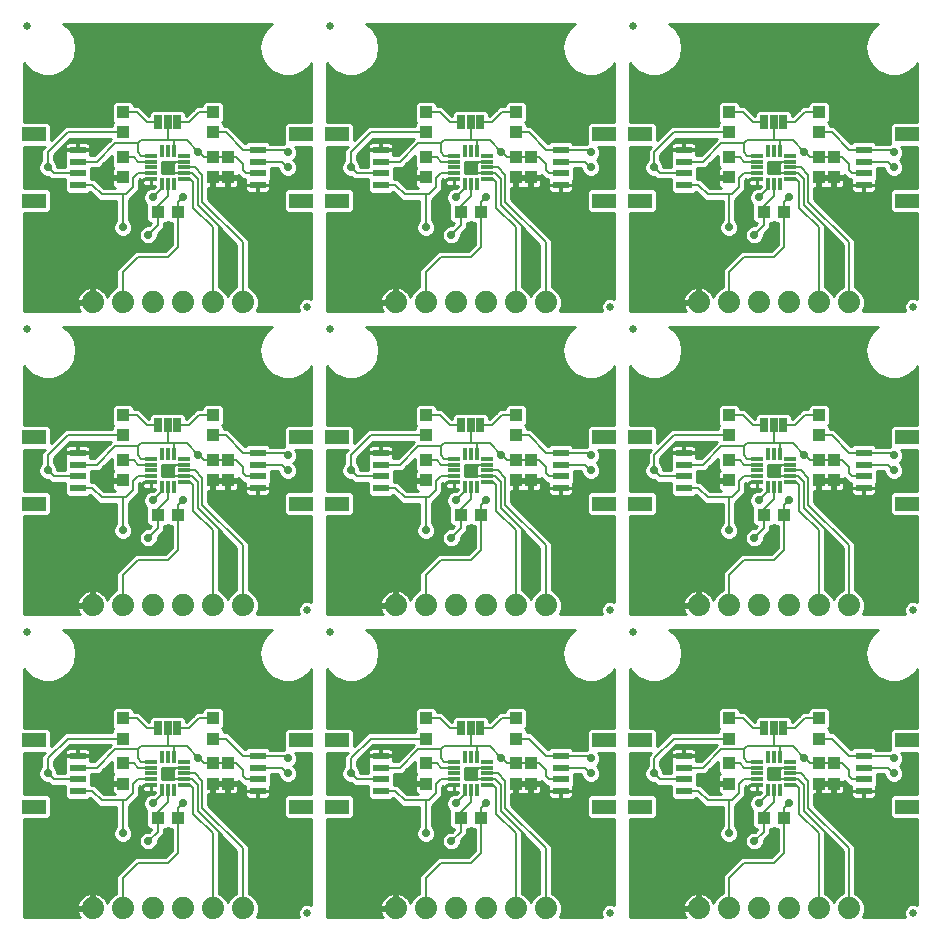
<source format=gtl>
G75*
%MOIN*%
%OFA0B0*%
%FSLAX25Y25*%
%IPPOS*%
%LPD*%
%AMOC8*
5,1,8,0,0,1.08239X$1,22.5*
%
%ADD10C,0.02500*%
%ADD11R,0.03937X0.04331*%
%ADD12R,0.02500X0.05000*%
%ADD13R,0.07874X0.04724*%
%ADD14R,0.05315X0.02362*%
%ADD15C,0.07400*%
%ADD16R,0.03937X0.01181*%
%ADD17R,0.01181X0.03937*%
%ADD18R,0.04331X0.03937*%
%ADD19C,0.00700*%
%ADD20C,0.02900*%
%ADD21C,0.01000*%
D10*
X0151014Y0038465D03*
X0252019Y0038465D03*
X0353024Y0038465D03*
X0259524Y0131965D03*
X0252019Y0139469D03*
X0158519Y0131965D03*
X0151014Y0139469D03*
X0057514Y0131965D03*
X0057514Y0232969D03*
X0151014Y0240474D03*
X0158519Y0232969D03*
X0252019Y0240474D03*
X0259524Y0232969D03*
X0353024Y0240474D03*
X0259524Y0333974D03*
X0158519Y0333974D03*
X0057514Y0333974D03*
X0353024Y0139469D03*
D11*
X0321524Y0103311D03*
X0321524Y0096618D03*
X0321524Y0088311D03*
X0326524Y0088311D03*
X0326524Y0081618D03*
X0321524Y0081618D03*
X0291524Y0081618D03*
X0291524Y0088311D03*
X0291524Y0096618D03*
X0291524Y0103311D03*
X0225519Y0088311D03*
X0220519Y0088311D03*
X0220519Y0081618D03*
X0225519Y0081618D03*
X0220519Y0096618D03*
X0220519Y0103311D03*
X0190519Y0103311D03*
X0190519Y0096618D03*
X0190519Y0088311D03*
X0190519Y0081618D03*
X0124514Y0081618D03*
X0119514Y0081618D03*
X0119514Y0088311D03*
X0124514Y0088311D03*
X0119514Y0096618D03*
X0119514Y0103311D03*
X0089514Y0103311D03*
X0089514Y0096618D03*
X0089514Y0088311D03*
X0089514Y0081618D03*
X0089514Y0182623D03*
X0089514Y0189316D03*
X0089514Y0197623D03*
X0089514Y0204316D03*
X0119514Y0204316D03*
X0119514Y0197623D03*
X0119514Y0189316D03*
X0124514Y0189316D03*
X0124514Y0182623D03*
X0119514Y0182623D03*
X0190519Y0182623D03*
X0190519Y0189316D03*
X0190519Y0197623D03*
X0190519Y0204316D03*
X0220519Y0204316D03*
X0220519Y0197623D03*
X0220519Y0189316D03*
X0225519Y0189316D03*
X0225519Y0182623D03*
X0220519Y0182623D03*
X0291524Y0182623D03*
X0291524Y0189316D03*
X0291524Y0197623D03*
X0291524Y0204316D03*
X0321524Y0204316D03*
X0321524Y0197623D03*
X0321524Y0189316D03*
X0326524Y0189316D03*
X0326524Y0182623D03*
X0321524Y0182623D03*
X0321524Y0283628D03*
X0326524Y0283628D03*
X0326524Y0290320D03*
X0321524Y0290320D03*
X0321524Y0298628D03*
X0321524Y0305320D03*
X0291524Y0305320D03*
X0291524Y0298628D03*
X0291524Y0290320D03*
X0291524Y0283628D03*
X0225519Y0283628D03*
X0220519Y0283628D03*
X0220519Y0290320D03*
X0225519Y0290320D03*
X0220519Y0298628D03*
X0220519Y0305320D03*
X0190519Y0305320D03*
X0190519Y0298628D03*
X0190519Y0290320D03*
X0190519Y0283628D03*
X0124514Y0283628D03*
X0119514Y0283628D03*
X0119514Y0290320D03*
X0124514Y0290320D03*
X0119514Y0298628D03*
X0119514Y0305320D03*
X0089514Y0305320D03*
X0089514Y0298628D03*
X0089514Y0290320D03*
X0089514Y0283628D03*
D12*
X0101314Y0301974D03*
X0104514Y0301974D03*
X0107714Y0301974D03*
X0202319Y0301974D03*
X0205519Y0301974D03*
X0208719Y0301974D03*
X0303324Y0301974D03*
X0306524Y0301974D03*
X0309724Y0301974D03*
X0309724Y0200969D03*
X0306524Y0200969D03*
X0303324Y0200969D03*
X0208719Y0200969D03*
X0205519Y0200969D03*
X0202319Y0200969D03*
X0107714Y0200969D03*
X0104514Y0200969D03*
X0101314Y0200969D03*
X0101314Y0099965D03*
X0104514Y0099965D03*
X0107714Y0099965D03*
X0202319Y0099965D03*
X0205519Y0099965D03*
X0208719Y0099965D03*
X0303324Y0099965D03*
X0306524Y0099965D03*
X0309724Y0099965D03*
D13*
X0350992Y0095988D03*
X0350992Y0073941D03*
X0262055Y0073941D03*
X0249988Y0073941D03*
X0249988Y0095988D03*
X0262055Y0095988D03*
X0161051Y0095988D03*
X0148983Y0095988D03*
X0148983Y0073941D03*
X0161051Y0073941D03*
X0060046Y0073941D03*
X0060046Y0095988D03*
X0060046Y0174946D03*
X0060046Y0196993D03*
X0148983Y0196993D03*
X0161051Y0196993D03*
X0161051Y0174946D03*
X0148983Y0174946D03*
X0249988Y0174946D03*
X0262055Y0174946D03*
X0262055Y0196993D03*
X0249988Y0196993D03*
X0350992Y0196993D03*
X0350992Y0174946D03*
X0350992Y0275950D03*
X0350992Y0297998D03*
X0262055Y0297998D03*
X0249988Y0297998D03*
X0249988Y0275950D03*
X0262055Y0275950D03*
X0161051Y0275950D03*
X0148983Y0275950D03*
X0148983Y0297998D03*
X0161051Y0297998D03*
X0060046Y0297998D03*
X0060046Y0275950D03*
D14*
X0074514Y0281069D03*
X0074514Y0285006D03*
X0074514Y0288943D03*
X0074514Y0292880D03*
X0134514Y0292880D03*
X0134514Y0288943D03*
X0134514Y0285006D03*
X0134514Y0281069D03*
X0175519Y0281069D03*
X0175519Y0285006D03*
X0175519Y0288943D03*
X0175519Y0292880D03*
X0235519Y0292880D03*
X0235519Y0288943D03*
X0235519Y0285006D03*
X0235519Y0281069D03*
X0276524Y0281069D03*
X0276524Y0285006D03*
X0276524Y0288943D03*
X0276524Y0292880D03*
X0336524Y0292880D03*
X0336524Y0288943D03*
X0336524Y0285006D03*
X0336524Y0281069D03*
X0336524Y0191875D03*
X0336524Y0187938D03*
X0336524Y0184001D03*
X0336524Y0180064D03*
X0276524Y0180064D03*
X0276524Y0184001D03*
X0276524Y0187938D03*
X0276524Y0191875D03*
X0235519Y0191875D03*
X0235519Y0187938D03*
X0235519Y0184001D03*
X0235519Y0180064D03*
X0175519Y0180064D03*
X0175519Y0184001D03*
X0175519Y0187938D03*
X0175519Y0191875D03*
X0134514Y0191875D03*
X0134514Y0187938D03*
X0134514Y0184001D03*
X0134514Y0180064D03*
X0074514Y0180064D03*
X0074514Y0184001D03*
X0074514Y0187938D03*
X0074514Y0191875D03*
X0074514Y0090870D03*
X0074514Y0086933D03*
X0074514Y0082996D03*
X0074514Y0079059D03*
X0134514Y0079059D03*
X0134514Y0082996D03*
X0134514Y0086933D03*
X0134514Y0090870D03*
X0175519Y0090870D03*
X0175519Y0086933D03*
X0175519Y0082996D03*
X0175519Y0079059D03*
X0235519Y0079059D03*
X0235519Y0082996D03*
X0235519Y0086933D03*
X0235519Y0090870D03*
X0276524Y0090870D03*
X0276524Y0086933D03*
X0276524Y0082996D03*
X0276524Y0079059D03*
X0336524Y0079059D03*
X0336524Y0082996D03*
X0336524Y0086933D03*
X0336524Y0090870D03*
D15*
X0331524Y0140969D03*
X0321524Y0140969D03*
X0311524Y0140969D03*
X0301524Y0140969D03*
X0291524Y0140969D03*
X0281524Y0140969D03*
X0230519Y0140969D03*
X0220519Y0140969D03*
X0210519Y0140969D03*
X0200519Y0140969D03*
X0190519Y0140969D03*
X0180519Y0140969D03*
X0129514Y0140969D03*
X0119514Y0140969D03*
X0109514Y0140969D03*
X0099514Y0140969D03*
X0089514Y0140969D03*
X0079514Y0140969D03*
X0079514Y0039965D03*
X0089514Y0039965D03*
X0099514Y0039965D03*
X0109514Y0039965D03*
X0119514Y0039965D03*
X0129514Y0039965D03*
X0180519Y0039965D03*
X0190519Y0039965D03*
X0200519Y0039965D03*
X0210519Y0039965D03*
X0220519Y0039965D03*
X0230519Y0039965D03*
X0281524Y0039965D03*
X0291524Y0039965D03*
X0301524Y0039965D03*
X0311524Y0039965D03*
X0321524Y0039965D03*
X0331524Y0039965D03*
X0331524Y0241974D03*
X0321524Y0241974D03*
X0311524Y0241974D03*
X0301524Y0241974D03*
X0291524Y0241974D03*
X0281524Y0241974D03*
X0230519Y0241974D03*
X0220519Y0241974D03*
X0210519Y0241974D03*
X0200519Y0241974D03*
X0190519Y0241974D03*
X0180519Y0241974D03*
X0129514Y0241974D03*
X0119514Y0241974D03*
X0109514Y0241974D03*
X0099514Y0241974D03*
X0089514Y0241974D03*
X0079514Y0241974D03*
D16*
X0098904Y0283037D03*
X0098904Y0285006D03*
X0098904Y0286974D03*
X0098904Y0288943D03*
X0098904Y0290911D03*
X0110125Y0290911D03*
X0110125Y0288943D03*
X0110125Y0286974D03*
X0110125Y0285006D03*
X0110125Y0283037D03*
X0199909Y0283037D03*
X0199909Y0285006D03*
X0199909Y0286974D03*
X0199909Y0288943D03*
X0199909Y0290911D03*
X0211129Y0290911D03*
X0211129Y0288943D03*
X0211129Y0286974D03*
X0211129Y0285006D03*
X0211129Y0283037D03*
X0300914Y0283037D03*
X0300914Y0285006D03*
X0300914Y0286974D03*
X0300914Y0288943D03*
X0300914Y0290911D03*
X0312134Y0290911D03*
X0312134Y0288943D03*
X0312134Y0286974D03*
X0312134Y0285006D03*
X0312134Y0283037D03*
X0312134Y0189906D03*
X0312134Y0187938D03*
X0312134Y0185969D03*
X0312134Y0184001D03*
X0312134Y0182032D03*
X0300914Y0182032D03*
X0300914Y0184001D03*
X0300914Y0185969D03*
X0300914Y0187938D03*
X0300914Y0189906D03*
X0211129Y0189906D03*
X0211129Y0187938D03*
X0211129Y0185969D03*
X0211129Y0184001D03*
X0211129Y0182032D03*
X0199909Y0182032D03*
X0199909Y0184001D03*
X0199909Y0185969D03*
X0199909Y0187938D03*
X0199909Y0189906D03*
X0110125Y0189906D03*
X0110125Y0187938D03*
X0110125Y0185969D03*
X0110125Y0184001D03*
X0110125Y0182032D03*
X0098904Y0182032D03*
X0098904Y0184001D03*
X0098904Y0185969D03*
X0098904Y0187938D03*
X0098904Y0189906D03*
X0098904Y0088902D03*
X0098904Y0086933D03*
X0098904Y0084965D03*
X0098904Y0082996D03*
X0098904Y0081028D03*
X0110125Y0081028D03*
X0110125Y0082996D03*
X0110125Y0084965D03*
X0110125Y0086933D03*
X0110125Y0088902D03*
X0199909Y0088902D03*
X0199909Y0086933D03*
X0199909Y0084965D03*
X0199909Y0082996D03*
X0199909Y0081028D03*
X0211129Y0081028D03*
X0211129Y0082996D03*
X0211129Y0084965D03*
X0211129Y0086933D03*
X0211129Y0088902D03*
X0300914Y0088902D03*
X0300914Y0086933D03*
X0300914Y0084965D03*
X0300914Y0082996D03*
X0300914Y0081028D03*
X0312134Y0081028D03*
X0312134Y0082996D03*
X0312134Y0084965D03*
X0312134Y0086933D03*
X0312134Y0088902D03*
D17*
X0308492Y0090575D03*
X0306524Y0090575D03*
X0304555Y0090575D03*
X0304555Y0079354D03*
X0306524Y0079354D03*
X0308492Y0079354D03*
X0207488Y0079354D03*
X0205519Y0079354D03*
X0203551Y0079354D03*
X0203551Y0090575D03*
X0205519Y0090575D03*
X0207488Y0090575D03*
X0106483Y0090575D03*
X0104514Y0090575D03*
X0102546Y0090575D03*
X0102546Y0079354D03*
X0104514Y0079354D03*
X0106483Y0079354D03*
X0106483Y0180359D03*
X0104514Y0180359D03*
X0102546Y0180359D03*
X0102546Y0191580D03*
X0104514Y0191580D03*
X0106483Y0191580D03*
X0203551Y0191580D03*
X0205519Y0191580D03*
X0207488Y0191580D03*
X0207488Y0180359D03*
X0205519Y0180359D03*
X0203551Y0180359D03*
X0304555Y0180359D03*
X0306524Y0180359D03*
X0308492Y0180359D03*
X0308492Y0191580D03*
X0306524Y0191580D03*
X0304555Y0191580D03*
X0304555Y0281364D03*
X0306524Y0281364D03*
X0308492Y0281364D03*
X0308492Y0292584D03*
X0306524Y0292584D03*
X0304555Y0292584D03*
X0207488Y0292584D03*
X0205519Y0292584D03*
X0203551Y0292584D03*
X0203551Y0281364D03*
X0205519Y0281364D03*
X0207488Y0281364D03*
X0106483Y0281364D03*
X0104514Y0281364D03*
X0102546Y0281364D03*
X0102546Y0292584D03*
X0104514Y0292584D03*
X0106483Y0292584D03*
D18*
X0107861Y0271974D03*
X0101168Y0271974D03*
X0202173Y0271974D03*
X0208866Y0271974D03*
X0303177Y0271974D03*
X0309870Y0271974D03*
X0309870Y0170969D03*
X0303177Y0170969D03*
X0208866Y0170969D03*
X0202173Y0170969D03*
X0107861Y0170969D03*
X0101168Y0170969D03*
X0101168Y0069965D03*
X0107861Y0069965D03*
X0202173Y0069965D03*
X0208866Y0069965D03*
X0303177Y0069965D03*
X0309870Y0069965D03*
D19*
X0309870Y0058311D01*
X0306524Y0054965D01*
X0296524Y0054965D01*
X0291524Y0049965D01*
X0291524Y0039965D01*
X0300024Y0062465D02*
X0303177Y0065618D01*
X0303177Y0069965D01*
X0303177Y0072118D01*
X0306524Y0075465D01*
X0306524Y0079354D01*
X0304555Y0079354D02*
X0304555Y0077996D01*
X0301524Y0074965D01*
X0295024Y0078465D02*
X0295024Y0081465D01*
X0296555Y0082996D01*
X0300914Y0082996D01*
X0300914Y0086933D02*
X0296555Y0086933D01*
X0295177Y0088311D01*
X0291524Y0088311D01*
X0296524Y0089965D02*
X0296524Y0092965D01*
X0297524Y0093965D01*
X0306524Y0093965D01*
X0306524Y0099965D01*
X0309724Y0099965D02*
X0313524Y0099965D01*
X0316870Y0103311D01*
X0321524Y0103311D01*
X0321524Y0096618D02*
X0325870Y0096618D01*
X0331618Y0090870D01*
X0336524Y0090870D01*
X0345618Y0090870D01*
X0346524Y0089965D01*
X0344555Y0086933D02*
X0346524Y0084965D01*
X0344555Y0086933D02*
X0336524Y0086933D01*
X0336524Y0082996D02*
X0332492Y0082996D01*
X0331524Y0083965D01*
X0331524Y0085965D01*
X0329177Y0088311D01*
X0326524Y0088311D01*
X0321524Y0088311D01*
X0318677Y0088311D01*
X0316774Y0090215D01*
X0313024Y0093965D01*
X0308524Y0093965D01*
X0308492Y0093933D01*
X0308492Y0090575D01*
X0308524Y0093965D02*
X0306524Y0093965D01*
X0308992Y0086933D02*
X0308524Y0086465D01*
X0308524Y0083465D01*
X0308992Y0082996D01*
X0312134Y0082996D01*
X0314492Y0082996D01*
X0316524Y0080965D01*
X0316524Y0072465D01*
X0324024Y0064965D01*
X0324024Y0062465D01*
X0326524Y0059965D01*
X0331524Y0059965D02*
X0331524Y0039965D01*
X0321524Y0039965D02*
X0321524Y0064965D01*
X0315024Y0071465D01*
X0315024Y0079965D01*
X0313961Y0081028D01*
X0312134Y0081028D01*
X0312134Y0084965D02*
X0315524Y0084965D01*
X0318024Y0082465D01*
X0318024Y0073465D01*
X0331524Y0059965D01*
X0309870Y0069965D02*
X0309870Y0073311D01*
X0311524Y0074965D01*
X0312134Y0086933D02*
X0308992Y0086933D01*
X0300914Y0088902D02*
X0297587Y0088902D01*
X0296524Y0089965D01*
X0296524Y0092965D02*
X0289024Y0092965D01*
X0282992Y0086933D01*
X0276524Y0086933D01*
X0276524Y0082996D02*
X0268492Y0082996D01*
X0266524Y0084965D01*
X0266524Y0089965D01*
X0273177Y0096618D01*
X0291524Y0096618D01*
X0296177Y0103311D02*
X0299524Y0099965D01*
X0303324Y0099965D01*
X0296177Y0103311D02*
X0291524Y0103311D01*
X0281429Y0079059D02*
X0276524Y0079059D01*
X0281429Y0079059D02*
X0284524Y0075965D01*
X0291524Y0075965D01*
X0291524Y0064965D01*
X0291524Y0075965D02*
X0292524Y0075965D01*
X0295024Y0078465D01*
X0245519Y0084965D02*
X0243551Y0086933D01*
X0235519Y0086933D01*
X0235519Y0082996D02*
X0231488Y0082996D01*
X0230519Y0083965D01*
X0230519Y0085965D01*
X0228173Y0088311D01*
X0225519Y0088311D01*
X0220519Y0088311D01*
X0217673Y0088311D01*
X0215769Y0090215D01*
X0212019Y0093965D01*
X0207519Y0093965D01*
X0207488Y0093933D01*
X0207488Y0090575D01*
X0207519Y0093965D02*
X0205519Y0093965D01*
X0205519Y0099965D01*
X0202319Y0099965D02*
X0198519Y0099965D01*
X0195173Y0103311D01*
X0190519Y0103311D01*
X0190519Y0096618D02*
X0172173Y0096618D01*
X0165519Y0089965D01*
X0165519Y0084965D01*
X0167488Y0082996D01*
X0175519Y0082996D01*
X0175519Y0079059D02*
X0180425Y0079059D01*
X0183519Y0075965D01*
X0190519Y0075965D01*
X0190519Y0064965D01*
X0199019Y0062465D02*
X0202173Y0065618D01*
X0202173Y0069965D01*
X0202173Y0072118D01*
X0205519Y0075465D01*
X0205519Y0079354D01*
X0203551Y0079354D02*
X0203551Y0077996D01*
X0200519Y0074965D01*
X0208866Y0073311D02*
X0210519Y0074965D01*
X0208866Y0073311D02*
X0208866Y0069965D01*
X0208866Y0058311D01*
X0205519Y0054965D01*
X0195519Y0054965D01*
X0190519Y0049965D01*
X0190519Y0039965D01*
X0220519Y0039965D02*
X0220519Y0064965D01*
X0214019Y0071465D01*
X0214019Y0079965D01*
X0212956Y0081028D01*
X0211129Y0081028D01*
X0211129Y0082996D02*
X0207988Y0082996D01*
X0207519Y0083465D01*
X0207519Y0086465D01*
X0207988Y0086933D01*
X0211129Y0086933D01*
X0211129Y0084965D02*
X0214519Y0084965D01*
X0217019Y0082465D01*
X0217019Y0073465D01*
X0230519Y0059965D01*
X0230519Y0039965D01*
X0225519Y0059965D02*
X0223019Y0062465D01*
X0223019Y0064965D01*
X0215519Y0072465D01*
X0215519Y0080965D01*
X0213488Y0082996D01*
X0211129Y0082996D01*
X0205519Y0093965D02*
X0196519Y0093965D01*
X0195519Y0092965D01*
X0195519Y0089965D01*
X0196582Y0088902D01*
X0199909Y0088902D01*
X0199909Y0086933D02*
X0195551Y0086933D01*
X0194173Y0088311D01*
X0190519Y0088311D01*
X0188019Y0092965D02*
X0181988Y0086933D01*
X0175519Y0086933D01*
X0188019Y0092965D02*
X0195519Y0092965D01*
X0195551Y0082996D02*
X0194019Y0081465D01*
X0194019Y0078465D01*
X0191519Y0075965D01*
X0190519Y0075965D01*
X0195551Y0082996D02*
X0199909Y0082996D01*
X0208719Y0099965D02*
X0212519Y0099965D01*
X0215866Y0103311D01*
X0220519Y0103311D01*
X0220519Y0096618D02*
X0224866Y0096618D01*
X0230614Y0090870D01*
X0235519Y0090870D01*
X0244614Y0090870D01*
X0245519Y0089965D01*
X0230519Y0140969D02*
X0230519Y0160969D01*
X0217019Y0174469D01*
X0217019Y0183469D01*
X0214519Y0185969D01*
X0211129Y0185969D01*
X0211129Y0184001D02*
X0207988Y0184001D01*
X0207519Y0184469D01*
X0207519Y0187469D01*
X0207988Y0187938D01*
X0211129Y0187938D01*
X0211129Y0184001D02*
X0213488Y0184001D01*
X0215519Y0181969D01*
X0215519Y0173469D01*
X0223019Y0165969D01*
X0223019Y0163469D01*
X0225519Y0160969D01*
X0220519Y0165969D02*
X0220519Y0140969D01*
X0205519Y0155969D02*
X0195519Y0155969D01*
X0190519Y0150969D01*
X0190519Y0140969D01*
X0205519Y0155969D02*
X0208866Y0159316D01*
X0208866Y0170969D01*
X0208866Y0174316D01*
X0210519Y0175969D01*
X0214019Y0172469D02*
X0220519Y0165969D01*
X0214019Y0172469D02*
X0214019Y0180969D01*
X0212956Y0182032D01*
X0211129Y0182032D01*
X0205519Y0180359D02*
X0205519Y0176469D01*
X0202173Y0173123D01*
X0202173Y0170969D01*
X0202173Y0166623D01*
X0199019Y0163469D01*
X0190519Y0165969D02*
X0190519Y0176969D01*
X0183519Y0176969D01*
X0180425Y0180064D01*
X0175519Y0180064D01*
X0175519Y0184001D02*
X0167488Y0184001D01*
X0165519Y0185969D01*
X0165519Y0190969D01*
X0172173Y0197623D01*
X0190519Y0197623D01*
X0188019Y0193969D02*
X0181988Y0187938D01*
X0175519Y0187938D01*
X0188019Y0193969D02*
X0195519Y0193969D01*
X0196519Y0194969D01*
X0205519Y0194969D01*
X0205519Y0200969D01*
X0202319Y0200969D02*
X0198519Y0200969D01*
X0195173Y0204316D01*
X0190519Y0204316D01*
X0195519Y0193969D02*
X0195519Y0190969D01*
X0196582Y0189906D01*
X0199909Y0189906D01*
X0199909Y0187938D02*
X0195551Y0187938D01*
X0194173Y0189316D01*
X0190519Y0189316D01*
X0195551Y0184001D02*
X0194019Y0182469D01*
X0194019Y0179469D01*
X0191519Y0176969D01*
X0190519Y0176969D01*
X0195551Y0184001D02*
X0199909Y0184001D01*
X0203551Y0180359D02*
X0203551Y0179001D01*
X0200519Y0175969D01*
X0207488Y0191580D02*
X0207488Y0194938D01*
X0207519Y0194969D01*
X0205519Y0194969D01*
X0207519Y0194969D02*
X0212019Y0194969D01*
X0215769Y0191219D01*
X0217673Y0189316D01*
X0220519Y0189316D01*
X0225519Y0189316D01*
X0228173Y0189316D01*
X0230519Y0186969D01*
X0230519Y0184969D01*
X0231488Y0184001D01*
X0235519Y0184001D01*
X0235519Y0187938D02*
X0243551Y0187938D01*
X0245519Y0185969D01*
X0245519Y0190969D02*
X0244614Y0191875D01*
X0235519Y0191875D01*
X0230614Y0191875D01*
X0224866Y0197623D01*
X0220519Y0197623D01*
X0215866Y0204316D02*
X0212519Y0200969D01*
X0208719Y0200969D01*
X0215866Y0204316D02*
X0220519Y0204316D01*
X0220519Y0241974D02*
X0220519Y0266974D01*
X0214019Y0273474D01*
X0214019Y0281974D01*
X0212956Y0283037D01*
X0211129Y0283037D01*
X0211129Y0285006D02*
X0207988Y0285006D01*
X0207519Y0285474D01*
X0207519Y0288474D01*
X0207988Y0288943D01*
X0211129Y0288943D01*
X0211129Y0286974D02*
X0214519Y0286974D01*
X0217019Y0284474D01*
X0217019Y0275474D01*
X0230519Y0261974D01*
X0230519Y0241974D01*
X0208866Y0260320D02*
X0205519Y0256974D01*
X0195519Y0256974D01*
X0190519Y0251974D01*
X0190519Y0241974D01*
X0208866Y0260320D02*
X0208866Y0271974D01*
X0208866Y0275320D01*
X0210519Y0276974D01*
X0205519Y0277474D02*
X0202173Y0274128D01*
X0202173Y0271974D01*
X0202173Y0267628D01*
X0199019Y0264474D01*
X0190519Y0266974D02*
X0190519Y0277974D01*
X0183519Y0277974D01*
X0180425Y0281069D01*
X0175519Y0281069D01*
X0175519Y0285006D02*
X0167488Y0285006D01*
X0165519Y0286974D01*
X0165519Y0291974D01*
X0172173Y0298628D01*
X0190519Y0298628D01*
X0188019Y0294974D02*
X0181988Y0288943D01*
X0175519Y0288943D01*
X0188019Y0294974D02*
X0195519Y0294974D01*
X0196519Y0295974D01*
X0205519Y0295974D01*
X0205519Y0301974D01*
X0202319Y0301974D02*
X0198519Y0301974D01*
X0195173Y0305320D01*
X0190519Y0305320D01*
X0195519Y0294974D02*
X0195519Y0291974D01*
X0196582Y0290911D01*
X0199909Y0290911D01*
X0199909Y0288943D02*
X0195551Y0288943D01*
X0194173Y0290320D01*
X0190519Y0290320D01*
X0195551Y0285006D02*
X0194019Y0283474D01*
X0194019Y0280474D01*
X0191519Y0277974D01*
X0190519Y0277974D01*
X0195551Y0285006D02*
X0199909Y0285006D01*
X0203551Y0281364D02*
X0203551Y0280006D01*
X0200519Y0276974D01*
X0205519Y0277474D02*
X0205519Y0281364D01*
X0211129Y0285006D02*
X0213488Y0285006D01*
X0215519Y0282974D01*
X0215519Y0274474D01*
X0223019Y0266974D01*
X0223019Y0264474D01*
X0225519Y0261974D01*
X0231488Y0285006D02*
X0230519Y0285974D01*
X0230519Y0287974D01*
X0228173Y0290320D01*
X0225519Y0290320D01*
X0220519Y0290320D01*
X0217673Y0290320D01*
X0215769Y0292224D01*
X0212019Y0295974D01*
X0207519Y0295974D01*
X0207488Y0295943D01*
X0207488Y0292584D01*
X0207519Y0295974D02*
X0205519Y0295974D01*
X0208719Y0301974D02*
X0212519Y0301974D01*
X0215866Y0305320D01*
X0220519Y0305320D01*
X0220519Y0298628D02*
X0224866Y0298628D01*
X0230614Y0292880D01*
X0235519Y0292880D01*
X0244614Y0292880D01*
X0245519Y0291974D01*
X0243551Y0288943D02*
X0245519Y0286974D01*
X0243551Y0288943D02*
X0235519Y0288943D01*
X0235519Y0285006D02*
X0231488Y0285006D01*
X0266524Y0286974D02*
X0268492Y0285006D01*
X0276524Y0285006D01*
X0276524Y0288943D02*
X0282992Y0288943D01*
X0289024Y0294974D01*
X0296524Y0294974D01*
X0297524Y0295974D01*
X0306524Y0295974D01*
X0306524Y0301974D01*
X0309724Y0301974D02*
X0313524Y0301974D01*
X0316870Y0305320D01*
X0321524Y0305320D01*
X0321524Y0298628D02*
X0325870Y0298628D01*
X0331618Y0292880D01*
X0336524Y0292880D01*
X0345618Y0292880D01*
X0346524Y0291974D01*
X0344555Y0288943D02*
X0346524Y0286974D01*
X0344555Y0288943D02*
X0336524Y0288943D01*
X0336524Y0285006D02*
X0332492Y0285006D01*
X0331524Y0285974D01*
X0331524Y0287974D01*
X0329177Y0290320D01*
X0326524Y0290320D01*
X0321524Y0290320D01*
X0318677Y0290320D01*
X0316774Y0292224D01*
X0313024Y0295974D01*
X0308524Y0295974D01*
X0308492Y0295943D01*
X0308492Y0292584D01*
X0308524Y0295974D02*
X0306524Y0295974D01*
X0303324Y0301974D02*
X0299524Y0301974D01*
X0296177Y0305320D01*
X0291524Y0305320D01*
X0291524Y0298628D02*
X0273177Y0298628D01*
X0266524Y0291974D01*
X0266524Y0286974D01*
X0276524Y0281069D02*
X0281429Y0281069D01*
X0284524Y0277974D01*
X0291524Y0277974D01*
X0291524Y0266974D01*
X0300024Y0264474D02*
X0303177Y0267628D01*
X0303177Y0271974D01*
X0303177Y0274128D01*
X0306524Y0277474D01*
X0306524Y0281364D01*
X0304555Y0281364D02*
X0304555Y0280006D01*
X0301524Y0276974D01*
X0295024Y0280474D02*
X0292524Y0277974D01*
X0291524Y0277974D01*
X0295024Y0280474D02*
X0295024Y0283474D01*
X0296555Y0285006D01*
X0300914Y0285006D01*
X0300914Y0288943D02*
X0296555Y0288943D01*
X0295177Y0290320D01*
X0291524Y0290320D01*
X0296524Y0291974D02*
X0296524Y0294974D01*
X0296524Y0291974D02*
X0297587Y0290911D01*
X0300914Y0290911D01*
X0308524Y0288474D02*
X0308524Y0285474D01*
X0308992Y0285006D01*
X0312134Y0285006D01*
X0314492Y0285006D01*
X0316524Y0282974D01*
X0316524Y0274474D01*
X0324024Y0266974D01*
X0324024Y0264474D01*
X0326524Y0261974D01*
X0331524Y0261974D02*
X0331524Y0241974D01*
X0321524Y0241974D02*
X0321524Y0266974D01*
X0315024Y0273474D01*
X0315024Y0281974D01*
X0313961Y0283037D01*
X0312134Y0283037D01*
X0312134Y0286974D02*
X0315524Y0286974D01*
X0318024Y0284474D01*
X0318024Y0275474D01*
X0331524Y0261974D01*
X0309870Y0260320D02*
X0306524Y0256974D01*
X0296524Y0256974D01*
X0291524Y0251974D01*
X0291524Y0241974D01*
X0309870Y0260320D02*
X0309870Y0271974D01*
X0309870Y0275320D01*
X0311524Y0276974D01*
X0308524Y0288474D02*
X0308992Y0288943D01*
X0312134Y0288943D01*
X0316870Y0204316D02*
X0321524Y0204316D01*
X0316870Y0204316D02*
X0313524Y0200969D01*
X0309724Y0200969D01*
X0306524Y0200969D02*
X0306524Y0194969D01*
X0297524Y0194969D01*
X0296524Y0193969D01*
X0296524Y0190969D01*
X0297587Y0189906D01*
X0300914Y0189906D01*
X0300914Y0187938D02*
X0296555Y0187938D01*
X0295177Y0189316D01*
X0291524Y0189316D01*
X0289024Y0193969D02*
X0282992Y0187938D01*
X0276524Y0187938D01*
X0276524Y0184001D02*
X0268492Y0184001D01*
X0266524Y0185969D01*
X0266524Y0190969D01*
X0273177Y0197623D01*
X0291524Y0197623D01*
X0289024Y0193969D02*
X0296524Y0193969D01*
X0299524Y0200969D02*
X0296177Y0204316D01*
X0291524Y0204316D01*
X0299524Y0200969D02*
X0303324Y0200969D01*
X0306524Y0194969D02*
X0308524Y0194969D01*
X0308492Y0194938D01*
X0308492Y0191580D01*
X0308524Y0194969D02*
X0313024Y0194969D01*
X0316774Y0191219D01*
X0318677Y0189316D01*
X0321524Y0189316D01*
X0326524Y0189316D01*
X0329177Y0189316D01*
X0331524Y0186969D01*
X0331524Y0184969D01*
X0332492Y0184001D01*
X0336524Y0184001D01*
X0336524Y0187938D02*
X0344555Y0187938D01*
X0346524Y0185969D01*
X0346524Y0190969D02*
X0345618Y0191875D01*
X0336524Y0191875D01*
X0331618Y0191875D01*
X0325870Y0197623D01*
X0321524Y0197623D01*
X0315524Y0185969D02*
X0318024Y0183469D01*
X0318024Y0174469D01*
X0331524Y0160969D01*
X0331524Y0140969D01*
X0321524Y0140969D02*
X0321524Y0165969D01*
X0315024Y0172469D01*
X0315024Y0180969D01*
X0313961Y0182032D01*
X0312134Y0182032D01*
X0312134Y0184001D02*
X0308992Y0184001D01*
X0308524Y0184469D01*
X0308524Y0187469D01*
X0308992Y0187938D01*
X0312134Y0187938D01*
X0312134Y0185969D02*
X0315524Y0185969D01*
X0314492Y0184001D02*
X0316524Y0181969D01*
X0316524Y0173469D01*
X0324024Y0165969D01*
X0324024Y0163469D01*
X0326524Y0160969D01*
X0309870Y0159316D02*
X0306524Y0155969D01*
X0296524Y0155969D01*
X0291524Y0150969D01*
X0291524Y0140969D01*
X0309870Y0159316D02*
X0309870Y0170969D01*
X0309870Y0174316D01*
X0311524Y0175969D01*
X0306524Y0176469D02*
X0306524Y0180359D01*
X0304555Y0180359D02*
X0304555Y0179001D01*
X0301524Y0175969D01*
X0303177Y0173123D02*
X0303177Y0170969D01*
X0303177Y0166623D01*
X0300024Y0163469D01*
X0291524Y0165969D02*
X0291524Y0176969D01*
X0284524Y0176969D01*
X0281429Y0180064D01*
X0276524Y0180064D01*
X0291524Y0176969D02*
X0292524Y0176969D01*
X0295024Y0179469D01*
X0295024Y0182469D01*
X0296555Y0184001D01*
X0300914Y0184001D01*
X0306524Y0176469D02*
X0303177Y0173123D01*
X0312134Y0184001D02*
X0314492Y0184001D01*
X0144514Y0185969D02*
X0142546Y0187938D01*
X0134514Y0187938D01*
X0134514Y0191875D02*
X0129609Y0191875D01*
X0123861Y0197623D01*
X0119514Y0197623D01*
X0114764Y0191219D02*
X0111014Y0194969D01*
X0106514Y0194969D01*
X0106483Y0194938D01*
X0106483Y0191580D01*
X0106514Y0194969D02*
X0104514Y0194969D01*
X0104514Y0200969D01*
X0101314Y0200969D02*
X0097514Y0200969D01*
X0094168Y0204316D01*
X0089514Y0204316D01*
X0089514Y0197623D02*
X0071168Y0197623D01*
X0064514Y0190969D01*
X0064514Y0185969D01*
X0066483Y0184001D01*
X0074514Y0184001D01*
X0074514Y0187938D02*
X0080983Y0187938D01*
X0087014Y0193969D01*
X0094514Y0193969D01*
X0095514Y0194969D01*
X0104514Y0194969D01*
X0098904Y0189906D02*
X0095577Y0189906D01*
X0094514Y0190969D01*
X0094514Y0193969D01*
X0093168Y0189316D02*
X0089514Y0189316D01*
X0093168Y0189316D02*
X0094546Y0187938D01*
X0098904Y0187938D01*
X0098904Y0184001D02*
X0094546Y0184001D01*
X0093014Y0182469D01*
X0093014Y0179469D01*
X0090514Y0176969D01*
X0089514Y0176969D01*
X0089514Y0165969D01*
X0098014Y0163469D02*
X0101168Y0166623D01*
X0101168Y0170969D01*
X0101168Y0173123D01*
X0104514Y0176469D01*
X0104514Y0180359D01*
X0102546Y0180359D02*
X0102546Y0179001D01*
X0099514Y0175969D01*
X0089514Y0176969D02*
X0082514Y0176969D01*
X0079420Y0180064D01*
X0074514Y0180064D01*
X0094514Y0155969D02*
X0089514Y0150969D01*
X0089514Y0140969D01*
X0094514Y0155969D02*
X0104514Y0155969D01*
X0107861Y0159316D01*
X0107861Y0170969D01*
X0107861Y0174316D01*
X0109514Y0175969D01*
X0113014Y0172469D02*
X0119514Y0165969D01*
X0119514Y0140969D01*
X0129514Y0140969D02*
X0129514Y0160969D01*
X0116014Y0174469D01*
X0116014Y0183469D01*
X0113514Y0185969D01*
X0110125Y0185969D01*
X0110125Y0184001D02*
X0106983Y0184001D01*
X0106514Y0184469D01*
X0106514Y0187469D01*
X0106983Y0187938D01*
X0110125Y0187938D01*
X0110125Y0184001D02*
X0112483Y0184001D01*
X0114514Y0181969D01*
X0114514Y0173469D01*
X0122014Y0165969D01*
X0122014Y0163469D01*
X0124514Y0160969D01*
X0113014Y0172469D02*
X0113014Y0180969D01*
X0111951Y0182032D01*
X0110125Y0182032D01*
X0116668Y0189316D02*
X0114764Y0191219D01*
X0116668Y0189316D02*
X0119514Y0189316D01*
X0124514Y0189316D01*
X0127168Y0189316D01*
X0129514Y0186969D01*
X0129514Y0184969D01*
X0130483Y0184001D01*
X0134514Y0184001D01*
X0134514Y0191875D02*
X0143609Y0191875D01*
X0144514Y0190969D01*
X0119514Y0204316D02*
X0114861Y0204316D01*
X0111514Y0200969D01*
X0107714Y0200969D01*
X0119514Y0241974D02*
X0119514Y0266974D01*
X0113014Y0273474D01*
X0113014Y0281974D01*
X0111951Y0283037D01*
X0110125Y0283037D01*
X0110125Y0285006D02*
X0106983Y0285006D01*
X0106514Y0285474D01*
X0106514Y0288474D01*
X0106983Y0288943D01*
X0110125Y0288943D01*
X0110125Y0286974D02*
X0113514Y0286974D01*
X0116014Y0284474D01*
X0116014Y0275474D01*
X0129514Y0261974D01*
X0129514Y0241974D01*
X0124514Y0261974D02*
X0122014Y0264474D01*
X0122014Y0266974D01*
X0114514Y0274474D01*
X0114514Y0282974D01*
X0112483Y0285006D01*
X0110125Y0285006D01*
X0104514Y0281364D02*
X0104514Y0277474D01*
X0101168Y0274128D01*
X0101168Y0271974D01*
X0101168Y0267628D01*
X0098014Y0264474D01*
X0089514Y0266974D02*
X0089514Y0277974D01*
X0082514Y0277974D01*
X0079420Y0281069D01*
X0074514Y0281069D01*
X0074514Y0285006D02*
X0066483Y0285006D01*
X0064514Y0286974D01*
X0064514Y0291974D01*
X0071168Y0298628D01*
X0089514Y0298628D01*
X0087014Y0294974D02*
X0080983Y0288943D01*
X0074514Y0288943D01*
X0087014Y0294974D02*
X0094514Y0294974D01*
X0095514Y0295974D01*
X0104514Y0295974D01*
X0104514Y0301974D01*
X0101314Y0301974D02*
X0097514Y0301974D01*
X0094168Y0305320D01*
X0089514Y0305320D01*
X0094514Y0294974D02*
X0094514Y0291974D01*
X0095577Y0290911D01*
X0098904Y0290911D01*
X0098904Y0288943D02*
X0094546Y0288943D01*
X0093168Y0290320D01*
X0089514Y0290320D01*
X0094546Y0285006D02*
X0093014Y0283474D01*
X0093014Y0280474D01*
X0090514Y0277974D01*
X0089514Y0277974D01*
X0099514Y0276974D02*
X0102546Y0280006D01*
X0102546Y0281364D01*
X0098904Y0285006D02*
X0094546Y0285006D01*
X0106483Y0292584D02*
X0106483Y0295943D01*
X0106514Y0295974D01*
X0104514Y0295974D01*
X0106514Y0295974D02*
X0111014Y0295974D01*
X0114764Y0292224D01*
X0116668Y0290320D01*
X0119514Y0290320D01*
X0124514Y0290320D01*
X0127168Y0290320D01*
X0129514Y0287974D01*
X0129514Y0285974D01*
X0130483Y0285006D01*
X0134514Y0285006D01*
X0134514Y0288943D02*
X0142546Y0288943D01*
X0144514Y0286974D01*
X0144514Y0291974D02*
X0143609Y0292880D01*
X0134514Y0292880D01*
X0129609Y0292880D01*
X0123861Y0298628D01*
X0119514Y0298628D01*
X0119514Y0305320D02*
X0114861Y0305320D01*
X0111514Y0301974D01*
X0107714Y0301974D01*
X0109514Y0276974D02*
X0107861Y0275320D01*
X0107861Y0271974D01*
X0107861Y0260320D01*
X0104514Y0256974D01*
X0094514Y0256974D01*
X0089514Y0251974D01*
X0089514Y0241974D01*
X0089514Y0103311D02*
X0094168Y0103311D01*
X0097514Y0099965D01*
X0101314Y0099965D01*
X0104514Y0099965D02*
X0104514Y0093965D01*
X0095514Y0093965D01*
X0094514Y0092965D01*
X0094514Y0089965D01*
X0095577Y0088902D01*
X0098904Y0088902D01*
X0098904Y0086933D02*
X0094546Y0086933D01*
X0093168Y0088311D01*
X0089514Y0088311D01*
X0087014Y0092965D02*
X0080983Y0086933D01*
X0074514Y0086933D01*
X0074514Y0082996D02*
X0066483Y0082996D01*
X0064514Y0084965D01*
X0064514Y0089965D01*
X0071168Y0096618D01*
X0089514Y0096618D01*
X0087014Y0092965D02*
X0094514Y0092965D01*
X0094546Y0082996D02*
X0093014Y0081465D01*
X0093014Y0078465D01*
X0090514Y0075965D01*
X0089514Y0075965D01*
X0089514Y0064965D01*
X0098014Y0062465D02*
X0101168Y0065618D01*
X0101168Y0069965D01*
X0101168Y0072118D01*
X0104514Y0075465D01*
X0104514Y0079354D01*
X0102546Y0079354D02*
X0102546Y0077996D01*
X0099514Y0074965D01*
X0089514Y0075965D02*
X0082514Y0075965D01*
X0079420Y0079059D01*
X0074514Y0079059D01*
X0094546Y0082996D02*
X0098904Y0082996D01*
X0106514Y0083465D02*
X0106514Y0086465D01*
X0106983Y0086933D01*
X0110125Y0086933D01*
X0110125Y0084965D02*
X0113514Y0084965D01*
X0116014Y0082465D01*
X0116014Y0073465D01*
X0129514Y0059965D01*
X0129514Y0039965D01*
X0119514Y0039965D02*
X0119514Y0064965D01*
X0113014Y0071465D01*
X0113014Y0079965D01*
X0111951Y0081028D01*
X0110125Y0081028D01*
X0110125Y0082996D02*
X0106983Y0082996D01*
X0106514Y0083465D01*
X0110125Y0082996D02*
X0112483Y0082996D01*
X0114514Y0080965D01*
X0114514Y0072465D01*
X0122014Y0064965D01*
X0122014Y0062465D01*
X0124514Y0059965D01*
X0107861Y0058311D02*
X0104514Y0054965D01*
X0094514Y0054965D01*
X0089514Y0049965D01*
X0089514Y0039965D01*
X0107861Y0058311D02*
X0107861Y0069965D01*
X0107861Y0073311D01*
X0109514Y0074965D01*
X0116668Y0088311D02*
X0114764Y0090215D01*
X0111014Y0093965D01*
X0106514Y0093965D01*
X0106483Y0093933D01*
X0106483Y0090575D01*
X0106514Y0093965D02*
X0104514Y0093965D01*
X0107714Y0099965D02*
X0111514Y0099965D01*
X0114861Y0103311D01*
X0119514Y0103311D01*
X0119514Y0096618D02*
X0123861Y0096618D01*
X0129609Y0090870D01*
X0134514Y0090870D01*
X0143609Y0090870D01*
X0144514Y0089965D01*
X0142546Y0086933D02*
X0144514Y0084965D01*
X0142546Y0086933D02*
X0134514Y0086933D01*
X0134514Y0082996D02*
X0130483Y0082996D01*
X0129514Y0083965D01*
X0129514Y0085965D01*
X0127168Y0088311D01*
X0124514Y0088311D01*
X0119514Y0088311D01*
X0116668Y0088311D01*
D20*
X0114764Y0090215D03*
X0109514Y0074965D03*
X0099514Y0074965D03*
X0094514Y0074965D03*
X0082014Y0082465D03*
X0082014Y0092965D03*
X0064514Y0084965D03*
X0089514Y0064965D03*
X0098014Y0062465D03*
X0124514Y0059965D03*
X0124514Y0074965D03*
X0144514Y0084965D03*
X0144514Y0089965D03*
X0134514Y0104965D03*
X0165519Y0084965D03*
X0183019Y0082465D03*
X0183019Y0092965D03*
X0195519Y0074965D03*
X0200519Y0074965D03*
X0210519Y0074965D03*
X0225519Y0074965D03*
X0215769Y0090215D03*
X0235519Y0104965D03*
X0245519Y0089965D03*
X0245519Y0084965D03*
X0266524Y0084965D03*
X0284024Y0082465D03*
X0284024Y0092965D03*
X0296524Y0074965D03*
X0301524Y0074965D03*
X0311524Y0074965D03*
X0326524Y0074965D03*
X0316774Y0090215D03*
X0336524Y0104965D03*
X0346524Y0089965D03*
X0346524Y0084965D03*
X0326524Y0059965D03*
X0300024Y0062465D03*
X0291524Y0064965D03*
X0225519Y0059965D03*
X0199019Y0062465D03*
X0190519Y0064965D03*
X0225519Y0160969D03*
X0225519Y0175969D03*
X0210519Y0175969D03*
X0200519Y0175969D03*
X0195519Y0175969D03*
X0190519Y0165969D03*
X0199019Y0163469D03*
X0183019Y0183469D03*
X0183019Y0193969D03*
X0165519Y0185969D03*
X0144514Y0185969D03*
X0144514Y0190969D03*
X0134514Y0205969D03*
X0114764Y0191219D03*
X0109514Y0175969D03*
X0099514Y0175969D03*
X0094514Y0175969D03*
X0089514Y0165969D03*
X0098014Y0163469D03*
X0082014Y0183469D03*
X0082014Y0193969D03*
X0064514Y0185969D03*
X0124514Y0175969D03*
X0124514Y0160969D03*
X0215769Y0191219D03*
X0235519Y0205969D03*
X0245519Y0190969D03*
X0245519Y0185969D03*
X0266524Y0185969D03*
X0284024Y0183469D03*
X0284024Y0193969D03*
X0296524Y0175969D03*
X0301524Y0175969D03*
X0311524Y0175969D03*
X0326524Y0175969D03*
X0346524Y0185969D03*
X0346524Y0190969D03*
X0336524Y0205969D03*
X0316774Y0191219D03*
X0291524Y0165969D03*
X0300024Y0163469D03*
X0326524Y0160969D03*
X0326524Y0261974D03*
X0326524Y0276974D03*
X0311524Y0276974D03*
X0301524Y0276974D03*
X0296524Y0276974D03*
X0291524Y0266974D03*
X0300024Y0264474D03*
X0284024Y0284474D03*
X0284024Y0294974D03*
X0266524Y0286974D03*
X0245519Y0286974D03*
X0245519Y0291974D03*
X0235519Y0306974D03*
X0215769Y0292224D03*
X0210519Y0276974D03*
X0200519Y0276974D03*
X0195519Y0276974D03*
X0190519Y0266974D03*
X0199019Y0264474D03*
X0183019Y0284474D03*
X0183019Y0294974D03*
X0165519Y0286974D03*
X0144514Y0286974D03*
X0144514Y0291974D03*
X0134514Y0306974D03*
X0114764Y0292224D03*
X0109514Y0276974D03*
X0099514Y0276974D03*
X0094514Y0276974D03*
X0082014Y0284474D03*
X0082014Y0294974D03*
X0064514Y0286974D03*
X0089514Y0266974D03*
X0098014Y0264474D03*
X0124514Y0261974D03*
X0124514Y0276974D03*
X0225519Y0276974D03*
X0225519Y0261974D03*
X0316774Y0292224D03*
X0336524Y0306974D03*
X0346524Y0291974D03*
X0346524Y0286974D03*
D21*
X0056614Y0069879D02*
X0056614Y0037065D01*
X0075194Y0037065D01*
X0075067Y0037239D01*
X0074695Y0037968D01*
X0074442Y0038747D01*
X0074329Y0039465D01*
X0079014Y0039465D01*
X0079014Y0040465D01*
X0079014Y0045150D01*
X0078297Y0045037D01*
X0077518Y0044784D01*
X0076789Y0044412D01*
X0076127Y0043931D01*
X0075548Y0043352D01*
X0075067Y0042690D01*
X0074695Y0041961D01*
X0074442Y0041182D01*
X0074329Y0040465D01*
X0079014Y0040465D01*
X0080014Y0040465D01*
X0080014Y0045150D01*
X0080732Y0045037D01*
X0081511Y0044784D01*
X0082240Y0044412D01*
X0082902Y0043931D01*
X0083481Y0043352D01*
X0083962Y0042690D01*
X0084333Y0041961D01*
X0084405Y0041740D01*
X0084937Y0043023D01*
X0086456Y0044542D01*
X0087464Y0044960D01*
X0087464Y0050814D01*
X0088665Y0052015D01*
X0093665Y0057015D01*
X0103665Y0057015D01*
X0105811Y0059160D01*
X0105811Y0066296D01*
X0104991Y0066296D01*
X0104514Y0066773D01*
X0104037Y0066296D01*
X0103218Y0066296D01*
X0103218Y0064769D01*
X0101164Y0062715D01*
X0101164Y0061838D01*
X0100685Y0060680D01*
X0099799Y0059794D01*
X0098641Y0059315D01*
X0097388Y0059315D01*
X0096230Y0059794D01*
X0095344Y0060680D01*
X0094864Y0061838D01*
X0094864Y0063091D01*
X0095344Y0064249D01*
X0096230Y0065135D01*
X0097388Y0065615D01*
X0098265Y0065615D01*
X0098947Y0066296D01*
X0098298Y0066296D01*
X0097303Y0067292D01*
X0097303Y0072637D01*
X0097345Y0072679D01*
X0096844Y0073180D01*
X0096364Y0074338D01*
X0096364Y0075591D01*
X0096844Y0076749D01*
X0097730Y0077635D01*
X0098888Y0078115D01*
X0099765Y0078115D01*
X0100255Y0078605D01*
X0100255Y0078937D01*
X0098904Y0078937D01*
X0098904Y0080706D01*
X0098904Y0080706D01*
X0098904Y0078937D01*
X0096738Y0078937D01*
X0096357Y0079039D01*
X0096015Y0079237D01*
X0095735Y0079516D01*
X0095538Y0079858D01*
X0095436Y0080240D01*
X0095436Y0080946D01*
X0095395Y0080946D01*
X0095064Y0080615D01*
X0095064Y0077615D01*
X0092564Y0075115D01*
X0091564Y0074115D01*
X0091564Y0067369D01*
X0092185Y0066749D01*
X0092664Y0065591D01*
X0092664Y0064338D01*
X0092185Y0063180D01*
X0091299Y0062294D01*
X0090141Y0061815D01*
X0088888Y0061815D01*
X0087730Y0062294D01*
X0086844Y0063180D01*
X0086364Y0064338D01*
X0086364Y0065591D01*
X0086844Y0066749D01*
X0087464Y0067369D01*
X0087464Y0073915D01*
X0081665Y0073915D01*
X0078639Y0076941D01*
X0077876Y0076178D01*
X0071153Y0076178D01*
X0070157Y0077174D01*
X0070157Y0080944D01*
X0070159Y0080946D01*
X0065634Y0080946D01*
X0064765Y0081815D01*
X0063888Y0081815D01*
X0062730Y0082294D01*
X0061844Y0083180D01*
X0061364Y0084338D01*
X0061364Y0085591D01*
X0061844Y0086749D01*
X0062464Y0087369D01*
X0062464Y0090814D01*
X0063577Y0091926D01*
X0056614Y0091926D01*
X0056614Y0078003D01*
X0064687Y0078003D01*
X0065683Y0077007D01*
X0065683Y0070875D01*
X0064687Y0069879D01*
X0056614Y0069879D01*
X0056614Y0068914D02*
X0087464Y0068914D01*
X0087464Y0069912D02*
X0064721Y0069912D01*
X0065683Y0070911D02*
X0087464Y0070911D01*
X0087464Y0071909D02*
X0065683Y0071909D01*
X0065683Y0072908D02*
X0087464Y0072908D01*
X0087464Y0073907D02*
X0065683Y0073907D01*
X0065683Y0074905D02*
X0080675Y0074905D01*
X0079676Y0075904D02*
X0065683Y0075904D01*
X0065683Y0076902D02*
X0070429Y0076902D01*
X0070157Y0077901D02*
X0064790Y0077901D01*
X0063695Y0081895D02*
X0056614Y0081895D01*
X0056614Y0082893D02*
X0062131Y0082893D01*
X0061549Y0083892D02*
X0056614Y0083892D01*
X0056614Y0084890D02*
X0061364Y0084890D01*
X0061488Y0085889D02*
X0056614Y0085889D01*
X0056614Y0086887D02*
X0061982Y0086887D01*
X0062464Y0087886D02*
X0056614Y0087886D01*
X0056614Y0088884D02*
X0062464Y0088884D01*
X0062464Y0089883D02*
X0056614Y0089883D01*
X0056614Y0090881D02*
X0062532Y0090881D01*
X0063530Y0091880D02*
X0056614Y0091880D01*
X0056614Y0100050D02*
X0056614Y0119848D01*
X0057203Y0118829D01*
X0059742Y0116698D01*
X0062857Y0115565D01*
X0066172Y0115565D01*
X0069287Y0116698D01*
X0071826Y0118829D01*
X0071826Y0118829D01*
X0073484Y0121700D01*
X0074059Y0124965D01*
X0073484Y0128229D01*
X0071826Y0131100D01*
X0069723Y0132865D01*
X0139305Y0132865D01*
X0137203Y0131100D01*
X0137203Y0131100D01*
X0135545Y0128229D01*
X0134969Y0124965D01*
X0134969Y0124965D01*
X0135545Y0121700D01*
X0137203Y0118829D01*
X0139742Y0116698D01*
X0142857Y0115565D01*
X0146172Y0115565D01*
X0149287Y0116698D01*
X0151826Y0118829D01*
X0151826Y0118829D01*
X0152414Y0119848D01*
X0152414Y0100050D01*
X0144342Y0100050D01*
X0143346Y0099055D01*
X0143346Y0092922D01*
X0143348Y0092920D01*
X0138707Y0092920D01*
X0137876Y0093751D01*
X0131153Y0093751D01*
X0130390Y0092988D01*
X0124710Y0098668D01*
X0123183Y0098668D01*
X0123183Y0099488D01*
X0122706Y0099965D01*
X0123183Y0100441D01*
X0123183Y0106181D01*
X0122187Y0107176D01*
X0116842Y0107176D01*
X0115846Y0106181D01*
X0115846Y0105361D01*
X0114012Y0105361D01*
X0112811Y0104160D01*
X0110665Y0102015D01*
X0110664Y0102015D01*
X0110664Y0103169D01*
X0109669Y0104165D01*
X0099360Y0104165D01*
X0098364Y0103169D01*
X0098364Y0102015D01*
X0096218Y0104160D01*
X0095017Y0105361D01*
X0093183Y0105361D01*
X0093183Y0106181D01*
X0092187Y0107176D01*
X0086842Y0107176D01*
X0085846Y0106181D01*
X0085846Y0100441D01*
X0086323Y0099965D01*
X0085846Y0099488D01*
X0085846Y0098668D01*
X0070319Y0098668D01*
X0065683Y0094032D01*
X0065683Y0099055D01*
X0064687Y0100050D01*
X0056614Y0100050D01*
X0056614Y0100866D02*
X0085846Y0100866D01*
X0085846Y0101865D02*
X0056614Y0101865D01*
X0056614Y0102863D02*
X0085846Y0102863D01*
X0085846Y0103862D02*
X0056614Y0103862D01*
X0056614Y0104860D02*
X0085846Y0104860D01*
X0085846Y0105859D02*
X0056614Y0105859D01*
X0056614Y0106857D02*
X0086523Y0106857D01*
X0092506Y0106857D02*
X0116523Y0106857D01*
X0115846Y0105859D02*
X0093183Y0105859D01*
X0095518Y0104860D02*
X0113511Y0104860D01*
X0112513Y0103862D02*
X0109971Y0103862D01*
X0110664Y0102863D02*
X0111514Y0102863D01*
X0123183Y0102863D02*
X0152414Y0102863D01*
X0152414Y0101865D02*
X0123183Y0101865D01*
X0123183Y0100866D02*
X0152414Y0100866D01*
X0152414Y0103862D02*
X0123183Y0103862D01*
X0123183Y0104860D02*
X0152414Y0104860D01*
X0152414Y0105859D02*
X0123183Y0105859D01*
X0122506Y0106857D02*
X0152414Y0106857D01*
X0152414Y0107856D02*
X0056614Y0107856D01*
X0056614Y0108854D02*
X0152414Y0108854D01*
X0152414Y0109853D02*
X0056614Y0109853D01*
X0056614Y0110851D02*
X0152414Y0110851D01*
X0152414Y0111850D02*
X0056614Y0111850D01*
X0056614Y0112848D02*
X0152414Y0112848D01*
X0152414Y0113847D02*
X0056614Y0113847D01*
X0056614Y0114845D02*
X0152414Y0114845D01*
X0152414Y0115844D02*
X0146940Y0115844D01*
X0149287Y0116698D02*
X0149287Y0116698D01*
X0149459Y0116842D02*
X0152414Y0116842D01*
X0152414Y0117841D02*
X0150649Y0117841D01*
X0151826Y0118829D02*
X0151826Y0118829D01*
X0151832Y0118840D02*
X0152414Y0118840D01*
X0152409Y0119838D02*
X0152414Y0119838D01*
X0157619Y0119838D02*
X0157625Y0119838D01*
X0157619Y0119848D02*
X0158207Y0118829D01*
X0160747Y0116698D01*
X0163862Y0115565D01*
X0167177Y0115565D01*
X0170292Y0116698D01*
X0172831Y0118829D01*
X0172831Y0118829D01*
X0172831Y0118829D01*
X0174489Y0121700D01*
X0175064Y0124965D01*
X0174489Y0128229D01*
X0172831Y0131100D01*
X0170728Y0132865D01*
X0240310Y0132865D01*
X0238207Y0131100D01*
X0236550Y0128229D01*
X0235974Y0124965D01*
X0236550Y0121700D01*
X0238207Y0118829D01*
X0240747Y0116698D01*
X0243862Y0115565D01*
X0247177Y0115565D01*
X0250292Y0116698D01*
X0252831Y0118829D01*
X0252831Y0118829D01*
X0252831Y0118829D01*
X0253419Y0119848D01*
X0253419Y0100050D01*
X0245346Y0100050D01*
X0244351Y0099055D01*
X0244351Y0092922D01*
X0244352Y0092920D01*
X0239712Y0092920D01*
X0238881Y0093751D01*
X0232158Y0093751D01*
X0231395Y0092988D01*
X0225715Y0098668D01*
X0224188Y0098668D01*
X0224188Y0099488D01*
X0223711Y0099965D01*
X0224188Y0100441D01*
X0224188Y0106181D01*
X0223192Y0107176D01*
X0217846Y0107176D01*
X0216851Y0106181D01*
X0216851Y0105361D01*
X0215016Y0105361D01*
X0213816Y0104160D01*
X0211670Y0102015D01*
X0211669Y0102015D01*
X0211669Y0103169D01*
X0210673Y0104165D01*
X0200365Y0104165D01*
X0199369Y0103169D01*
X0199369Y0102015D01*
X0199368Y0102015D01*
X0197223Y0104160D01*
X0196022Y0105361D01*
X0194188Y0105361D01*
X0194188Y0106181D01*
X0193192Y0107176D01*
X0187846Y0107176D01*
X0186851Y0106181D01*
X0186851Y0100441D01*
X0187328Y0099965D01*
X0186851Y0099488D01*
X0186851Y0098668D01*
X0171324Y0098668D01*
X0166688Y0094032D01*
X0166688Y0099055D01*
X0165692Y0100050D01*
X0157619Y0100050D01*
X0157619Y0119848D01*
X0157619Y0118840D02*
X0158201Y0118840D01*
X0158207Y0118829D02*
X0158207Y0118829D01*
X0157619Y0117841D02*
X0159385Y0117841D01*
X0160575Y0116842D02*
X0157619Y0116842D01*
X0157619Y0115844D02*
X0163094Y0115844D01*
X0160747Y0116698D02*
X0160747Y0116698D01*
X0157619Y0114845D02*
X0253419Y0114845D01*
X0253419Y0113847D02*
X0157619Y0113847D01*
X0157619Y0112848D02*
X0253419Y0112848D01*
X0253419Y0111850D02*
X0157619Y0111850D01*
X0157619Y0110851D02*
X0253419Y0110851D01*
X0253419Y0109853D02*
X0157619Y0109853D01*
X0157619Y0108854D02*
X0253419Y0108854D01*
X0253419Y0107856D02*
X0157619Y0107856D01*
X0157619Y0106857D02*
X0187527Y0106857D01*
X0186851Y0105859D02*
X0157619Y0105859D01*
X0157619Y0104860D02*
X0186851Y0104860D01*
X0186851Y0103862D02*
X0157619Y0103862D01*
X0157619Y0102863D02*
X0186851Y0102863D01*
X0186851Y0101865D02*
X0157619Y0101865D01*
X0157619Y0100866D02*
X0186851Y0100866D01*
X0187231Y0099868D02*
X0165874Y0099868D01*
X0166688Y0098869D02*
X0186851Y0098869D01*
X0186724Y0094568D02*
X0181139Y0088983D01*
X0179712Y0088983D01*
X0179577Y0089118D01*
X0179677Y0089491D01*
X0179677Y0090780D01*
X0175610Y0090780D01*
X0175610Y0090961D01*
X0175429Y0090961D01*
X0175429Y0093551D01*
X0172664Y0093551D01*
X0172283Y0093449D01*
X0171941Y0093251D01*
X0171661Y0092972D01*
X0171464Y0092630D01*
X0171362Y0092249D01*
X0171362Y0090961D01*
X0175429Y0090961D01*
X0175429Y0090780D01*
X0171362Y0090780D01*
X0171362Y0089491D01*
X0171462Y0089118D01*
X0171162Y0088818D01*
X0171162Y0085048D01*
X0171163Y0085046D01*
X0168669Y0085046D01*
X0168669Y0085591D01*
X0168190Y0086749D01*
X0167569Y0087369D01*
X0167569Y0089115D01*
X0173022Y0094568D01*
X0186724Y0094568D01*
X0186032Y0093877D02*
X0172330Y0093877D01*
X0171607Y0092878D02*
X0171332Y0092878D01*
X0171362Y0091880D02*
X0170333Y0091880D01*
X0169335Y0090881D02*
X0175429Y0090881D01*
X0175610Y0090881D02*
X0183037Y0090881D01*
X0184035Y0091880D02*
X0179677Y0091880D01*
X0179677Y0092249D02*
X0179574Y0092630D01*
X0179377Y0092972D01*
X0179098Y0093251D01*
X0178756Y0093449D01*
X0178374Y0093551D01*
X0175610Y0093551D01*
X0175610Y0090961D01*
X0179677Y0090961D01*
X0179677Y0092249D01*
X0179431Y0092878D02*
X0185034Y0092878D01*
X0182038Y0089883D02*
X0179677Y0089883D01*
X0175610Y0091880D02*
X0175429Y0091880D01*
X0175429Y0092878D02*
X0175610Y0092878D01*
X0171362Y0089883D02*
X0168336Y0089883D01*
X0167569Y0088884D02*
X0171228Y0088884D01*
X0171162Y0087886D02*
X0167569Y0087886D01*
X0168051Y0086887D02*
X0171162Y0086887D01*
X0171162Y0085889D02*
X0168546Y0085889D01*
X0165770Y0081815D02*
X0166639Y0080946D01*
X0171163Y0080946D01*
X0171162Y0080944D01*
X0171162Y0077174D01*
X0172158Y0076178D01*
X0178881Y0076178D01*
X0179644Y0076941D01*
X0182670Y0073915D01*
X0188469Y0073915D01*
X0188469Y0067369D01*
X0187849Y0066749D01*
X0187369Y0065591D01*
X0187369Y0064338D01*
X0187849Y0063180D01*
X0188735Y0062294D01*
X0189893Y0061815D01*
X0191146Y0061815D01*
X0192303Y0062294D01*
X0193190Y0063180D01*
X0193669Y0064338D01*
X0193669Y0065591D01*
X0193190Y0066749D01*
X0192569Y0067369D01*
X0192569Y0074115D01*
X0193569Y0075115D01*
X0196069Y0077615D01*
X0196069Y0080615D01*
X0196400Y0080946D01*
X0196440Y0080946D01*
X0196440Y0080240D01*
X0196543Y0079858D01*
X0196740Y0079516D01*
X0197019Y0079237D01*
X0197361Y0079039D01*
X0197743Y0078937D01*
X0199909Y0078937D01*
X0201260Y0078937D01*
X0201260Y0078605D01*
X0200770Y0078115D01*
X0199893Y0078115D01*
X0198735Y0077635D01*
X0197849Y0076749D01*
X0197369Y0075591D01*
X0197369Y0074338D01*
X0197849Y0073180D01*
X0198350Y0072679D01*
X0198307Y0072637D01*
X0198307Y0067292D01*
X0199303Y0066296D01*
X0199952Y0066296D01*
X0199270Y0065615D01*
X0198393Y0065615D01*
X0197235Y0065135D01*
X0196349Y0064249D01*
X0195869Y0063091D01*
X0195869Y0061838D01*
X0196349Y0060680D01*
X0197235Y0059794D01*
X0198393Y0059315D01*
X0199646Y0059315D01*
X0200803Y0059794D01*
X0201690Y0060680D01*
X0202169Y0061838D01*
X0202169Y0062715D01*
X0204223Y0064769D01*
X0204223Y0066296D01*
X0205042Y0066296D01*
X0205519Y0066773D01*
X0205996Y0066296D01*
X0206816Y0066296D01*
X0206816Y0059160D01*
X0204670Y0057015D01*
X0194670Y0057015D01*
X0189670Y0052015D01*
X0188469Y0050814D01*
X0188469Y0044960D01*
X0187460Y0044542D01*
X0185941Y0043023D01*
X0185410Y0041740D01*
X0185338Y0041961D01*
X0184967Y0042690D01*
X0184485Y0043352D01*
X0183907Y0043931D01*
X0183245Y0044412D01*
X0182515Y0044784D01*
X0181737Y0045037D01*
X0181019Y0045150D01*
X0181019Y0040465D01*
X0180019Y0040465D01*
X0180019Y0045150D01*
X0179301Y0045037D01*
X0178523Y0044784D01*
X0177794Y0044412D01*
X0177132Y0043931D01*
X0176553Y0043352D01*
X0176072Y0042690D01*
X0175700Y0041961D01*
X0175447Y0041182D01*
X0175334Y0040465D01*
X0180019Y0040465D01*
X0180019Y0039465D01*
X0175334Y0039465D01*
X0175447Y0038747D01*
X0175700Y0037968D01*
X0176072Y0037239D01*
X0176199Y0037065D01*
X0157619Y0037065D01*
X0157619Y0069879D01*
X0165692Y0069879D01*
X0166688Y0070875D01*
X0166688Y0077007D01*
X0165692Y0078003D01*
X0157619Y0078003D01*
X0157619Y0091926D01*
X0164581Y0091926D01*
X0163469Y0090814D01*
X0163469Y0087369D01*
X0162849Y0086749D01*
X0162369Y0085591D01*
X0162369Y0084338D01*
X0162849Y0083180D01*
X0163735Y0082294D01*
X0164893Y0081815D01*
X0165770Y0081815D01*
X0164699Y0081895D02*
X0157619Y0081895D01*
X0157619Y0082893D02*
X0163136Y0082893D01*
X0162554Y0083892D02*
X0157619Y0083892D01*
X0157619Y0084890D02*
X0162369Y0084890D01*
X0162492Y0085889D02*
X0157619Y0085889D01*
X0157619Y0086887D02*
X0162987Y0086887D01*
X0163469Y0087886D02*
X0157619Y0087886D01*
X0157619Y0088884D02*
X0163469Y0088884D01*
X0163469Y0089883D02*
X0157619Y0089883D01*
X0157619Y0090881D02*
X0163537Y0090881D01*
X0164535Y0091880D02*
X0157619Y0091880D01*
X0152414Y0091880D02*
X0147054Y0091880D01*
X0147008Y0091926D02*
X0152414Y0091926D01*
X0152414Y0078003D01*
X0144342Y0078003D01*
X0143346Y0077007D01*
X0143346Y0070875D01*
X0144342Y0069879D01*
X0152414Y0069879D01*
X0152414Y0041078D01*
X0151601Y0041415D01*
X0150428Y0041415D01*
X0149343Y0040965D01*
X0148514Y0040136D01*
X0148064Y0039051D01*
X0148064Y0037878D01*
X0148401Y0037065D01*
X0134158Y0037065D01*
X0134914Y0038890D01*
X0134914Y0041039D01*
X0134092Y0043023D01*
X0132573Y0044542D01*
X0131564Y0044960D01*
X0131564Y0060814D01*
X0130364Y0062015D01*
X0118064Y0074314D01*
X0118064Y0077953D01*
X0119030Y0077953D01*
X0119030Y0081134D01*
X0119999Y0081134D01*
X0119999Y0082102D01*
X0122983Y0082102D01*
X0124030Y0082102D01*
X0124030Y0081134D01*
X0119999Y0081134D01*
X0119999Y0077953D01*
X0121680Y0077953D01*
X0122014Y0078042D01*
X0122348Y0077953D01*
X0124030Y0077953D01*
X0124030Y0081134D01*
X0124999Y0081134D01*
X0124999Y0082102D01*
X0127983Y0082102D01*
X0127983Y0082597D01*
X0128665Y0081915D01*
X0129634Y0080946D01*
X0130322Y0080946D01*
X0130457Y0080811D01*
X0130357Y0080438D01*
X0130357Y0079150D01*
X0134424Y0079150D01*
X0134424Y0078968D01*
X0134605Y0078968D01*
X0134605Y0076378D01*
X0137369Y0076378D01*
X0137751Y0076480D01*
X0138093Y0076678D01*
X0138372Y0076957D01*
X0138570Y0077299D01*
X0138672Y0077680D01*
X0138672Y0078968D01*
X0134605Y0078968D01*
X0134605Y0079150D01*
X0138672Y0079150D01*
X0138672Y0080438D01*
X0138572Y0080811D01*
X0138872Y0081111D01*
X0138872Y0084881D01*
X0138870Y0084883D01*
X0141364Y0084883D01*
X0141364Y0084338D01*
X0141844Y0083180D01*
X0142730Y0082294D01*
X0143888Y0081815D01*
X0145141Y0081815D01*
X0146299Y0082294D01*
X0147185Y0083180D01*
X0147664Y0084338D01*
X0147664Y0085591D01*
X0147185Y0086749D01*
X0146469Y0087465D01*
X0147185Y0088180D01*
X0147664Y0089338D01*
X0147664Y0090591D01*
X0147185Y0091749D01*
X0147008Y0091926D01*
X0147544Y0090881D02*
X0152414Y0090881D01*
X0152414Y0089883D02*
X0147664Y0089883D01*
X0147476Y0088884D02*
X0152414Y0088884D01*
X0152414Y0087886D02*
X0146890Y0087886D01*
X0147047Y0086887D02*
X0152414Y0086887D01*
X0152414Y0085889D02*
X0147541Y0085889D01*
X0147664Y0084890D02*
X0152414Y0084890D01*
X0152414Y0083892D02*
X0147480Y0083892D01*
X0146898Y0082893D02*
X0152414Y0082893D01*
X0152414Y0081895D02*
X0145334Y0081895D01*
X0143695Y0081895D02*
X0138872Y0081895D01*
X0138872Y0082893D02*
X0142131Y0082893D01*
X0141549Y0083892D02*
X0138872Y0083892D01*
X0138657Y0080896D02*
X0152414Y0080896D01*
X0152414Y0079898D02*
X0138672Y0079898D01*
X0138672Y0078899D02*
X0152414Y0078899D01*
X0157619Y0078899D02*
X0171162Y0078899D01*
X0171162Y0077901D02*
X0165794Y0077901D01*
X0166688Y0076902D02*
X0171433Y0076902D01*
X0171162Y0079898D02*
X0157619Y0079898D01*
X0157619Y0080896D02*
X0171162Y0080896D01*
X0166688Y0075904D02*
X0180681Y0075904D01*
X0179683Y0076902D02*
X0179605Y0076902D01*
X0181680Y0074905D02*
X0166688Y0074905D01*
X0166688Y0073907D02*
X0188469Y0073907D01*
X0188469Y0072908D02*
X0166688Y0072908D01*
X0166688Y0071909D02*
X0188469Y0071909D01*
X0188469Y0070911D02*
X0166688Y0070911D01*
X0165726Y0069912D02*
X0188469Y0069912D01*
X0188469Y0068914D02*
X0157619Y0068914D01*
X0157619Y0067915D02*
X0188469Y0067915D01*
X0188017Y0066917D02*
X0157619Y0066917D01*
X0157619Y0065918D02*
X0187505Y0065918D01*
X0187369Y0064920D02*
X0157619Y0064920D01*
X0157619Y0063921D02*
X0187542Y0063921D01*
X0188106Y0062923D02*
X0157619Y0062923D01*
X0157619Y0061924D02*
X0189627Y0061924D01*
X0191411Y0061924D02*
X0195869Y0061924D01*
X0195869Y0062923D02*
X0192932Y0062923D01*
X0193497Y0063921D02*
X0196213Y0063921D01*
X0197020Y0064920D02*
X0193669Y0064920D01*
X0193534Y0065918D02*
X0199574Y0065918D01*
X0198682Y0066917D02*
X0193022Y0066917D01*
X0192569Y0067915D02*
X0198307Y0067915D01*
X0198307Y0068914D02*
X0192569Y0068914D01*
X0192569Y0069912D02*
X0198307Y0069912D01*
X0198307Y0070911D02*
X0192569Y0070911D01*
X0192569Y0071909D02*
X0198307Y0071909D01*
X0198121Y0072908D02*
X0192569Y0072908D01*
X0192569Y0073907D02*
X0197548Y0073907D01*
X0197369Y0074905D02*
X0193359Y0074905D01*
X0194357Y0075904D02*
X0197499Y0075904D01*
X0197019Y0076465D02*
X0195519Y0074965D01*
X0195356Y0076902D02*
X0198002Y0076902D01*
X0197019Y0076465D02*
X0197019Y0080465D01*
X0197582Y0081028D01*
X0199909Y0081028D01*
X0199909Y0080706D02*
X0199909Y0078937D01*
X0199909Y0080706D01*
X0199909Y0080706D01*
X0199909Y0079898D02*
X0199909Y0079898D01*
X0201260Y0078899D02*
X0196069Y0078899D01*
X0196069Y0077901D02*
X0199376Y0077901D01*
X0196532Y0079898D02*
X0196069Y0079898D01*
X0196350Y0080896D02*
X0196440Y0080896D01*
X0190035Y0081134D02*
X0187051Y0081134D01*
X0187051Y0079255D01*
X0187153Y0078874D01*
X0187350Y0078532D01*
X0187630Y0078252D01*
X0187972Y0078055D01*
X0188123Y0078015D01*
X0184368Y0078015D01*
X0182475Y0079908D01*
X0181274Y0081109D01*
X0179875Y0081109D01*
X0179877Y0081111D01*
X0179877Y0084881D01*
X0179875Y0084883D01*
X0182837Y0084883D01*
X0184038Y0086084D01*
X0186851Y0088897D01*
X0186851Y0085441D01*
X0187469Y0084823D01*
X0187350Y0084704D01*
X0187153Y0084362D01*
X0187051Y0083981D01*
X0187051Y0082102D01*
X0190035Y0082102D01*
X0190035Y0081134D01*
X0190035Y0081895D02*
X0179877Y0081895D01*
X0179877Y0082893D02*
X0187051Y0082893D01*
X0187051Y0083892D02*
X0179877Y0083892D01*
X0182844Y0084890D02*
X0187402Y0084890D01*
X0186851Y0085889D02*
X0183842Y0085889D01*
X0184841Y0086887D02*
X0186851Y0086887D01*
X0186851Y0087886D02*
X0185839Y0087886D01*
X0186838Y0088884D02*
X0186851Y0088884D01*
X0187051Y0080896D02*
X0181487Y0080896D01*
X0182485Y0079898D02*
X0187051Y0079898D01*
X0187146Y0078899D02*
X0183484Y0078899D01*
X0203577Y0083023D02*
X0203577Y0086906D01*
X0206814Y0086906D01*
X0207661Y0086906D01*
X0207661Y0086459D01*
X0207461Y0086259D01*
X0207461Y0083670D01*
X0207661Y0083470D01*
X0207661Y0083023D01*
X0203577Y0083023D01*
X0203577Y0083892D02*
X0207461Y0083892D01*
X0207461Y0084890D02*
X0203577Y0084890D01*
X0203577Y0085889D02*
X0207461Y0085889D01*
X0207661Y0086887D02*
X0203577Y0086887D01*
X0220035Y0081134D02*
X0220035Y0077953D01*
X0219069Y0077953D01*
X0219069Y0074314D01*
X0231368Y0062015D01*
X0231368Y0062015D01*
X0232569Y0060814D01*
X0232569Y0044960D01*
X0233578Y0044542D01*
X0235097Y0043023D01*
X0235919Y0041039D01*
X0235919Y0038890D01*
X0235163Y0037065D01*
X0249406Y0037065D01*
X0249069Y0037878D01*
X0249069Y0039051D01*
X0249518Y0040136D01*
X0250348Y0040965D01*
X0251432Y0041415D01*
X0252606Y0041415D01*
X0253419Y0041078D01*
X0253419Y0069879D01*
X0245346Y0069879D01*
X0244351Y0070875D01*
X0244351Y0077007D01*
X0245346Y0078003D01*
X0253419Y0078003D01*
X0253419Y0091926D01*
X0248012Y0091926D01*
X0248190Y0091749D01*
X0248669Y0090591D01*
X0248669Y0089338D01*
X0248190Y0088180D01*
X0247474Y0087465D01*
X0248190Y0086749D01*
X0248669Y0085591D01*
X0248669Y0084338D01*
X0248190Y0083180D01*
X0247303Y0082294D01*
X0246146Y0081815D01*
X0244893Y0081815D01*
X0243735Y0082294D01*
X0242849Y0083180D01*
X0242369Y0084338D01*
X0242369Y0084883D01*
X0239875Y0084883D01*
X0239877Y0084881D01*
X0239877Y0081111D01*
X0239577Y0080811D01*
X0239677Y0080438D01*
X0239677Y0079150D01*
X0235610Y0079150D01*
X0235610Y0078968D01*
X0235610Y0076378D01*
X0238374Y0076378D01*
X0238756Y0076480D01*
X0239098Y0076678D01*
X0239377Y0076957D01*
X0239574Y0077299D01*
X0239677Y0077680D01*
X0239677Y0078968D01*
X0235610Y0078968D01*
X0235429Y0078968D01*
X0235429Y0076378D01*
X0232664Y0076378D01*
X0232283Y0076480D01*
X0231941Y0076678D01*
X0231661Y0076957D01*
X0231464Y0077299D01*
X0231362Y0077680D01*
X0231362Y0078968D01*
X0235429Y0078968D01*
X0235429Y0079150D01*
X0231362Y0079150D01*
X0231362Y0080438D01*
X0231462Y0080811D01*
X0231326Y0080946D01*
X0230639Y0080946D01*
X0229670Y0081915D01*
X0228988Y0082597D01*
X0228988Y0082102D01*
X0226003Y0082102D01*
X0226003Y0081134D01*
X0226003Y0077953D01*
X0227685Y0077953D01*
X0228067Y0078055D01*
X0228409Y0078252D01*
X0228688Y0078532D01*
X0228885Y0078874D01*
X0228988Y0079255D01*
X0228988Y0081134D01*
X0226003Y0081134D01*
X0225035Y0081134D01*
X0221003Y0081134D01*
X0221003Y0077953D01*
X0222685Y0077953D01*
X0223019Y0078042D01*
X0223353Y0077953D01*
X0225035Y0077953D01*
X0225035Y0081134D01*
X0225035Y0082102D01*
X0223988Y0082102D01*
X0221003Y0082102D01*
X0221003Y0081134D01*
X0220035Y0081134D01*
X0220035Y0080896D02*
X0221003Y0080896D01*
X0221003Y0079898D02*
X0220035Y0079898D01*
X0220035Y0078899D02*
X0221003Y0078899D01*
X0219069Y0077901D02*
X0231362Y0077901D01*
X0231362Y0078899D02*
X0228892Y0078899D01*
X0228988Y0079898D02*
X0231362Y0079898D01*
X0231376Y0080896D02*
X0228988Y0080896D01*
X0229690Y0081895D02*
X0226003Y0081895D01*
X0225035Y0081895D02*
X0221003Y0081895D01*
X0225035Y0080896D02*
X0226003Y0080896D01*
X0226003Y0079898D02*
X0225035Y0079898D01*
X0225035Y0078899D02*
X0226003Y0078899D01*
X0231716Y0076902D02*
X0219069Y0076902D01*
X0219069Y0075904D02*
X0244351Y0075904D01*
X0244351Y0076902D02*
X0239322Y0076902D01*
X0239677Y0077901D02*
X0245244Y0077901D01*
X0244351Y0074905D02*
X0219069Y0074905D01*
X0219476Y0073907D02*
X0244351Y0073907D01*
X0244351Y0072908D02*
X0220475Y0072908D01*
X0221473Y0071909D02*
X0244351Y0071909D01*
X0244351Y0070911D02*
X0222472Y0070911D01*
X0223470Y0069912D02*
X0245313Y0069912D01*
X0253419Y0068914D02*
X0224469Y0068914D01*
X0225467Y0067915D02*
X0253419Y0067915D01*
X0253419Y0066917D02*
X0226466Y0066917D01*
X0227464Y0065918D02*
X0253419Y0065918D01*
X0253419Y0064920D02*
X0228463Y0064920D01*
X0229461Y0063921D02*
X0253419Y0063921D01*
X0253419Y0062923D02*
X0230460Y0062923D01*
X0231458Y0061924D02*
X0253419Y0061924D01*
X0253419Y0060926D02*
X0232457Y0060926D01*
X0232569Y0059927D02*
X0253419Y0059927D01*
X0253419Y0058929D02*
X0232569Y0058929D01*
X0232569Y0057930D02*
X0253419Y0057930D01*
X0253419Y0056932D02*
X0232569Y0056932D01*
X0232569Y0055933D02*
X0253419Y0055933D01*
X0253419Y0054935D02*
X0232569Y0054935D01*
X0232569Y0053936D02*
X0253419Y0053936D01*
X0253419Y0052938D02*
X0232569Y0052938D01*
X0232569Y0051939D02*
X0253419Y0051939D01*
X0253419Y0050941D02*
X0232569Y0050941D01*
X0232569Y0049942D02*
X0253419Y0049942D01*
X0253419Y0048944D02*
X0232569Y0048944D01*
X0232569Y0047945D02*
X0253419Y0047945D01*
X0253419Y0046947D02*
X0232569Y0046947D01*
X0232569Y0045948D02*
X0253419Y0045948D01*
X0253419Y0044950D02*
X0232595Y0044950D01*
X0234169Y0043951D02*
X0253419Y0043951D01*
X0253419Y0042953D02*
X0235126Y0042953D01*
X0235540Y0041954D02*
X0253419Y0041954D01*
X0250338Y0040956D02*
X0235919Y0040956D01*
X0235919Y0039957D02*
X0249444Y0039957D01*
X0249069Y0038959D02*
X0235919Y0038959D01*
X0235534Y0037960D02*
X0249069Y0037960D01*
X0258624Y0037960D02*
X0276709Y0037960D01*
X0276705Y0037968D02*
X0277076Y0037239D01*
X0277203Y0037065D01*
X0258624Y0037065D01*
X0258624Y0069879D01*
X0266697Y0069879D01*
X0267692Y0070875D01*
X0267692Y0077007D01*
X0266697Y0078003D01*
X0258624Y0078003D01*
X0258624Y0091926D01*
X0265586Y0091926D01*
X0264474Y0090814D01*
X0264474Y0087369D01*
X0263853Y0086749D01*
X0263374Y0085591D01*
X0263374Y0084338D01*
X0263853Y0083180D01*
X0264740Y0082294D01*
X0265897Y0081815D01*
X0266775Y0081815D01*
X0267643Y0080946D01*
X0272168Y0080946D01*
X0272166Y0080944D01*
X0272166Y0077174D01*
X0273162Y0076178D01*
X0279886Y0076178D01*
X0280648Y0076941D01*
X0283675Y0073915D01*
X0289474Y0073915D01*
X0289474Y0067369D01*
X0288853Y0066749D01*
X0288374Y0065591D01*
X0288374Y0064338D01*
X0288853Y0063180D01*
X0289740Y0062294D01*
X0290897Y0061815D01*
X0292150Y0061815D01*
X0293308Y0062294D01*
X0294194Y0063180D01*
X0294674Y0064338D01*
X0294674Y0065591D01*
X0294194Y0066749D01*
X0293574Y0067369D01*
X0293574Y0074115D01*
X0294574Y0075115D01*
X0297074Y0077615D01*
X0297074Y0080615D01*
X0297405Y0080946D01*
X0297445Y0080946D01*
X0297445Y0080240D01*
X0297547Y0079858D01*
X0297745Y0079516D01*
X0298024Y0079237D01*
X0298366Y0079039D01*
X0298748Y0078937D01*
X0300914Y0078937D01*
X0302265Y0078937D01*
X0302265Y0078605D01*
X0301775Y0078115D01*
X0300897Y0078115D01*
X0299740Y0077635D01*
X0298853Y0076749D01*
X0298374Y0075591D01*
X0298374Y0074338D01*
X0298853Y0073180D01*
X0299354Y0072679D01*
X0299312Y0072637D01*
X0299312Y0067292D01*
X0300308Y0066296D01*
X0300956Y0066296D01*
X0300275Y0065615D01*
X0299397Y0065615D01*
X0298240Y0065135D01*
X0297353Y0064249D01*
X0296874Y0063091D01*
X0296874Y0061838D01*
X0297353Y0060680D01*
X0298240Y0059794D01*
X0299397Y0059315D01*
X0300650Y0059315D01*
X0301808Y0059794D01*
X0302694Y0060680D01*
X0303174Y0061838D01*
X0303174Y0062715D01*
X0305227Y0064769D01*
X0305227Y0066296D01*
X0306047Y0066296D01*
X0306524Y0066773D01*
X0307001Y0066296D01*
X0307820Y0066296D01*
X0307820Y0059160D01*
X0305675Y0057015D01*
X0295675Y0057015D01*
X0290675Y0052015D01*
X0289474Y0050814D01*
X0289474Y0044960D01*
X0288465Y0044542D01*
X0286946Y0043023D01*
X0286414Y0041740D01*
X0286343Y0041961D01*
X0285971Y0042690D01*
X0285490Y0043352D01*
X0284911Y0043931D01*
X0284249Y0044412D01*
X0283520Y0044784D01*
X0282742Y0045037D01*
X0282024Y0045150D01*
X0282024Y0040465D01*
X0281024Y0040465D01*
X0281024Y0045150D01*
X0280306Y0045037D01*
X0279528Y0044784D01*
X0278798Y0044412D01*
X0278136Y0043931D01*
X0277558Y0043352D01*
X0277076Y0042690D01*
X0276705Y0041961D01*
X0276452Y0041182D01*
X0276338Y0040465D01*
X0281024Y0040465D01*
X0281024Y0039465D01*
X0276338Y0039465D01*
X0276452Y0038747D01*
X0276705Y0037968D01*
X0276418Y0038959D02*
X0258624Y0038959D01*
X0258624Y0039957D02*
X0281024Y0039957D01*
X0281024Y0040956D02*
X0282024Y0040956D01*
X0282024Y0041954D02*
X0281024Y0041954D01*
X0281024Y0042953D02*
X0282024Y0042953D01*
X0282024Y0043951D02*
X0281024Y0043951D01*
X0281024Y0044950D02*
X0282024Y0044950D01*
X0283009Y0044950D02*
X0289448Y0044950D01*
X0289474Y0045948D02*
X0258624Y0045948D01*
X0258624Y0044950D02*
X0280039Y0044950D01*
X0278164Y0043951D02*
X0258624Y0043951D01*
X0258624Y0042953D02*
X0277267Y0042953D01*
X0276703Y0041954D02*
X0258624Y0041954D01*
X0258624Y0040956D02*
X0276416Y0040956D01*
X0284884Y0043951D02*
X0287874Y0043951D01*
X0286917Y0042953D02*
X0285780Y0042953D01*
X0286345Y0041954D02*
X0286503Y0041954D01*
X0289474Y0046947D02*
X0258624Y0046947D01*
X0258624Y0047945D02*
X0289474Y0047945D01*
X0289474Y0048944D02*
X0258624Y0048944D01*
X0258624Y0049942D02*
X0289474Y0049942D01*
X0289601Y0050941D02*
X0258624Y0050941D01*
X0258624Y0051939D02*
X0290599Y0051939D01*
X0291598Y0052938D02*
X0258624Y0052938D01*
X0258624Y0053936D02*
X0292596Y0053936D01*
X0293595Y0054935D02*
X0258624Y0054935D01*
X0258624Y0055933D02*
X0294593Y0055933D01*
X0295592Y0056932D02*
X0258624Y0056932D01*
X0258624Y0057930D02*
X0306591Y0057930D01*
X0307589Y0058929D02*
X0258624Y0058929D01*
X0258624Y0059927D02*
X0298106Y0059927D01*
X0297252Y0060926D02*
X0258624Y0060926D01*
X0258624Y0061924D02*
X0290632Y0061924D01*
X0292416Y0061924D02*
X0296874Y0061924D01*
X0296874Y0062923D02*
X0293937Y0062923D01*
X0294501Y0063921D02*
X0297218Y0063921D01*
X0298024Y0064920D02*
X0294674Y0064920D01*
X0294538Y0065918D02*
X0300579Y0065918D01*
X0299687Y0066917D02*
X0294026Y0066917D01*
X0293574Y0067915D02*
X0299312Y0067915D01*
X0299312Y0068914D02*
X0293574Y0068914D01*
X0293574Y0069912D02*
X0299312Y0069912D01*
X0299312Y0070911D02*
X0293574Y0070911D01*
X0293574Y0071909D02*
X0299312Y0071909D01*
X0299126Y0072908D02*
X0293574Y0072908D01*
X0293574Y0073907D02*
X0298553Y0073907D01*
X0298374Y0074905D02*
X0294363Y0074905D01*
X0295362Y0075904D02*
X0298503Y0075904D01*
X0298024Y0076465D02*
X0296524Y0074965D01*
X0296360Y0076902D02*
X0299007Y0076902D01*
X0298024Y0076465D02*
X0298024Y0080465D01*
X0298587Y0081028D01*
X0300914Y0081028D01*
X0300914Y0080706D02*
X0300914Y0078937D01*
X0300914Y0080706D01*
X0300914Y0080706D01*
X0300914Y0079898D02*
X0300914Y0079898D01*
X0302265Y0078899D02*
X0297074Y0078899D01*
X0297074Y0077901D02*
X0300381Y0077901D01*
X0297537Y0079898D02*
X0297074Y0079898D01*
X0297355Y0080896D02*
X0297445Y0080896D01*
X0291040Y0081134D02*
X0288055Y0081134D01*
X0288055Y0079255D01*
X0288158Y0078874D01*
X0288355Y0078532D01*
X0288634Y0078252D01*
X0288976Y0078055D01*
X0289127Y0078015D01*
X0285373Y0078015D01*
X0283479Y0079908D01*
X0282279Y0081109D01*
X0280880Y0081109D01*
X0280881Y0081111D01*
X0280881Y0084881D01*
X0280880Y0084883D01*
X0283842Y0084883D01*
X0285042Y0086084D01*
X0287855Y0088897D01*
X0287855Y0085441D01*
X0288474Y0084823D01*
X0288355Y0084704D01*
X0288158Y0084362D01*
X0288055Y0083981D01*
X0288055Y0082102D01*
X0291040Y0082102D01*
X0291040Y0081134D01*
X0291040Y0081895D02*
X0280881Y0081895D01*
X0280881Y0082893D02*
X0288055Y0082893D01*
X0288055Y0083892D02*
X0280881Y0083892D01*
X0283849Y0084890D02*
X0288407Y0084890D01*
X0287855Y0085889D02*
X0284847Y0085889D01*
X0285846Y0086887D02*
X0287855Y0086887D01*
X0287855Y0087886D02*
X0286844Y0087886D01*
X0287843Y0088884D02*
X0287855Y0088884D01*
X0285040Y0091880D02*
X0280681Y0091880D01*
X0280681Y0092249D02*
X0280579Y0092630D01*
X0280382Y0092972D01*
X0280102Y0093251D01*
X0279760Y0093449D01*
X0279379Y0093551D01*
X0276614Y0093551D01*
X0276614Y0090961D01*
X0276433Y0090961D01*
X0276433Y0093551D01*
X0273669Y0093551D01*
X0273287Y0093449D01*
X0272945Y0093251D01*
X0272666Y0092972D01*
X0272469Y0092630D01*
X0272366Y0092249D01*
X0272366Y0090961D01*
X0276433Y0090961D01*
X0276433Y0090780D01*
X0272366Y0090780D01*
X0272366Y0089491D01*
X0272466Y0089118D01*
X0272166Y0088818D01*
X0272166Y0085048D01*
X0272168Y0085046D01*
X0269674Y0085046D01*
X0269674Y0085591D01*
X0269194Y0086749D01*
X0268574Y0087369D01*
X0268574Y0089115D01*
X0274027Y0094568D01*
X0287728Y0094568D01*
X0282143Y0088983D01*
X0280717Y0088983D01*
X0280581Y0089118D01*
X0280681Y0089491D01*
X0280681Y0090780D01*
X0276615Y0090780D01*
X0276615Y0090961D01*
X0280681Y0090961D01*
X0280681Y0092249D01*
X0280436Y0092878D02*
X0286038Y0092878D01*
X0287037Y0093877D02*
X0273335Y0093877D01*
X0272612Y0092878D02*
X0272337Y0092878D01*
X0272366Y0091880D02*
X0271338Y0091880D01*
X0270340Y0090881D02*
X0276433Y0090881D01*
X0276615Y0090881D02*
X0284041Y0090881D01*
X0283043Y0089883D02*
X0280681Y0089883D01*
X0276614Y0091880D02*
X0276433Y0091880D01*
X0276433Y0092878D02*
X0276614Y0092878D01*
X0272366Y0089883D02*
X0269341Y0089883D01*
X0268574Y0088884D02*
X0272232Y0088884D01*
X0272166Y0087886D02*
X0268574Y0087886D01*
X0269056Y0086887D02*
X0272166Y0086887D01*
X0272166Y0085889D02*
X0269551Y0085889D01*
X0264474Y0087886D02*
X0258624Y0087886D01*
X0258624Y0088884D02*
X0264474Y0088884D01*
X0264474Y0089883D02*
X0258624Y0089883D01*
X0258624Y0090881D02*
X0264541Y0090881D01*
X0265540Y0091880D02*
X0258624Y0091880D01*
X0258624Y0086887D02*
X0263992Y0086887D01*
X0263497Y0085889D02*
X0258624Y0085889D01*
X0258624Y0084890D02*
X0263374Y0084890D01*
X0263559Y0083892D02*
X0258624Y0083892D01*
X0258624Y0082893D02*
X0264141Y0082893D01*
X0265704Y0081895D02*
X0258624Y0081895D01*
X0258624Y0080896D02*
X0272166Y0080896D01*
X0272166Y0079898D02*
X0258624Y0079898D01*
X0258624Y0078899D02*
X0272166Y0078899D01*
X0272166Y0077901D02*
X0266799Y0077901D01*
X0267692Y0076902D02*
X0272438Y0076902D01*
X0267692Y0075904D02*
X0281686Y0075904D01*
X0280687Y0076902D02*
X0280610Y0076902D01*
X0282684Y0074905D02*
X0267692Y0074905D01*
X0267692Y0073907D02*
X0289474Y0073907D01*
X0289474Y0072908D02*
X0267692Y0072908D01*
X0267692Y0071909D02*
X0289474Y0071909D01*
X0289474Y0070911D02*
X0267692Y0070911D01*
X0266730Y0069912D02*
X0289474Y0069912D01*
X0289474Y0068914D02*
X0258624Y0068914D01*
X0258624Y0067915D02*
X0289474Y0067915D01*
X0289021Y0066917D02*
X0258624Y0066917D01*
X0258624Y0065918D02*
X0288509Y0065918D01*
X0288374Y0064920D02*
X0258624Y0064920D01*
X0258624Y0063921D02*
X0288546Y0063921D01*
X0289111Y0062923D02*
X0258624Y0062923D01*
X0253419Y0078899D02*
X0239677Y0078899D01*
X0239677Y0079898D02*
X0253419Y0079898D01*
X0253419Y0080896D02*
X0239662Y0080896D01*
X0239877Y0081895D02*
X0244699Y0081895D01*
X0246339Y0081895D02*
X0253419Y0081895D01*
X0253419Y0082893D02*
X0247902Y0082893D01*
X0248484Y0083892D02*
X0253419Y0083892D01*
X0253419Y0084890D02*
X0248669Y0084890D01*
X0248546Y0085889D02*
X0253419Y0085889D01*
X0253419Y0086887D02*
X0248051Y0086887D01*
X0247895Y0087886D02*
X0253419Y0087886D01*
X0253419Y0088884D02*
X0248481Y0088884D01*
X0248669Y0089883D02*
X0253419Y0089883D01*
X0253419Y0090881D02*
X0248549Y0090881D01*
X0248059Y0091880D02*
X0253419Y0091880D01*
X0253419Y0100866D02*
X0224188Y0100866D01*
X0224188Y0101865D02*
X0253419Y0101865D01*
X0253419Y0102863D02*
X0224188Y0102863D01*
X0224188Y0103862D02*
X0253419Y0103862D01*
X0253419Y0104860D02*
X0224188Y0104860D01*
X0224188Y0105859D02*
X0253419Y0105859D01*
X0253419Y0106857D02*
X0223511Y0106857D01*
X0217527Y0106857D02*
X0193511Y0106857D01*
X0194188Y0105859D02*
X0216851Y0105859D01*
X0214516Y0104860D02*
X0196522Y0104860D01*
X0197521Y0103862D02*
X0200062Y0103862D01*
X0199369Y0102863D02*
X0198520Y0102863D01*
X0210976Y0103862D02*
X0213517Y0103862D01*
X0212519Y0102863D02*
X0211669Y0102863D01*
X0223807Y0099868D02*
X0245164Y0099868D01*
X0244351Y0098869D02*
X0224188Y0098869D01*
X0226512Y0097871D02*
X0244351Y0097871D01*
X0244351Y0096872D02*
X0227511Y0096872D01*
X0228509Y0095874D02*
X0244351Y0095874D01*
X0244351Y0094875D02*
X0229508Y0094875D01*
X0230506Y0093877D02*
X0244351Y0093877D01*
X0242554Y0083892D02*
X0239877Y0083892D01*
X0239877Y0082893D02*
X0243136Y0082893D01*
X0235610Y0078899D02*
X0235429Y0078899D01*
X0235429Y0077901D02*
X0235610Y0077901D01*
X0235610Y0076902D02*
X0235429Y0076902D01*
X0222665Y0064920D02*
X0222569Y0064920D01*
X0222569Y0065015D02*
X0228469Y0059115D01*
X0228469Y0044960D01*
X0227460Y0044542D01*
X0225941Y0043023D01*
X0225519Y0042004D01*
X0225097Y0043023D01*
X0223578Y0044542D01*
X0222569Y0044960D01*
X0222569Y0065015D01*
X0222569Y0063921D02*
X0223663Y0063921D01*
X0224662Y0062923D02*
X0222569Y0062923D01*
X0222569Y0061924D02*
X0225660Y0061924D01*
X0226659Y0060926D02*
X0222569Y0060926D01*
X0222569Y0059927D02*
X0227657Y0059927D01*
X0228469Y0058929D02*
X0222569Y0058929D01*
X0222569Y0057930D02*
X0228469Y0057930D01*
X0228469Y0056932D02*
X0222569Y0056932D01*
X0222569Y0055933D02*
X0228469Y0055933D01*
X0228469Y0054935D02*
X0222569Y0054935D01*
X0222569Y0053936D02*
X0228469Y0053936D01*
X0228469Y0052938D02*
X0222569Y0052938D01*
X0222569Y0051939D02*
X0228469Y0051939D01*
X0228469Y0050941D02*
X0222569Y0050941D01*
X0222569Y0049942D02*
X0228469Y0049942D01*
X0228469Y0048944D02*
X0222569Y0048944D01*
X0222569Y0047945D02*
X0228469Y0047945D01*
X0228469Y0046947D02*
X0222569Y0046947D01*
X0222569Y0045948D02*
X0228469Y0045948D01*
X0228443Y0044950D02*
X0222595Y0044950D01*
X0224169Y0043951D02*
X0226869Y0043951D01*
X0225912Y0042953D02*
X0225126Y0042953D01*
X0205586Y0057930D02*
X0157619Y0057930D01*
X0157619Y0056932D02*
X0194587Y0056932D01*
X0193589Y0055933D02*
X0157619Y0055933D01*
X0157619Y0054935D02*
X0192590Y0054935D01*
X0191592Y0053936D02*
X0157619Y0053936D01*
X0157619Y0052938D02*
X0190593Y0052938D01*
X0189595Y0051939D02*
X0157619Y0051939D01*
X0157619Y0050941D02*
X0188596Y0050941D01*
X0188469Y0049942D02*
X0157619Y0049942D01*
X0157619Y0048944D02*
X0188469Y0048944D01*
X0188469Y0047945D02*
X0157619Y0047945D01*
X0157619Y0046947D02*
X0188469Y0046947D01*
X0188469Y0045948D02*
X0157619Y0045948D01*
X0157619Y0044950D02*
X0179034Y0044950D01*
X0180019Y0044950D02*
X0181019Y0044950D01*
X0182004Y0044950D02*
X0188443Y0044950D01*
X0186869Y0043951D02*
X0183879Y0043951D01*
X0184776Y0042953D02*
X0185912Y0042953D01*
X0185498Y0041954D02*
X0185340Y0041954D01*
X0181019Y0041954D02*
X0180019Y0041954D01*
X0180019Y0040956D02*
X0181019Y0040956D01*
X0180019Y0039957D02*
X0157619Y0039957D01*
X0157619Y0038959D02*
X0175414Y0038959D01*
X0175704Y0037960D02*
X0157619Y0037960D01*
X0157619Y0040956D02*
X0175411Y0040956D01*
X0175698Y0041954D02*
X0157619Y0041954D01*
X0157619Y0042953D02*
X0176263Y0042953D01*
X0177159Y0043951D02*
X0157619Y0043951D01*
X0152414Y0043951D02*
X0133165Y0043951D01*
X0134122Y0042953D02*
X0152414Y0042953D01*
X0152414Y0041954D02*
X0134535Y0041954D01*
X0134914Y0040956D02*
X0149334Y0040956D01*
X0148440Y0039957D02*
X0134914Y0039957D01*
X0134914Y0038959D02*
X0148064Y0038959D01*
X0148064Y0037960D02*
X0134529Y0037960D01*
X0131590Y0044950D02*
X0152414Y0044950D01*
X0152414Y0045948D02*
X0131564Y0045948D01*
X0131564Y0046947D02*
X0152414Y0046947D01*
X0152414Y0047945D02*
X0131564Y0047945D01*
X0131564Y0048944D02*
X0152414Y0048944D01*
X0152414Y0049942D02*
X0131564Y0049942D01*
X0131564Y0050941D02*
X0152414Y0050941D01*
X0152414Y0051939D02*
X0131564Y0051939D01*
X0131564Y0052938D02*
X0152414Y0052938D01*
X0152414Y0053936D02*
X0131564Y0053936D01*
X0131564Y0054935D02*
X0152414Y0054935D01*
X0152414Y0055933D02*
X0131564Y0055933D01*
X0131564Y0056932D02*
X0152414Y0056932D01*
X0152414Y0057930D02*
X0131564Y0057930D01*
X0131564Y0058929D02*
X0152414Y0058929D01*
X0152414Y0059927D02*
X0131564Y0059927D01*
X0131452Y0060926D02*
X0152414Y0060926D01*
X0152414Y0061924D02*
X0130454Y0061924D01*
X0129455Y0062923D02*
X0152414Y0062923D01*
X0152414Y0063921D02*
X0128457Y0063921D01*
X0127458Y0064920D02*
X0152414Y0064920D01*
X0152414Y0065918D02*
X0126460Y0065918D01*
X0125461Y0066917D02*
X0152414Y0066917D01*
X0152414Y0067915D02*
X0124463Y0067915D01*
X0123464Y0068914D02*
X0152414Y0068914D01*
X0144308Y0069912D02*
X0122466Y0069912D01*
X0121467Y0070911D02*
X0143346Y0070911D01*
X0143346Y0071909D02*
X0120469Y0071909D01*
X0119470Y0072908D02*
X0143346Y0072908D01*
X0143346Y0073907D02*
X0118472Y0073907D01*
X0118064Y0074905D02*
X0143346Y0074905D01*
X0143346Y0075904D02*
X0118064Y0075904D01*
X0118064Y0076902D02*
X0130712Y0076902D01*
X0130657Y0076957D02*
X0130936Y0076678D01*
X0131278Y0076480D01*
X0131659Y0076378D01*
X0134424Y0076378D01*
X0134424Y0078968D01*
X0130357Y0078968D01*
X0130357Y0077680D01*
X0130459Y0077299D01*
X0130657Y0076957D01*
X0130357Y0077901D02*
X0118064Y0077901D01*
X0119030Y0078899D02*
X0119999Y0078899D01*
X0119999Y0079898D02*
X0119030Y0079898D01*
X0119030Y0080896D02*
X0119999Y0080896D01*
X0119999Y0081895D02*
X0124030Y0081895D01*
X0124999Y0081895D02*
X0128685Y0081895D01*
X0127983Y0081134D02*
X0124999Y0081134D01*
X0124999Y0077953D01*
X0126680Y0077953D01*
X0127062Y0078055D01*
X0127404Y0078252D01*
X0127683Y0078532D01*
X0127881Y0078874D01*
X0127983Y0079255D01*
X0127983Y0081134D01*
X0127983Y0080896D02*
X0130372Y0080896D01*
X0130357Y0079898D02*
X0127983Y0079898D01*
X0127887Y0078899D02*
X0130357Y0078899D01*
X0134424Y0078899D02*
X0134605Y0078899D01*
X0134605Y0077901D02*
X0134424Y0077901D01*
X0134424Y0076902D02*
X0134605Y0076902D01*
X0138317Y0076902D02*
X0143346Y0076902D01*
X0144239Y0077901D02*
X0138672Y0077901D01*
X0124999Y0078899D02*
X0124030Y0078899D01*
X0124030Y0079898D02*
X0124999Y0079898D01*
X0124999Y0080896D02*
X0124030Y0080896D01*
X0129501Y0093877D02*
X0143346Y0093877D01*
X0143346Y0094875D02*
X0128503Y0094875D01*
X0127504Y0095874D02*
X0143346Y0095874D01*
X0143346Y0096872D02*
X0126506Y0096872D01*
X0125507Y0097871D02*
X0143346Y0097871D01*
X0143346Y0098869D02*
X0123183Y0098869D01*
X0122803Y0099868D02*
X0144159Y0099868D01*
X0142089Y0115844D02*
X0066940Y0115844D01*
X0069459Y0116842D02*
X0139570Y0116842D01*
X0139742Y0116698D02*
X0139742Y0116698D01*
X0138380Y0117841D02*
X0070649Y0117841D01*
X0071826Y0118829D02*
X0071826Y0118829D01*
X0071832Y0118840D02*
X0137197Y0118840D01*
X0137203Y0118829D02*
X0137203Y0118829D01*
X0136620Y0119838D02*
X0072409Y0119838D01*
X0072985Y0120837D02*
X0136044Y0120837D01*
X0135545Y0121700D02*
X0135545Y0121700D01*
X0135521Y0121835D02*
X0073508Y0121835D01*
X0073484Y0121700D02*
X0073484Y0121700D01*
X0073684Y0122834D02*
X0135345Y0122834D01*
X0135169Y0123832D02*
X0073860Y0123832D01*
X0074036Y0124831D02*
X0134993Y0124831D01*
X0135122Y0125829D02*
X0073907Y0125829D01*
X0074059Y0124965D02*
X0074059Y0124965D01*
X0073731Y0126828D02*
X0135298Y0126828D01*
X0135474Y0127826D02*
X0073555Y0127826D01*
X0073484Y0128229D02*
X0073484Y0128229D01*
X0073140Y0128825D02*
X0135889Y0128825D01*
X0135545Y0128229D02*
X0135545Y0128229D01*
X0136465Y0129823D02*
X0072564Y0129823D01*
X0071987Y0130822D02*
X0137042Y0130822D01*
X0137203Y0131100D02*
X0137203Y0131100D01*
X0138061Y0131820D02*
X0070968Y0131820D01*
X0071826Y0131100D02*
X0071826Y0131100D01*
X0069778Y0132819D02*
X0139251Y0132819D01*
X0134158Y0138069D02*
X0134914Y0139895D01*
X0134914Y0142043D01*
X0134092Y0144028D01*
X0132573Y0145547D01*
X0131564Y0145965D01*
X0131564Y0161818D01*
X0130364Y0163019D01*
X0118064Y0175318D01*
X0118064Y0178957D01*
X0119030Y0178957D01*
X0119030Y0182138D01*
X0119999Y0182138D01*
X0119999Y0178957D01*
X0121680Y0178957D01*
X0122014Y0179047D01*
X0122348Y0178957D01*
X0124030Y0178957D01*
X0124030Y0182138D01*
X0124999Y0182138D01*
X0124999Y0178957D01*
X0126680Y0178957D01*
X0127062Y0179060D01*
X0127404Y0179257D01*
X0127683Y0179536D01*
X0127881Y0179878D01*
X0127983Y0180260D01*
X0127983Y0182139D01*
X0124999Y0182139D01*
X0124999Y0183107D01*
X0127983Y0183107D01*
X0127983Y0183602D01*
X0128665Y0182919D01*
X0129634Y0181951D01*
X0130322Y0181951D01*
X0130457Y0181816D01*
X0130357Y0181442D01*
X0130357Y0180154D01*
X0134424Y0180154D01*
X0134424Y0179973D01*
X0134605Y0179973D01*
X0134605Y0177383D01*
X0137369Y0177383D01*
X0137751Y0177485D01*
X0138093Y0177682D01*
X0138372Y0177962D01*
X0138570Y0178304D01*
X0138672Y0178685D01*
X0138672Y0179973D01*
X0134605Y0179973D01*
X0134605Y0180154D01*
X0138672Y0180154D01*
X0138672Y0181442D01*
X0138572Y0181816D01*
X0138872Y0182116D01*
X0138872Y0185886D01*
X0138870Y0185888D01*
X0141364Y0185888D01*
X0141364Y0185343D01*
X0141844Y0184185D01*
X0142730Y0183299D01*
X0143888Y0182819D01*
X0145141Y0182819D01*
X0146299Y0183299D01*
X0147185Y0184185D01*
X0147664Y0185343D01*
X0147664Y0186596D01*
X0147185Y0187754D01*
X0146469Y0188469D01*
X0147185Y0189185D01*
X0147664Y0190343D01*
X0147664Y0191596D01*
X0147185Y0192754D01*
X0147008Y0192931D01*
X0152414Y0192931D01*
X0152414Y0179008D01*
X0144342Y0179008D01*
X0143346Y0178012D01*
X0143346Y0171879D01*
X0144342Y0170883D01*
X0152414Y0170883D01*
X0152414Y0142082D01*
X0151601Y0142419D01*
X0150428Y0142419D01*
X0149343Y0141970D01*
X0148514Y0141140D01*
X0148064Y0140056D01*
X0148064Y0138882D01*
X0148401Y0138069D01*
X0134158Y0138069D01*
X0134465Y0138810D02*
X0148095Y0138810D01*
X0148064Y0139808D02*
X0134878Y0139808D01*
X0134914Y0140807D02*
X0148375Y0140807D01*
X0149178Y0141805D02*
X0134914Y0141805D01*
X0134599Y0142804D02*
X0152414Y0142804D01*
X0152414Y0143802D02*
X0134186Y0143802D01*
X0133320Y0144801D02*
X0152414Y0144801D01*
X0152414Y0145799D02*
X0131965Y0145799D01*
X0131564Y0146798D02*
X0152414Y0146798D01*
X0152414Y0147796D02*
X0131564Y0147796D01*
X0131564Y0148795D02*
X0152414Y0148795D01*
X0152414Y0149793D02*
X0131564Y0149793D01*
X0131564Y0150792D02*
X0152414Y0150792D01*
X0152414Y0151790D02*
X0131564Y0151790D01*
X0131564Y0152789D02*
X0152414Y0152789D01*
X0152414Y0153787D02*
X0131564Y0153787D01*
X0131564Y0154786D02*
X0152414Y0154786D01*
X0152414Y0155784D02*
X0131564Y0155784D01*
X0131564Y0156783D02*
X0152414Y0156783D01*
X0152414Y0157781D02*
X0131564Y0157781D01*
X0131564Y0158780D02*
X0152414Y0158780D01*
X0152414Y0159778D02*
X0131564Y0159778D01*
X0131564Y0160777D02*
X0152414Y0160777D01*
X0152414Y0161776D02*
X0131564Y0161776D01*
X0130609Y0162774D02*
X0152414Y0162774D01*
X0152414Y0163773D02*
X0129610Y0163773D01*
X0128612Y0164771D02*
X0152414Y0164771D01*
X0152414Y0165770D02*
X0127613Y0165770D01*
X0126615Y0166768D02*
X0152414Y0166768D01*
X0152414Y0167767D02*
X0125616Y0167767D01*
X0124618Y0168765D02*
X0152414Y0168765D01*
X0152414Y0169764D02*
X0123619Y0169764D01*
X0122621Y0170762D02*
X0152414Y0170762D01*
X0157619Y0170762D02*
X0188469Y0170762D01*
X0188469Y0169764D02*
X0157619Y0169764D01*
X0157619Y0168765D02*
X0188469Y0168765D01*
X0188469Y0168374D02*
X0187849Y0167754D01*
X0187369Y0166596D01*
X0187369Y0165343D01*
X0187849Y0164185D01*
X0188735Y0163299D01*
X0189893Y0162819D01*
X0191146Y0162819D01*
X0192303Y0163299D01*
X0193190Y0164185D01*
X0193669Y0165343D01*
X0193669Y0166596D01*
X0193190Y0167754D01*
X0192569Y0168374D01*
X0192569Y0175120D01*
X0196069Y0178620D01*
X0196069Y0181620D01*
X0196400Y0181951D01*
X0196440Y0181951D01*
X0196440Y0181244D01*
X0196543Y0180863D01*
X0196740Y0180521D01*
X0197019Y0180241D01*
X0197361Y0180044D01*
X0197743Y0179942D01*
X0199909Y0179942D01*
X0201260Y0179942D01*
X0201260Y0179609D01*
X0200770Y0179119D01*
X0199893Y0179119D01*
X0198735Y0178640D01*
X0197849Y0177754D01*
X0197369Y0176596D01*
X0197369Y0175343D01*
X0197849Y0174185D01*
X0198350Y0173684D01*
X0198307Y0173642D01*
X0198307Y0168297D01*
X0199303Y0167301D01*
X0199952Y0167301D01*
X0199270Y0166619D01*
X0198393Y0166619D01*
X0197235Y0166140D01*
X0196349Y0165254D01*
X0195869Y0164096D01*
X0195869Y0162843D01*
X0196349Y0161685D01*
X0197235Y0160799D01*
X0198393Y0160319D01*
X0199646Y0160319D01*
X0200803Y0160799D01*
X0201690Y0161685D01*
X0202169Y0162843D01*
X0202169Y0163720D01*
X0203022Y0164573D01*
X0204223Y0165774D01*
X0204223Y0167301D01*
X0205042Y0167301D01*
X0205519Y0167778D01*
X0205996Y0167301D01*
X0206816Y0167301D01*
X0206816Y0160165D01*
X0204670Y0158019D01*
X0194670Y0158019D01*
X0189670Y0153019D01*
X0188469Y0151818D01*
X0188469Y0145965D01*
X0187460Y0145547D01*
X0185941Y0144028D01*
X0185410Y0142745D01*
X0185338Y0142965D01*
X0184967Y0143695D01*
X0184485Y0144357D01*
X0183907Y0144936D01*
X0183245Y0145417D01*
X0182515Y0145788D01*
X0181737Y0146041D01*
X0181019Y0146155D01*
X0181019Y0141469D01*
X0180019Y0141469D01*
X0180019Y0140469D01*
X0175334Y0140469D01*
X0175447Y0139752D01*
X0175700Y0138973D01*
X0176072Y0138244D01*
X0176199Y0138069D01*
X0157619Y0138069D01*
X0157619Y0170883D01*
X0165692Y0170883D01*
X0166688Y0171879D01*
X0166688Y0178012D01*
X0165692Y0179008D01*
X0157619Y0179008D01*
X0157619Y0192931D01*
X0164581Y0192931D01*
X0163469Y0191818D01*
X0163469Y0188374D01*
X0162849Y0187754D01*
X0162369Y0186596D01*
X0162369Y0185343D01*
X0162849Y0184185D01*
X0163735Y0183299D01*
X0164893Y0182819D01*
X0165770Y0182819D01*
X0166639Y0181951D01*
X0171163Y0181951D01*
X0171162Y0181949D01*
X0171162Y0178179D01*
X0172158Y0177183D01*
X0178881Y0177183D01*
X0179644Y0177946D01*
X0182670Y0174919D01*
X0188469Y0174919D01*
X0188469Y0168374D01*
X0187862Y0167767D02*
X0157619Y0167767D01*
X0157619Y0166768D02*
X0187440Y0166768D01*
X0187369Y0165770D02*
X0157619Y0165770D01*
X0157619Y0164771D02*
X0187606Y0164771D01*
X0188261Y0163773D02*
X0157619Y0163773D01*
X0157619Y0162774D02*
X0195898Y0162774D01*
X0195869Y0163773D02*
X0192777Y0163773D01*
X0193432Y0164771D02*
X0196149Y0164771D01*
X0196865Y0165770D02*
X0193669Y0165770D01*
X0193598Y0166768D02*
X0199419Y0166768D01*
X0198837Y0167767D02*
X0193177Y0167767D01*
X0192569Y0168765D02*
X0198307Y0168765D01*
X0198307Y0169764D02*
X0192569Y0169764D01*
X0192569Y0170762D02*
X0198307Y0170762D01*
X0198307Y0171761D02*
X0192569Y0171761D01*
X0192569Y0172759D02*
X0198307Y0172759D01*
X0198276Y0173758D02*
X0192569Y0173758D01*
X0192569Y0174756D02*
X0197612Y0174756D01*
X0197369Y0175755D02*
X0193204Y0175755D01*
X0194202Y0176753D02*
X0197434Y0176753D01*
X0197019Y0177469D02*
X0195519Y0175969D01*
X0195201Y0177752D02*
X0197848Y0177752D01*
X0197019Y0177469D02*
X0197019Y0181469D01*
X0197582Y0182032D01*
X0199909Y0182032D01*
X0199909Y0181710D02*
X0199909Y0179942D01*
X0199909Y0181710D01*
X0199909Y0181710D01*
X0199909Y0180747D02*
X0199909Y0180747D01*
X0201260Y0179749D02*
X0196069Y0179749D01*
X0196069Y0180747D02*
X0196609Y0180747D01*
X0196440Y0181746D02*
X0196195Y0181746D01*
X0196069Y0178750D02*
X0199002Y0178750D01*
X0203577Y0184028D02*
X0203577Y0187911D01*
X0206814Y0187911D01*
X0207661Y0187911D01*
X0207661Y0187464D01*
X0207461Y0187264D01*
X0207461Y0184675D01*
X0207661Y0184475D01*
X0207661Y0184028D01*
X0203577Y0184028D01*
X0203577Y0184741D02*
X0207461Y0184741D01*
X0207461Y0185740D02*
X0203577Y0185740D01*
X0203577Y0186738D02*
X0207461Y0186738D01*
X0207661Y0187737D02*
X0203577Y0187737D01*
X0190035Y0183107D02*
X0190035Y0182139D01*
X0187051Y0182139D01*
X0187051Y0180260D01*
X0187153Y0179878D01*
X0187350Y0179536D01*
X0187630Y0179257D01*
X0187972Y0179060D01*
X0188123Y0179019D01*
X0184368Y0179019D01*
X0182475Y0180913D01*
X0181274Y0182114D01*
X0179875Y0182114D01*
X0179877Y0182116D01*
X0179877Y0185886D01*
X0179875Y0185888D01*
X0182837Y0185888D01*
X0184038Y0187089D01*
X0186851Y0189902D01*
X0186851Y0186446D01*
X0187469Y0185828D01*
X0187350Y0185709D01*
X0187153Y0185367D01*
X0187051Y0184986D01*
X0187051Y0183107D01*
X0190035Y0183107D01*
X0190035Y0182744D02*
X0179877Y0182744D01*
X0179877Y0183743D02*
X0187051Y0183743D01*
X0187051Y0184741D02*
X0179877Y0184741D01*
X0179877Y0185740D02*
X0187381Y0185740D01*
X0186851Y0186738D02*
X0183687Y0186738D01*
X0184686Y0187737D02*
X0186851Y0187737D01*
X0186851Y0188735D02*
X0185684Y0188735D01*
X0186683Y0189734D02*
X0186851Y0189734D01*
X0183880Y0192729D02*
X0179677Y0192729D01*
X0179677Y0193253D02*
X0179574Y0193635D01*
X0179377Y0193977D01*
X0179098Y0194256D01*
X0178756Y0194454D01*
X0178374Y0194556D01*
X0175610Y0194556D01*
X0175610Y0191965D01*
X0179677Y0191965D01*
X0179677Y0193253D01*
X0179521Y0193728D02*
X0184879Y0193728D01*
X0185877Y0194726D02*
X0172175Y0194726D01*
X0172283Y0194454D02*
X0171941Y0194256D01*
X0171661Y0193977D01*
X0171464Y0193635D01*
X0171362Y0193253D01*
X0171362Y0191965D01*
X0175429Y0191965D01*
X0175429Y0191784D01*
X0171362Y0191784D01*
X0171362Y0190496D01*
X0171462Y0190123D01*
X0171162Y0189823D01*
X0171162Y0186053D01*
X0171163Y0186051D01*
X0168669Y0186051D01*
X0168669Y0186596D01*
X0168190Y0187754D01*
X0167569Y0188374D01*
X0167569Y0190120D01*
X0173022Y0195573D01*
X0186724Y0195573D01*
X0181139Y0189988D01*
X0179712Y0189988D01*
X0179577Y0190123D01*
X0179677Y0190496D01*
X0179677Y0191784D01*
X0175610Y0191784D01*
X0175610Y0191965D01*
X0175429Y0191965D01*
X0175429Y0194556D01*
X0172664Y0194556D01*
X0172283Y0194454D01*
X0171518Y0193728D02*
X0171177Y0193728D01*
X0171362Y0192729D02*
X0170178Y0192729D01*
X0169180Y0191731D02*
X0171362Y0191731D01*
X0171362Y0190732D02*
X0168181Y0190732D01*
X0167569Y0189734D02*
X0171162Y0189734D01*
X0171162Y0188735D02*
X0167569Y0188735D01*
X0168197Y0187737D02*
X0171162Y0187737D01*
X0171162Y0186738D02*
X0168610Y0186738D01*
X0165845Y0182744D02*
X0157619Y0182744D01*
X0157619Y0181746D02*
X0171162Y0181746D01*
X0171162Y0180747D02*
X0157619Y0180747D01*
X0157619Y0179749D02*
X0171162Y0179749D01*
X0171162Y0178750D02*
X0165949Y0178750D01*
X0166688Y0177752D02*
X0171588Y0177752D01*
X0166688Y0176753D02*
X0180836Y0176753D01*
X0181835Y0175755D02*
X0166688Y0175755D01*
X0166688Y0174756D02*
X0188469Y0174756D01*
X0188469Y0173758D02*
X0166688Y0173758D01*
X0166688Y0172759D02*
X0188469Y0172759D01*
X0188469Y0171761D02*
X0166569Y0171761D01*
X0157619Y0161776D02*
X0196311Y0161776D01*
X0197288Y0160777D02*
X0157619Y0160777D01*
X0157619Y0159778D02*
X0206429Y0159778D01*
X0206816Y0160777D02*
X0200751Y0160777D01*
X0201727Y0161776D02*
X0206816Y0161776D01*
X0206816Y0162774D02*
X0202141Y0162774D01*
X0202222Y0163773D02*
X0206816Y0163773D01*
X0206816Y0164771D02*
X0203220Y0164771D01*
X0203022Y0164573D02*
X0203022Y0164573D01*
X0204219Y0165770D02*
X0206816Y0165770D01*
X0206816Y0166768D02*
X0204223Y0166768D01*
X0205508Y0167767D02*
X0205530Y0167767D01*
X0205431Y0158780D02*
X0157619Y0158780D01*
X0157619Y0157781D02*
X0194432Y0157781D01*
X0193434Y0156783D02*
X0157619Y0156783D01*
X0157619Y0155784D02*
X0192435Y0155784D01*
X0191437Y0154786D02*
X0157619Y0154786D01*
X0157619Y0153787D02*
X0190438Y0153787D01*
X0189440Y0152789D02*
X0157619Y0152789D01*
X0157619Y0151790D02*
X0188469Y0151790D01*
X0188469Y0150792D02*
X0157619Y0150792D01*
X0157619Y0149793D02*
X0188469Y0149793D01*
X0188469Y0148795D02*
X0157619Y0148795D01*
X0157619Y0147796D02*
X0188469Y0147796D01*
X0188469Y0146798D02*
X0157619Y0146798D01*
X0157619Y0145799D02*
X0178557Y0145799D01*
X0178523Y0145788D02*
X0177794Y0145417D01*
X0177132Y0144936D01*
X0176553Y0144357D01*
X0176072Y0143695D01*
X0175700Y0142965D01*
X0175447Y0142187D01*
X0175334Y0141469D01*
X0180019Y0141469D01*
X0180019Y0146155D01*
X0179301Y0146041D01*
X0178523Y0145788D01*
X0180019Y0145799D02*
X0181019Y0145799D01*
X0181019Y0144801D02*
X0180019Y0144801D01*
X0180019Y0143802D02*
X0181019Y0143802D01*
X0181019Y0142804D02*
X0180019Y0142804D01*
X0180019Y0141805D02*
X0181019Y0141805D01*
X0180019Y0140807D02*
X0157619Y0140807D01*
X0157619Y0141805D02*
X0175387Y0141805D01*
X0175648Y0142804D02*
X0157619Y0142804D01*
X0157619Y0143802D02*
X0176150Y0143802D01*
X0176997Y0144801D02*
X0157619Y0144801D01*
X0157619Y0139808D02*
X0175438Y0139808D01*
X0175783Y0138810D02*
X0157619Y0138810D01*
X0170783Y0132819D02*
X0240256Y0132819D01*
X0239066Y0131820D02*
X0171973Y0131820D01*
X0172831Y0131100D02*
X0172831Y0131100D01*
X0172992Y0130822D02*
X0238047Y0130822D01*
X0238207Y0131100D02*
X0238207Y0131100D01*
X0238207Y0131100D01*
X0237470Y0129823D02*
X0173568Y0129823D01*
X0174145Y0128825D02*
X0236894Y0128825D01*
X0236550Y0128229D02*
X0236550Y0128229D01*
X0236479Y0127826D02*
X0174560Y0127826D01*
X0174489Y0128229D02*
X0174489Y0128229D01*
X0174736Y0126828D02*
X0236303Y0126828D01*
X0236127Y0125829D02*
X0174912Y0125829D01*
X0175064Y0124965D02*
X0175064Y0124965D01*
X0175041Y0124831D02*
X0235998Y0124831D01*
X0235974Y0124965D02*
X0235974Y0124965D01*
X0236174Y0123832D02*
X0174864Y0123832D01*
X0174688Y0122834D02*
X0236350Y0122834D01*
X0236526Y0121835D02*
X0174512Y0121835D01*
X0174489Y0121700D02*
X0174489Y0121700D01*
X0173990Y0120837D02*
X0237048Y0120837D01*
X0236550Y0121700D02*
X0236550Y0121700D01*
X0237625Y0119838D02*
X0173414Y0119838D01*
X0172837Y0118840D02*
X0238201Y0118840D01*
X0239385Y0117841D02*
X0171653Y0117841D01*
X0170463Y0116842D02*
X0240575Y0116842D01*
X0240747Y0116698D02*
X0240747Y0116698D01*
X0243094Y0115844D02*
X0167944Y0115844D01*
X0170292Y0116698D02*
X0170292Y0116698D01*
X0170526Y0097871D02*
X0166688Y0097871D01*
X0166688Y0096872D02*
X0169528Y0096872D01*
X0168529Y0095874D02*
X0166688Y0095874D01*
X0166688Y0094875D02*
X0167531Y0094875D01*
X0204223Y0065918D02*
X0206816Y0065918D01*
X0206816Y0064920D02*
X0204223Y0064920D01*
X0203375Y0063921D02*
X0206816Y0063921D01*
X0206816Y0062923D02*
X0202377Y0062923D01*
X0202169Y0061924D02*
X0206816Y0061924D01*
X0206816Y0060926D02*
X0201791Y0060926D01*
X0200937Y0059927D02*
X0206816Y0059927D01*
X0206584Y0058929D02*
X0157619Y0058929D01*
X0157619Y0059927D02*
X0197102Y0059927D01*
X0196247Y0060926D02*
X0157619Y0060926D01*
X0180019Y0043951D02*
X0181019Y0043951D01*
X0181019Y0042953D02*
X0180019Y0042953D01*
X0127464Y0044960D02*
X0126456Y0044542D01*
X0124937Y0043023D01*
X0124514Y0042004D01*
X0124092Y0043023D01*
X0122573Y0044542D01*
X0121564Y0044960D01*
X0121564Y0065015D01*
X0127464Y0059115D01*
X0127464Y0044960D01*
X0127439Y0044950D02*
X0121590Y0044950D01*
X0121564Y0045948D02*
X0127464Y0045948D01*
X0127464Y0046947D02*
X0121564Y0046947D01*
X0121564Y0047945D02*
X0127464Y0047945D01*
X0127464Y0048944D02*
X0121564Y0048944D01*
X0121564Y0049942D02*
X0127464Y0049942D01*
X0127464Y0050941D02*
X0121564Y0050941D01*
X0121564Y0051939D02*
X0127464Y0051939D01*
X0127464Y0052938D02*
X0121564Y0052938D01*
X0121564Y0053936D02*
X0127464Y0053936D01*
X0127464Y0054935D02*
X0121564Y0054935D01*
X0121564Y0055933D02*
X0127464Y0055933D01*
X0127464Y0056932D02*
X0121564Y0056932D01*
X0121564Y0057930D02*
X0127464Y0057930D01*
X0127464Y0058929D02*
X0121564Y0058929D01*
X0121564Y0059927D02*
X0126652Y0059927D01*
X0125654Y0060926D02*
X0121564Y0060926D01*
X0121564Y0061924D02*
X0124655Y0061924D01*
X0123657Y0062923D02*
X0121564Y0062923D01*
X0121564Y0063921D02*
X0122658Y0063921D01*
X0121660Y0064920D02*
X0121564Y0064920D01*
X0105811Y0064920D02*
X0103218Y0064920D01*
X0103218Y0065918D02*
X0105811Y0065918D01*
X0105811Y0063921D02*
X0102370Y0063921D01*
X0101372Y0062923D02*
X0105811Y0062923D01*
X0105811Y0061924D02*
X0101164Y0061924D01*
X0100787Y0060926D02*
X0105811Y0060926D01*
X0105811Y0059927D02*
X0099932Y0059927D01*
X0096097Y0059927D02*
X0056614Y0059927D01*
X0056614Y0058929D02*
X0105580Y0058929D01*
X0104581Y0057930D02*
X0056614Y0057930D01*
X0056614Y0056932D02*
X0093583Y0056932D01*
X0092584Y0055933D02*
X0056614Y0055933D01*
X0056614Y0054935D02*
X0091586Y0054935D01*
X0090587Y0053936D02*
X0056614Y0053936D01*
X0056614Y0052938D02*
X0089588Y0052938D01*
X0088590Y0051939D02*
X0056614Y0051939D01*
X0056614Y0050941D02*
X0087591Y0050941D01*
X0087464Y0049942D02*
X0056614Y0049942D01*
X0056614Y0048944D02*
X0087464Y0048944D01*
X0087464Y0047945D02*
X0056614Y0047945D01*
X0056614Y0046947D02*
X0087464Y0046947D01*
X0087464Y0045948D02*
X0056614Y0045948D01*
X0056614Y0044950D02*
X0078030Y0044950D01*
X0079014Y0044950D02*
X0080014Y0044950D01*
X0080999Y0044950D02*
X0087439Y0044950D01*
X0085864Y0043951D02*
X0082874Y0043951D01*
X0083771Y0042953D02*
X0084907Y0042953D01*
X0084494Y0041954D02*
X0084336Y0041954D01*
X0080014Y0041954D02*
X0079014Y0041954D01*
X0079014Y0040956D02*
X0080014Y0040956D01*
X0079014Y0039957D02*
X0056614Y0039957D01*
X0056614Y0038959D02*
X0074409Y0038959D01*
X0074700Y0037960D02*
X0056614Y0037960D01*
X0056614Y0040956D02*
X0074407Y0040956D01*
X0074693Y0041954D02*
X0056614Y0041954D01*
X0056614Y0042953D02*
X0075258Y0042953D01*
X0076155Y0043951D02*
X0056614Y0043951D01*
X0056614Y0060926D02*
X0095242Y0060926D01*
X0094864Y0061924D02*
X0090406Y0061924D01*
X0088623Y0061924D02*
X0056614Y0061924D01*
X0056614Y0062923D02*
X0087101Y0062923D01*
X0086537Y0063921D02*
X0056614Y0063921D01*
X0056614Y0064920D02*
X0086364Y0064920D01*
X0086500Y0065918D02*
X0056614Y0065918D01*
X0056614Y0066917D02*
X0087012Y0066917D01*
X0087464Y0067915D02*
X0056614Y0067915D01*
X0056614Y0078899D02*
X0070157Y0078899D01*
X0070157Y0079898D02*
X0056614Y0079898D01*
X0056614Y0080896D02*
X0070157Y0080896D01*
X0070159Y0085046D02*
X0067664Y0085046D01*
X0067664Y0085591D01*
X0067185Y0086749D01*
X0066564Y0087369D01*
X0066564Y0089115D01*
X0072017Y0094568D01*
X0085719Y0094568D01*
X0080134Y0088983D01*
X0078707Y0088983D01*
X0078572Y0089118D01*
X0078672Y0089491D01*
X0078672Y0090780D01*
X0074605Y0090780D01*
X0074605Y0090961D01*
X0074424Y0090961D01*
X0074424Y0093551D01*
X0071659Y0093551D01*
X0071278Y0093449D01*
X0070936Y0093251D01*
X0070657Y0092972D01*
X0070459Y0092630D01*
X0070357Y0092249D01*
X0070357Y0090961D01*
X0074424Y0090961D01*
X0074424Y0090780D01*
X0070357Y0090780D01*
X0070357Y0089491D01*
X0070457Y0089118D01*
X0070157Y0088818D01*
X0070157Y0085048D01*
X0070159Y0085046D01*
X0070157Y0085889D02*
X0067541Y0085889D01*
X0067047Y0086887D02*
X0070157Y0086887D01*
X0070157Y0087886D02*
X0066564Y0087886D01*
X0066564Y0088884D02*
X0070223Y0088884D01*
X0070357Y0089883D02*
X0067332Y0089883D01*
X0068330Y0090881D02*
X0074424Y0090881D01*
X0074605Y0090881D02*
X0082032Y0090881D01*
X0081033Y0089883D02*
X0078672Y0089883D01*
X0078672Y0090961D02*
X0078672Y0092249D01*
X0078570Y0092630D01*
X0078372Y0092972D01*
X0078093Y0093251D01*
X0077751Y0093449D01*
X0077369Y0093551D01*
X0074605Y0093551D01*
X0074605Y0090961D01*
X0078672Y0090961D01*
X0078672Y0091880D02*
X0083030Y0091880D01*
X0084029Y0092878D02*
X0078426Y0092878D01*
X0074605Y0092878D02*
X0074424Y0092878D01*
X0074424Y0091880D02*
X0074605Y0091880D01*
X0071326Y0093877D02*
X0085027Y0093877D01*
X0085846Y0088897D02*
X0085846Y0085441D01*
X0086464Y0084823D01*
X0086346Y0084704D01*
X0086148Y0084362D01*
X0086046Y0083981D01*
X0086046Y0082102D01*
X0089030Y0082102D01*
X0089030Y0081134D01*
X0086046Y0081134D01*
X0086046Y0079255D01*
X0086148Y0078874D01*
X0086346Y0078532D01*
X0086625Y0078252D01*
X0086967Y0078055D01*
X0087118Y0078015D01*
X0083364Y0078015D01*
X0081470Y0079908D01*
X0080269Y0081109D01*
X0078870Y0081109D01*
X0078872Y0081111D01*
X0078872Y0084881D01*
X0078870Y0084883D01*
X0081832Y0084883D01*
X0083033Y0086084D01*
X0085846Y0088897D01*
X0085846Y0088884D02*
X0085833Y0088884D01*
X0085846Y0087886D02*
X0084835Y0087886D01*
X0083836Y0086887D02*
X0085846Y0086887D01*
X0085846Y0085889D02*
X0082838Y0085889D01*
X0081839Y0084890D02*
X0086397Y0084890D01*
X0086046Y0083892D02*
X0078872Y0083892D01*
X0078872Y0082893D02*
X0086046Y0082893D01*
X0086046Y0080896D02*
X0080482Y0080896D01*
X0081481Y0079898D02*
X0086046Y0079898D01*
X0086141Y0078899D02*
X0082479Y0078899D01*
X0078678Y0076902D02*
X0078600Y0076902D01*
X0078872Y0081895D02*
X0089030Y0081895D01*
X0094351Y0076902D02*
X0096997Y0076902D01*
X0096014Y0076465D02*
X0094514Y0074965D01*
X0093353Y0075904D02*
X0096494Y0075904D01*
X0096014Y0076465D02*
X0096014Y0080465D01*
X0096577Y0081028D01*
X0098904Y0081028D01*
X0098904Y0079898D02*
X0098904Y0079898D01*
X0100255Y0078899D02*
X0095064Y0078899D01*
X0095064Y0077901D02*
X0098371Y0077901D01*
X0095527Y0079898D02*
X0095064Y0079898D01*
X0095345Y0080896D02*
X0095436Y0080896D01*
X0096364Y0074905D02*
X0092354Y0074905D01*
X0091564Y0073907D02*
X0096543Y0073907D01*
X0097116Y0072908D02*
X0091564Y0072908D01*
X0091564Y0071909D02*
X0097303Y0071909D01*
X0097303Y0070911D02*
X0091564Y0070911D01*
X0091564Y0069912D02*
X0097303Y0069912D01*
X0097303Y0068914D02*
X0091564Y0068914D01*
X0091564Y0067915D02*
X0097303Y0067915D01*
X0097678Y0066917D02*
X0092017Y0066917D01*
X0092529Y0065918D02*
X0098569Y0065918D01*
X0096015Y0064920D02*
X0092664Y0064920D01*
X0092492Y0063921D02*
X0095208Y0063921D01*
X0094864Y0062923D02*
X0091928Y0062923D01*
X0080014Y0043951D02*
X0079014Y0043951D01*
X0079014Y0042953D02*
X0080014Y0042953D01*
X0123165Y0043951D02*
X0125864Y0043951D01*
X0124907Y0042953D02*
X0124122Y0042953D01*
X0106656Y0083023D02*
X0102573Y0083023D01*
X0102573Y0086906D01*
X0105809Y0086906D01*
X0106656Y0086906D01*
X0106656Y0086459D01*
X0106456Y0086259D01*
X0106456Y0083670D01*
X0106656Y0083470D01*
X0106656Y0083023D01*
X0106456Y0083892D02*
X0102573Y0083892D01*
X0102573Y0084890D02*
X0106456Y0084890D01*
X0106456Y0085889D02*
X0102573Y0085889D01*
X0102573Y0086887D02*
X0106656Y0086887D01*
X0098364Y0102015D02*
X0098364Y0102015D01*
X0098364Y0102863D02*
X0097515Y0102863D01*
X0096516Y0103862D02*
X0099058Y0103862D01*
X0086226Y0099868D02*
X0064870Y0099868D01*
X0065683Y0098869D02*
X0085846Y0098869D01*
X0069522Y0097871D02*
X0065683Y0097871D01*
X0065683Y0096872D02*
X0068523Y0096872D01*
X0067524Y0095874D02*
X0065683Y0095874D01*
X0065683Y0094875D02*
X0066526Y0094875D01*
X0069329Y0091880D02*
X0070357Y0091880D01*
X0070327Y0092878D02*
X0070602Y0092878D01*
X0062089Y0115844D02*
X0056614Y0115844D01*
X0056614Y0116842D02*
X0059570Y0116842D01*
X0059742Y0116698D02*
X0059742Y0116698D01*
X0058380Y0117841D02*
X0056614Y0117841D01*
X0056614Y0118840D02*
X0057197Y0118840D01*
X0057203Y0118829D02*
X0057203Y0118829D01*
X0056620Y0119838D02*
X0056614Y0119838D01*
X0056614Y0138069D02*
X0056614Y0170883D01*
X0064687Y0170883D01*
X0065683Y0171879D01*
X0065683Y0178012D01*
X0064687Y0179008D01*
X0056614Y0179008D01*
X0056614Y0192931D01*
X0063577Y0192931D01*
X0062464Y0191818D01*
X0062464Y0188374D01*
X0061844Y0187754D01*
X0061364Y0186596D01*
X0061364Y0185343D01*
X0061844Y0184185D01*
X0062730Y0183299D01*
X0063888Y0182819D01*
X0064765Y0182819D01*
X0065634Y0181951D01*
X0070159Y0181951D01*
X0070157Y0181949D01*
X0070157Y0178179D01*
X0071153Y0177183D01*
X0077876Y0177183D01*
X0078639Y0177946D01*
X0081665Y0174919D01*
X0087464Y0174919D01*
X0087464Y0168374D01*
X0086844Y0167754D01*
X0086364Y0166596D01*
X0086364Y0165343D01*
X0086844Y0164185D01*
X0087730Y0163299D01*
X0088888Y0162819D01*
X0090141Y0162819D01*
X0091299Y0163299D01*
X0092185Y0164185D01*
X0092664Y0165343D01*
X0092664Y0166596D01*
X0092185Y0167754D01*
X0091564Y0168374D01*
X0091564Y0175120D01*
X0092564Y0176120D01*
X0095064Y0178620D01*
X0095064Y0181620D01*
X0095395Y0181951D01*
X0095436Y0181951D01*
X0095436Y0181244D01*
X0095538Y0180863D01*
X0095735Y0180521D01*
X0096015Y0180241D01*
X0096357Y0180044D01*
X0096738Y0179942D01*
X0098904Y0179942D01*
X0098904Y0181710D01*
X0098904Y0181710D01*
X0098904Y0179942D01*
X0100255Y0179942D01*
X0100255Y0179609D01*
X0099765Y0179119D01*
X0098888Y0179119D01*
X0097730Y0178640D01*
X0096844Y0177754D01*
X0096364Y0176596D01*
X0096364Y0175343D01*
X0096844Y0174185D01*
X0097345Y0173684D01*
X0097303Y0173642D01*
X0097303Y0168297D01*
X0098298Y0167301D01*
X0098947Y0167301D01*
X0098265Y0166619D01*
X0097388Y0166619D01*
X0096230Y0166140D01*
X0095344Y0165254D01*
X0094864Y0164096D01*
X0094864Y0162843D01*
X0095344Y0161685D01*
X0096230Y0160799D01*
X0097388Y0160319D01*
X0098641Y0160319D01*
X0099799Y0160799D01*
X0100685Y0161685D01*
X0101164Y0162843D01*
X0101164Y0163720D01*
X0103218Y0165774D01*
X0103218Y0167301D01*
X0104037Y0167301D01*
X0104514Y0167778D01*
X0104991Y0167301D01*
X0105811Y0167301D01*
X0105811Y0160165D01*
X0103665Y0158019D01*
X0093665Y0158019D01*
X0088665Y0153019D01*
X0087464Y0151818D01*
X0087464Y0145965D01*
X0086456Y0145547D01*
X0084937Y0144028D01*
X0084405Y0142745D01*
X0084333Y0142965D01*
X0083962Y0143695D01*
X0083481Y0144357D01*
X0082902Y0144936D01*
X0082240Y0145417D01*
X0081511Y0145788D01*
X0080732Y0146041D01*
X0080014Y0146155D01*
X0080014Y0141469D01*
X0079014Y0141469D01*
X0079014Y0140469D01*
X0074329Y0140469D01*
X0074442Y0139752D01*
X0074695Y0138973D01*
X0075067Y0138244D01*
X0075194Y0138069D01*
X0056614Y0138069D01*
X0056614Y0138810D02*
X0074779Y0138810D01*
X0074433Y0139808D02*
X0056614Y0139808D01*
X0056614Y0140807D02*
X0079014Y0140807D01*
X0079014Y0141469D02*
X0074329Y0141469D01*
X0074442Y0142187D01*
X0074695Y0142965D01*
X0075067Y0143695D01*
X0075548Y0144357D01*
X0076127Y0144936D01*
X0076789Y0145417D01*
X0077518Y0145788D01*
X0078297Y0146041D01*
X0079014Y0146155D01*
X0079014Y0141469D01*
X0079014Y0141805D02*
X0080014Y0141805D01*
X0080014Y0142804D02*
X0079014Y0142804D01*
X0079014Y0143802D02*
X0080014Y0143802D01*
X0080014Y0144801D02*
X0079014Y0144801D01*
X0079014Y0145799D02*
X0080014Y0145799D01*
X0081477Y0145799D02*
X0087064Y0145799D01*
X0087464Y0146798D02*
X0056614Y0146798D01*
X0056614Y0147796D02*
X0087464Y0147796D01*
X0087464Y0148795D02*
X0056614Y0148795D01*
X0056614Y0149793D02*
X0087464Y0149793D01*
X0087464Y0150792D02*
X0056614Y0150792D01*
X0056614Y0151790D02*
X0087464Y0151790D01*
X0088435Y0152789D02*
X0056614Y0152789D01*
X0056614Y0153787D02*
X0089433Y0153787D01*
X0090432Y0154786D02*
X0056614Y0154786D01*
X0056614Y0155784D02*
X0091430Y0155784D01*
X0092429Y0156783D02*
X0056614Y0156783D01*
X0056614Y0157781D02*
X0093427Y0157781D01*
X0096283Y0160777D02*
X0056614Y0160777D01*
X0056614Y0161776D02*
X0095306Y0161776D01*
X0094893Y0162774D02*
X0056614Y0162774D01*
X0056614Y0163773D02*
X0087256Y0163773D01*
X0086601Y0164771D02*
X0056614Y0164771D01*
X0056614Y0165770D02*
X0086364Y0165770D01*
X0086436Y0166768D02*
X0056614Y0166768D01*
X0056614Y0167767D02*
X0086857Y0167767D01*
X0087464Y0168765D02*
X0056614Y0168765D01*
X0056614Y0169764D02*
X0087464Y0169764D01*
X0087464Y0170762D02*
X0056614Y0170762D01*
X0056614Y0179749D02*
X0070157Y0179749D01*
X0070157Y0180747D02*
X0056614Y0180747D01*
X0056614Y0181746D02*
X0070157Y0181746D01*
X0070157Y0178750D02*
X0064945Y0178750D01*
X0065683Y0177752D02*
X0070584Y0177752D01*
X0065683Y0176753D02*
X0079831Y0176753D01*
X0078833Y0177752D02*
X0078445Y0177752D01*
X0080830Y0175755D02*
X0065683Y0175755D01*
X0065683Y0174756D02*
X0087464Y0174756D01*
X0087464Y0173758D02*
X0065683Y0173758D01*
X0065683Y0172759D02*
X0087464Y0172759D01*
X0087464Y0171761D02*
X0065564Y0171761D01*
X0064840Y0182744D02*
X0056614Y0182744D01*
X0056614Y0183743D02*
X0062286Y0183743D01*
X0061614Y0184741D02*
X0056614Y0184741D01*
X0056614Y0185740D02*
X0061364Y0185740D01*
X0061423Y0186738D02*
X0056614Y0186738D01*
X0056614Y0187737D02*
X0061837Y0187737D01*
X0062464Y0188735D02*
X0056614Y0188735D01*
X0056614Y0189734D02*
X0062464Y0189734D01*
X0062464Y0190732D02*
X0056614Y0190732D01*
X0056614Y0191731D02*
X0062464Y0191731D01*
X0063375Y0192729D02*
X0056614Y0192729D01*
X0056614Y0201055D02*
X0056614Y0220853D01*
X0057203Y0219834D01*
X0059742Y0217703D01*
X0062857Y0216569D01*
X0066172Y0216569D01*
X0069287Y0217703D01*
X0071826Y0219834D01*
X0073484Y0222705D01*
X0074059Y0225969D01*
X0073484Y0229234D01*
X0071826Y0232105D01*
X0069723Y0233869D01*
X0139305Y0233869D01*
X0137203Y0232105D01*
X0137203Y0232105D01*
X0137203Y0232105D01*
X0135545Y0229234D01*
X0135545Y0229234D01*
X0134969Y0225969D01*
X0135545Y0222705D01*
X0135545Y0222705D01*
X0137203Y0219834D01*
X0139742Y0217703D01*
X0142857Y0216569D01*
X0146172Y0216569D01*
X0149287Y0217703D01*
X0151826Y0219834D01*
X0152414Y0220853D01*
X0152414Y0201055D01*
X0144342Y0201055D01*
X0143346Y0200059D01*
X0143346Y0193927D01*
X0143348Y0193925D01*
X0138707Y0193925D01*
X0137876Y0194756D01*
X0131153Y0194756D01*
X0130390Y0193993D01*
X0124710Y0199673D01*
X0123183Y0199673D01*
X0123183Y0200492D01*
X0122706Y0200969D01*
X0123183Y0201446D01*
X0123183Y0207185D01*
X0122187Y0208181D01*
X0116842Y0208181D01*
X0115846Y0207185D01*
X0115846Y0206366D01*
X0114012Y0206366D01*
X0112811Y0205165D01*
X0110665Y0203019D01*
X0110664Y0203019D01*
X0110664Y0204173D01*
X0109669Y0205169D01*
X0099360Y0205169D01*
X0098364Y0204173D01*
X0098364Y0203019D01*
X0096218Y0205165D01*
X0095017Y0206366D01*
X0093183Y0206366D01*
X0093183Y0207185D01*
X0092187Y0208181D01*
X0086842Y0208181D01*
X0085846Y0207185D01*
X0085846Y0201446D01*
X0086323Y0200969D01*
X0085846Y0200492D01*
X0085846Y0199673D01*
X0070319Y0199673D01*
X0065683Y0195037D01*
X0065683Y0200059D01*
X0064687Y0201055D01*
X0056614Y0201055D01*
X0056614Y0201716D02*
X0085846Y0201716D01*
X0085846Y0202714D02*
X0056614Y0202714D01*
X0056614Y0203713D02*
X0085846Y0203713D01*
X0085846Y0204711D02*
X0056614Y0204711D01*
X0056614Y0205710D02*
X0085846Y0205710D01*
X0085846Y0206709D02*
X0056614Y0206709D01*
X0056614Y0207707D02*
X0086368Y0207707D01*
X0092661Y0207707D02*
X0116368Y0207707D01*
X0115846Y0206709D02*
X0093183Y0206709D01*
X0095673Y0205710D02*
X0113356Y0205710D01*
X0112357Y0204711D02*
X0110126Y0204711D01*
X0110664Y0203713D02*
X0111359Y0203713D01*
X0123183Y0203713D02*
X0152414Y0203713D01*
X0152414Y0204711D02*
X0123183Y0204711D01*
X0123183Y0205710D02*
X0152414Y0205710D01*
X0152414Y0206709D02*
X0123183Y0206709D01*
X0122661Y0207707D02*
X0152414Y0207707D01*
X0152414Y0208706D02*
X0056614Y0208706D01*
X0056614Y0209704D02*
X0152414Y0209704D01*
X0152414Y0210703D02*
X0056614Y0210703D01*
X0056614Y0211701D02*
X0152414Y0211701D01*
X0152414Y0212700D02*
X0056614Y0212700D01*
X0056614Y0213698D02*
X0152414Y0213698D01*
X0152414Y0214697D02*
X0056614Y0214697D01*
X0056614Y0215695D02*
X0152414Y0215695D01*
X0152414Y0216694D02*
X0146514Y0216694D01*
X0149257Y0217692D02*
X0152414Y0217692D01*
X0152414Y0218691D02*
X0150464Y0218691D01*
X0149287Y0217703D02*
X0149287Y0217703D01*
X0151654Y0219689D02*
X0152414Y0219689D01*
X0151826Y0219834D02*
X0151826Y0219834D01*
X0151826Y0219834D01*
X0152319Y0220688D02*
X0152414Y0220688D01*
X0157619Y0220688D02*
X0157714Y0220688D01*
X0157619Y0220853D02*
X0158207Y0219834D01*
X0160747Y0217703D01*
X0163862Y0216569D01*
X0167177Y0216569D01*
X0170292Y0217703D01*
X0172831Y0219834D01*
X0174489Y0222705D01*
X0175064Y0225969D01*
X0175064Y0225969D01*
X0174489Y0229234D01*
X0172831Y0232105D01*
X0170728Y0233869D01*
X0240310Y0233869D01*
X0238207Y0232105D01*
X0238207Y0232105D01*
X0238207Y0232105D01*
X0236550Y0229234D01*
X0235974Y0225969D01*
X0236550Y0222705D01*
X0236550Y0222705D01*
X0238207Y0219834D01*
X0240747Y0217703D01*
X0243862Y0216569D01*
X0247177Y0216569D01*
X0250292Y0217703D01*
X0252831Y0219834D01*
X0253419Y0220853D01*
X0253419Y0201055D01*
X0245346Y0201055D01*
X0244351Y0200059D01*
X0244351Y0193927D01*
X0244352Y0193925D01*
X0239712Y0193925D01*
X0238881Y0194756D01*
X0232158Y0194756D01*
X0231395Y0193993D01*
X0225715Y0199673D01*
X0224188Y0199673D01*
X0224188Y0200492D01*
X0223711Y0200969D01*
X0224188Y0201446D01*
X0224188Y0207185D01*
X0223192Y0208181D01*
X0217846Y0208181D01*
X0216851Y0207185D01*
X0216851Y0206366D01*
X0215016Y0206366D01*
X0213816Y0205165D01*
X0211670Y0203019D01*
X0211669Y0203019D01*
X0211669Y0204173D01*
X0210673Y0205169D01*
X0200365Y0205169D01*
X0199369Y0204173D01*
X0199369Y0203019D01*
X0199368Y0203019D01*
X0197223Y0205165D01*
X0196022Y0206366D01*
X0194188Y0206366D01*
X0194188Y0207185D01*
X0193192Y0208181D01*
X0187846Y0208181D01*
X0186851Y0207185D01*
X0186851Y0201446D01*
X0187328Y0200969D01*
X0186851Y0200492D01*
X0186851Y0199673D01*
X0171324Y0199673D01*
X0166688Y0195037D01*
X0166688Y0200059D01*
X0165692Y0201055D01*
X0157619Y0201055D01*
X0157619Y0220853D01*
X0157619Y0219689D02*
X0158380Y0219689D01*
X0158207Y0219834D02*
X0158207Y0219834D01*
X0157619Y0218691D02*
X0159570Y0218691D01*
X0160747Y0217703D02*
X0160747Y0217703D01*
X0160777Y0217692D02*
X0157619Y0217692D01*
X0157619Y0216694D02*
X0163520Y0216694D01*
X0167518Y0216694D02*
X0243520Y0216694D01*
X0240777Y0217692D02*
X0170262Y0217692D01*
X0170292Y0217703D02*
X0170292Y0217703D01*
X0171469Y0218691D02*
X0239570Y0218691D01*
X0240747Y0217703D02*
X0240747Y0217703D01*
X0238380Y0219689D02*
X0172659Y0219689D01*
X0172831Y0219834D02*
X0172831Y0219834D01*
X0172831Y0219834D01*
X0173324Y0220688D02*
X0237714Y0220688D01*
X0238207Y0219834D02*
X0238207Y0219834D01*
X0237138Y0221686D02*
X0173900Y0221686D01*
X0174477Y0222685D02*
X0236561Y0222685D01*
X0236377Y0223683D02*
X0174661Y0223683D01*
X0174489Y0222705D02*
X0174489Y0222705D01*
X0174837Y0224682D02*
X0236201Y0224682D01*
X0236025Y0225680D02*
X0175013Y0225680D01*
X0174939Y0226679D02*
X0236099Y0226679D01*
X0235974Y0225969D02*
X0235974Y0225969D01*
X0236275Y0227677D02*
X0174763Y0227677D01*
X0174587Y0228676D02*
X0236451Y0228676D01*
X0236550Y0229234D02*
X0236550Y0229234D01*
X0236804Y0229674D02*
X0174234Y0229674D01*
X0174489Y0229234D02*
X0174489Y0229234D01*
X0173658Y0230673D02*
X0237381Y0230673D01*
X0237957Y0231671D02*
X0173081Y0231671D01*
X0172831Y0232105D02*
X0172831Y0232105D01*
X0172158Y0232670D02*
X0238881Y0232670D01*
X0240071Y0233668D02*
X0170968Y0233668D01*
X0176199Y0239074D02*
X0157619Y0239074D01*
X0157619Y0271888D01*
X0165692Y0271888D01*
X0166688Y0272884D01*
X0166688Y0279017D01*
X0165692Y0280013D01*
X0157619Y0280013D01*
X0157619Y0293935D01*
X0164581Y0293935D01*
X0163469Y0292823D01*
X0163469Y0289379D01*
X0162849Y0288758D01*
X0162369Y0287601D01*
X0162369Y0286347D01*
X0162849Y0285190D01*
X0163735Y0284304D01*
X0164893Y0283824D01*
X0165770Y0283824D01*
X0166639Y0282956D01*
X0171163Y0282956D01*
X0171162Y0282954D01*
X0171162Y0279183D01*
X0172158Y0278187D01*
X0178881Y0278187D01*
X0179644Y0278950D01*
X0182670Y0275924D01*
X0188469Y0275924D01*
X0188469Y0269379D01*
X0187849Y0268758D01*
X0187369Y0267601D01*
X0187369Y0266347D01*
X0187849Y0265190D01*
X0188735Y0264304D01*
X0189893Y0263824D01*
X0191146Y0263824D01*
X0192303Y0264304D01*
X0193190Y0265190D01*
X0193669Y0266347D01*
X0193669Y0267601D01*
X0193190Y0268758D01*
X0192569Y0269379D01*
X0192569Y0276125D01*
X0193569Y0277125D01*
X0196069Y0279625D01*
X0196069Y0282625D01*
X0196400Y0282956D01*
X0196440Y0282956D01*
X0196440Y0282249D01*
X0196543Y0281867D01*
X0196740Y0281525D01*
X0197019Y0281246D01*
X0197361Y0281049D01*
X0197743Y0280946D01*
X0199909Y0280946D01*
X0201260Y0280946D01*
X0201260Y0280614D01*
X0200770Y0280124D01*
X0199893Y0280124D01*
X0198735Y0279644D01*
X0197849Y0278758D01*
X0197369Y0277601D01*
X0197369Y0276347D01*
X0197849Y0275190D01*
X0198350Y0274689D01*
X0198307Y0274647D01*
X0198307Y0269301D01*
X0199303Y0268306D01*
X0199952Y0268306D01*
X0199270Y0267624D01*
X0198393Y0267624D01*
X0197235Y0267144D01*
X0196349Y0266258D01*
X0195869Y0265101D01*
X0195869Y0263847D01*
X0196349Y0262690D01*
X0197235Y0261804D01*
X0198393Y0261324D01*
X0199646Y0261324D01*
X0200803Y0261804D01*
X0201690Y0262690D01*
X0202169Y0263847D01*
X0202169Y0264725D01*
X0204223Y0266778D01*
X0204223Y0268306D01*
X0205042Y0268306D01*
X0205519Y0268782D01*
X0205996Y0268306D01*
X0206816Y0268306D01*
X0206816Y0261170D01*
X0204670Y0259024D01*
X0194670Y0259024D01*
X0189670Y0254024D01*
X0188469Y0252823D01*
X0188469Y0246970D01*
X0187460Y0246552D01*
X0185941Y0245033D01*
X0185410Y0243750D01*
X0185338Y0243970D01*
X0184967Y0244699D01*
X0184485Y0245362D01*
X0183907Y0245940D01*
X0183245Y0246421D01*
X0182515Y0246793D01*
X0181737Y0247046D01*
X0181019Y0247160D01*
X0181019Y0242474D01*
X0180019Y0242474D01*
X0180019Y0241474D01*
X0175334Y0241474D01*
X0175447Y0240756D01*
X0175700Y0239978D01*
X0176072Y0239249D01*
X0176199Y0239074D01*
X0175862Y0239659D02*
X0157619Y0239659D01*
X0157619Y0240658D02*
X0175479Y0240658D01*
X0175334Y0242474D02*
X0180019Y0242474D01*
X0180019Y0247160D01*
X0179301Y0247046D01*
X0178523Y0246793D01*
X0177794Y0246421D01*
X0177132Y0245940D01*
X0176553Y0245362D01*
X0176072Y0244699D01*
X0175700Y0243970D01*
X0175447Y0243192D01*
X0175334Y0242474D01*
X0175362Y0242655D02*
X0157619Y0242655D01*
X0157619Y0243653D02*
X0175597Y0243653D01*
X0176048Y0244652D02*
X0157619Y0244652D01*
X0157619Y0245650D02*
X0176842Y0245650D01*
X0178240Y0246649D02*
X0157619Y0246649D01*
X0157619Y0247647D02*
X0188469Y0247647D01*
X0188469Y0248646D02*
X0157619Y0248646D01*
X0157619Y0249645D02*
X0188469Y0249645D01*
X0188469Y0250643D02*
X0157619Y0250643D01*
X0157619Y0251642D02*
X0188469Y0251642D01*
X0188469Y0252640D02*
X0157619Y0252640D01*
X0157619Y0253639D02*
X0189285Y0253639D01*
X0190283Y0254637D02*
X0157619Y0254637D01*
X0157619Y0255636D02*
X0191282Y0255636D01*
X0192280Y0256634D02*
X0157619Y0256634D01*
X0157619Y0257633D02*
X0193279Y0257633D01*
X0194277Y0258631D02*
X0157619Y0258631D01*
X0157619Y0259630D02*
X0205276Y0259630D01*
X0206274Y0260628D02*
X0157619Y0260628D01*
X0157619Y0261627D02*
X0197662Y0261627D01*
X0196413Y0262625D02*
X0157619Y0262625D01*
X0157619Y0263624D02*
X0195962Y0263624D01*
X0195869Y0264622D02*
X0192622Y0264622D01*
X0193368Y0265621D02*
X0196085Y0265621D01*
X0196710Y0266619D02*
X0193669Y0266619D01*
X0193662Y0267618D02*
X0198377Y0267618D01*
X0198992Y0268616D02*
X0193248Y0268616D01*
X0192569Y0269615D02*
X0198307Y0269615D01*
X0198307Y0270613D02*
X0192569Y0270613D01*
X0192569Y0271612D02*
X0198307Y0271612D01*
X0198307Y0272610D02*
X0192569Y0272610D01*
X0192569Y0273609D02*
X0198307Y0273609D01*
X0198307Y0274607D02*
X0192569Y0274607D01*
X0192569Y0275606D02*
X0197676Y0275606D01*
X0197369Y0276604D02*
X0193049Y0276604D01*
X0194047Y0277603D02*
X0197370Y0277603D01*
X0197019Y0278474D02*
X0195519Y0276974D01*
X0195046Y0278601D02*
X0197784Y0278601D01*
X0197019Y0278474D02*
X0197019Y0282474D01*
X0197582Y0283037D01*
X0199909Y0283037D01*
X0199909Y0282715D02*
X0199909Y0280946D01*
X0199909Y0282715D01*
X0199909Y0282715D01*
X0199909Y0282595D02*
X0199909Y0282595D01*
X0199909Y0281597D02*
X0199909Y0281597D01*
X0201244Y0280598D02*
X0196069Y0280598D01*
X0196044Y0279600D02*
X0198690Y0279600D01*
X0196699Y0281597D02*
X0196069Y0281597D01*
X0196069Y0282595D02*
X0196440Y0282595D01*
X0190035Y0283143D02*
X0187051Y0283143D01*
X0187051Y0281265D01*
X0187153Y0280883D01*
X0187350Y0280541D01*
X0187630Y0280262D01*
X0187972Y0280064D01*
X0188123Y0280024D01*
X0184368Y0280024D01*
X0182475Y0281918D01*
X0181274Y0283118D01*
X0179875Y0283118D01*
X0179877Y0283120D01*
X0179877Y0286891D01*
X0179875Y0286893D01*
X0182837Y0286893D01*
X0184038Y0288093D01*
X0184038Y0288093D01*
X0186851Y0290906D01*
X0186851Y0287451D01*
X0187469Y0286833D01*
X0187350Y0286714D01*
X0187153Y0286372D01*
X0187051Y0285990D01*
X0187051Y0284112D01*
X0190035Y0284112D01*
X0190035Y0283143D01*
X0190035Y0283594D02*
X0179877Y0283594D01*
X0179877Y0284592D02*
X0187051Y0284592D01*
X0187051Y0285591D02*
X0179877Y0285591D01*
X0179877Y0286589D02*
X0187278Y0286589D01*
X0186851Y0287588D02*
X0183532Y0287588D01*
X0184531Y0288586D02*
X0186851Y0288586D01*
X0186851Y0289585D02*
X0185529Y0289585D01*
X0186528Y0290583D02*
X0186851Y0290583D01*
X0183725Y0293579D02*
X0179677Y0293579D01*
X0179677Y0292970D02*
X0179677Y0294258D01*
X0179574Y0294640D01*
X0179377Y0294982D01*
X0179098Y0295261D01*
X0178756Y0295458D01*
X0178374Y0295561D01*
X0175610Y0295561D01*
X0175610Y0292970D01*
X0179677Y0292970D01*
X0179677Y0292789D02*
X0175610Y0292789D01*
X0175610Y0292970D01*
X0175429Y0292970D01*
X0175429Y0295561D01*
X0172664Y0295561D01*
X0172283Y0295458D01*
X0171941Y0295261D01*
X0171661Y0294982D01*
X0171464Y0294640D01*
X0171362Y0294258D01*
X0171362Y0292970D01*
X0175429Y0292970D01*
X0175429Y0292789D01*
X0171362Y0292789D01*
X0171362Y0291501D01*
X0171462Y0291128D01*
X0171162Y0290828D01*
X0171162Y0287057D01*
X0171163Y0287055D01*
X0168669Y0287055D01*
X0168669Y0287601D01*
X0168190Y0288758D01*
X0167569Y0289379D01*
X0167569Y0291125D01*
X0173022Y0296578D01*
X0186724Y0296578D01*
X0185969Y0295823D01*
X0181139Y0290993D01*
X0179712Y0290993D01*
X0179577Y0291128D01*
X0179677Y0291501D01*
X0179677Y0292789D01*
X0179677Y0292580D02*
X0182727Y0292580D01*
X0181728Y0291582D02*
X0179677Y0291582D01*
X0179591Y0294578D02*
X0184724Y0294578D01*
X0185722Y0295576D02*
X0172020Y0295576D01*
X0171447Y0294578D02*
X0171022Y0294578D01*
X0171362Y0293579D02*
X0170023Y0293579D01*
X0169025Y0292580D02*
X0171362Y0292580D01*
X0171362Y0291582D02*
X0168026Y0291582D01*
X0167569Y0290583D02*
X0171162Y0290583D01*
X0171162Y0289585D02*
X0167569Y0289585D01*
X0168261Y0288586D02*
X0171162Y0288586D01*
X0171162Y0287588D02*
X0168669Y0287588D01*
X0166000Y0283594D02*
X0157619Y0283594D01*
X0157619Y0284592D02*
X0163446Y0284592D01*
X0162683Y0285591D02*
X0157619Y0285591D01*
X0157619Y0286589D02*
X0162369Y0286589D01*
X0162369Y0287588D02*
X0157619Y0287588D01*
X0157619Y0288586D02*
X0162778Y0288586D01*
X0163469Y0289585D02*
X0157619Y0289585D01*
X0157619Y0290583D02*
X0163469Y0290583D01*
X0163469Y0291582D02*
X0157619Y0291582D01*
X0157619Y0292580D02*
X0163469Y0292580D01*
X0164225Y0293579D02*
X0157619Y0293579D01*
X0152414Y0293579D02*
X0147259Y0293579D01*
X0147185Y0293758D02*
X0147008Y0293935D01*
X0152414Y0293935D01*
X0152414Y0280013D01*
X0144342Y0280013D01*
X0143346Y0279017D01*
X0143346Y0272884D01*
X0144342Y0271888D01*
X0152414Y0271888D01*
X0152414Y0243087D01*
X0151601Y0243424D01*
X0150428Y0243424D01*
X0149343Y0242975D01*
X0148514Y0242145D01*
X0148064Y0241061D01*
X0148064Y0239887D01*
X0148401Y0239074D01*
X0134158Y0239074D01*
X0134914Y0240900D01*
X0134914Y0243048D01*
X0134092Y0245033D01*
X0132573Y0246552D01*
X0131564Y0246970D01*
X0131564Y0262823D01*
X0130364Y0264024D01*
X0118064Y0276323D01*
X0118064Y0279962D01*
X0119030Y0279962D01*
X0119030Y0283143D01*
X0119999Y0283143D01*
X0119999Y0284112D01*
X0122983Y0284112D01*
X0124030Y0284112D01*
X0124030Y0283143D01*
X0124999Y0283143D01*
X0124999Y0284112D01*
X0127983Y0284112D01*
X0127983Y0284606D01*
X0128665Y0283924D01*
X0129634Y0282956D01*
X0130322Y0282956D01*
X0130457Y0282820D01*
X0130357Y0282447D01*
X0130357Y0281159D01*
X0134424Y0281159D01*
X0134424Y0280978D01*
X0134605Y0280978D01*
X0134605Y0281159D01*
X0138672Y0281159D01*
X0138672Y0282447D01*
X0138572Y0282820D01*
X0138872Y0283120D01*
X0138872Y0286891D01*
X0138870Y0286893D01*
X0141364Y0286893D01*
X0141364Y0286347D01*
X0141844Y0285190D01*
X0142730Y0284304D01*
X0143888Y0283824D01*
X0145141Y0283824D01*
X0146299Y0284304D01*
X0147185Y0285190D01*
X0147664Y0286347D01*
X0147664Y0287601D01*
X0147185Y0288758D01*
X0146469Y0289474D01*
X0147185Y0290190D01*
X0147664Y0291347D01*
X0147664Y0292601D01*
X0147185Y0293758D01*
X0147664Y0292580D02*
X0152414Y0292580D01*
X0152414Y0291582D02*
X0147664Y0291582D01*
X0147348Y0290583D02*
X0152414Y0290583D01*
X0152414Y0289585D02*
X0146580Y0289585D01*
X0147256Y0288586D02*
X0152414Y0288586D01*
X0152414Y0287588D02*
X0147664Y0287588D01*
X0147664Y0286589D02*
X0152414Y0286589D01*
X0152414Y0285591D02*
X0147351Y0285591D01*
X0146588Y0284592D02*
X0152414Y0284592D01*
X0152414Y0283594D02*
X0138872Y0283594D01*
X0138872Y0284592D02*
X0142441Y0284592D01*
X0141678Y0285591D02*
X0138872Y0285591D01*
X0138872Y0286589D02*
X0141364Y0286589D01*
X0138632Y0282595D02*
X0152414Y0282595D01*
X0152414Y0281597D02*
X0138672Y0281597D01*
X0138672Y0280978D02*
X0134605Y0280978D01*
X0134605Y0278387D01*
X0137369Y0278387D01*
X0137751Y0278490D01*
X0138093Y0278687D01*
X0138372Y0278966D01*
X0138570Y0279308D01*
X0138672Y0279690D01*
X0138672Y0280978D01*
X0138672Y0280598D02*
X0152414Y0280598D01*
X0157619Y0280598D02*
X0171162Y0280598D01*
X0171162Y0279600D02*
X0166105Y0279600D01*
X0166688Y0278601D02*
X0171744Y0278601D01*
X0171162Y0281597D02*
X0157619Y0281597D01*
X0157619Y0282595D02*
X0171162Y0282595D01*
X0166688Y0277603D02*
X0180991Y0277603D01*
X0179993Y0278601D02*
X0179295Y0278601D01*
X0181990Y0276604D02*
X0166688Y0276604D01*
X0166688Y0275606D02*
X0188469Y0275606D01*
X0188469Y0274607D02*
X0166688Y0274607D01*
X0166688Y0273609D02*
X0188469Y0273609D01*
X0188469Y0272610D02*
X0166414Y0272610D01*
X0157619Y0271612D02*
X0188469Y0271612D01*
X0188469Y0270613D02*
X0157619Y0270613D01*
X0157619Y0269615D02*
X0188469Y0269615D01*
X0187790Y0268616D02*
X0157619Y0268616D01*
X0157619Y0267618D02*
X0187376Y0267618D01*
X0187369Y0266619D02*
X0157619Y0266619D01*
X0157619Y0265621D02*
X0187670Y0265621D01*
X0188416Y0264622D02*
X0157619Y0264622D01*
X0152414Y0264622D02*
X0129765Y0264622D01*
X0128767Y0265621D02*
X0152414Y0265621D01*
X0152414Y0266619D02*
X0127768Y0266619D01*
X0126770Y0267618D02*
X0152414Y0267618D01*
X0152414Y0268616D02*
X0125771Y0268616D01*
X0124773Y0269615D02*
X0152414Y0269615D01*
X0152414Y0270613D02*
X0123774Y0270613D01*
X0122776Y0271612D02*
X0152414Y0271612D01*
X0143620Y0272610D02*
X0121777Y0272610D01*
X0120779Y0273609D02*
X0143346Y0273609D01*
X0143346Y0274607D02*
X0119780Y0274607D01*
X0118782Y0275606D02*
X0143346Y0275606D01*
X0143346Y0276604D02*
X0118064Y0276604D01*
X0118064Y0277603D02*
X0143346Y0277603D01*
X0143346Y0278601D02*
X0137944Y0278601D01*
X0138648Y0279600D02*
X0143929Y0279600D01*
X0134605Y0279600D02*
X0134424Y0279600D01*
X0134424Y0280598D02*
X0134605Y0280598D01*
X0134424Y0280978D02*
X0134424Y0278387D01*
X0131659Y0278387D01*
X0131278Y0278490D01*
X0130936Y0278687D01*
X0130657Y0278966D01*
X0130459Y0279308D01*
X0130357Y0279690D01*
X0130357Y0280978D01*
X0134424Y0280978D01*
X0134424Y0278601D02*
X0134605Y0278601D01*
X0131084Y0278601D02*
X0118064Y0278601D01*
X0118064Y0279600D02*
X0130381Y0279600D01*
X0130357Y0280598D02*
X0127716Y0280598D01*
X0127683Y0280541D02*
X0127881Y0280883D01*
X0127983Y0281265D01*
X0127983Y0283143D01*
X0124999Y0283143D01*
X0124999Y0279962D01*
X0126680Y0279962D01*
X0127062Y0280064D01*
X0127404Y0280262D01*
X0127683Y0280541D01*
X0127983Y0281597D02*
X0130357Y0281597D01*
X0130397Y0282595D02*
X0127983Y0282595D01*
X0128995Y0283594D02*
X0124999Y0283594D01*
X0124030Y0283594D02*
X0119999Y0283594D01*
X0119999Y0283143D02*
X0124030Y0283143D01*
X0124030Y0279962D01*
X0122348Y0279962D01*
X0122014Y0280052D01*
X0121680Y0279962D01*
X0119999Y0279962D01*
X0119999Y0283143D01*
X0119999Y0282595D02*
X0119030Y0282595D01*
X0119030Y0281597D02*
X0119999Y0281597D01*
X0119999Y0280598D02*
X0119030Y0280598D01*
X0124030Y0280598D02*
X0124999Y0280598D01*
X0124999Y0281597D02*
X0124030Y0281597D01*
X0124030Y0282595D02*
X0124999Y0282595D01*
X0127983Y0284592D02*
X0127997Y0284592D01*
X0130390Y0294998D02*
X0124710Y0300678D01*
X0123183Y0300678D01*
X0123183Y0301497D01*
X0122706Y0301974D01*
X0123183Y0302451D01*
X0123183Y0308190D01*
X0122187Y0309186D01*
X0116842Y0309186D01*
X0115846Y0308190D01*
X0115846Y0307370D01*
X0114012Y0307370D01*
X0112811Y0306170D01*
X0112811Y0306170D01*
X0110665Y0304024D01*
X0110664Y0304024D01*
X0110664Y0305178D01*
X0109669Y0306174D01*
X0099360Y0306174D01*
X0098364Y0305178D01*
X0098364Y0304024D01*
X0096218Y0306170D01*
X0095017Y0307370D01*
X0093183Y0307370D01*
X0093183Y0308190D01*
X0092187Y0309186D01*
X0086842Y0309186D01*
X0085846Y0308190D01*
X0085846Y0302451D01*
X0086323Y0301974D01*
X0085846Y0301497D01*
X0085846Y0300678D01*
X0070319Y0300678D01*
X0065683Y0296042D01*
X0065683Y0301064D01*
X0064687Y0302060D01*
X0056614Y0302060D01*
X0056614Y0321857D01*
X0057203Y0320839D01*
X0057203Y0320839D01*
X0059742Y0318708D01*
X0062857Y0317574D01*
X0066172Y0317574D01*
X0069287Y0318708D01*
X0071826Y0320839D01*
X0073484Y0323709D01*
X0074059Y0326974D01*
X0073484Y0330239D01*
X0071826Y0333109D01*
X0069723Y0334874D01*
X0139305Y0334874D01*
X0137203Y0333109D01*
X0137203Y0333109D01*
X0135545Y0330239D01*
X0135545Y0330239D01*
X0134969Y0326974D01*
X0134969Y0326974D01*
X0135545Y0323709D01*
X0137203Y0320839D01*
X0139742Y0318708D01*
X0142857Y0317574D01*
X0146172Y0317574D01*
X0149287Y0318708D01*
X0151826Y0320839D01*
X0152414Y0321857D01*
X0152414Y0302060D01*
X0144342Y0302060D01*
X0143346Y0301064D01*
X0143346Y0294931D01*
X0143348Y0294930D01*
X0138707Y0294930D01*
X0137876Y0295761D01*
X0131153Y0295761D01*
X0130390Y0294998D01*
X0129812Y0295576D02*
X0130968Y0295576D01*
X0128813Y0296575D02*
X0143346Y0296575D01*
X0143346Y0297573D02*
X0127815Y0297573D01*
X0126816Y0298572D02*
X0143346Y0298572D01*
X0143346Y0299570D02*
X0125818Y0299570D01*
X0124819Y0300569D02*
X0143346Y0300569D01*
X0143849Y0301567D02*
X0123113Y0301567D01*
X0123183Y0302566D02*
X0152414Y0302566D01*
X0152414Y0303564D02*
X0123183Y0303564D01*
X0123183Y0304563D02*
X0152414Y0304563D01*
X0152414Y0305561D02*
X0123183Y0305561D01*
X0123183Y0306560D02*
X0152414Y0306560D01*
X0152414Y0307558D02*
X0123183Y0307558D01*
X0122816Y0308557D02*
X0152414Y0308557D01*
X0152414Y0309555D02*
X0056614Y0309555D01*
X0056614Y0308557D02*
X0086213Y0308557D01*
X0085846Y0307558D02*
X0056614Y0307558D01*
X0056614Y0306560D02*
X0085846Y0306560D01*
X0085846Y0305561D02*
X0056614Y0305561D01*
X0056614Y0304563D02*
X0085846Y0304563D01*
X0085846Y0303564D02*
X0056614Y0303564D01*
X0056614Y0302566D02*
X0085846Y0302566D01*
X0085916Y0301567D02*
X0065180Y0301567D01*
X0065683Y0300569D02*
X0070210Y0300569D01*
X0069211Y0299570D02*
X0065683Y0299570D01*
X0065683Y0298572D02*
X0068213Y0298572D01*
X0067214Y0297573D02*
X0065683Y0297573D01*
X0065683Y0296575D02*
X0066216Y0296575D01*
X0063577Y0293935D02*
X0062464Y0292823D01*
X0062464Y0289379D01*
X0061844Y0288758D01*
X0061364Y0287601D01*
X0061364Y0286347D01*
X0061844Y0285190D01*
X0062730Y0284304D01*
X0063888Y0283824D01*
X0064765Y0283824D01*
X0065634Y0282956D01*
X0070159Y0282956D01*
X0070157Y0282954D01*
X0070157Y0279183D01*
X0071153Y0278187D01*
X0077876Y0278187D01*
X0078639Y0278950D01*
X0081665Y0275924D01*
X0087464Y0275924D01*
X0087464Y0269379D01*
X0086844Y0268758D01*
X0086364Y0267601D01*
X0086364Y0266347D01*
X0086844Y0265190D01*
X0087730Y0264304D01*
X0088888Y0263824D01*
X0090141Y0263824D01*
X0091299Y0264304D01*
X0092185Y0265190D01*
X0092664Y0266347D01*
X0092664Y0267601D01*
X0092185Y0268758D01*
X0091564Y0269379D01*
X0091564Y0276125D01*
X0092564Y0277125D01*
X0095064Y0279625D01*
X0095064Y0282625D01*
X0095395Y0282956D01*
X0095436Y0282956D01*
X0095436Y0282249D01*
X0095538Y0281867D01*
X0095735Y0281525D01*
X0096015Y0281246D01*
X0096357Y0281049D01*
X0096738Y0280946D01*
X0098904Y0280946D01*
X0098904Y0282715D01*
X0098904Y0282715D01*
X0098904Y0280946D01*
X0100255Y0280946D01*
X0100255Y0280614D01*
X0099765Y0280124D01*
X0098888Y0280124D01*
X0097730Y0279644D01*
X0096844Y0278758D01*
X0096364Y0277601D01*
X0096364Y0276347D01*
X0096844Y0275190D01*
X0097345Y0274689D01*
X0097303Y0274647D01*
X0097303Y0269301D01*
X0098298Y0268306D01*
X0098947Y0268306D01*
X0098265Y0267624D01*
X0097388Y0267624D01*
X0096230Y0267144D01*
X0095344Y0266258D01*
X0094864Y0265101D01*
X0094864Y0263847D01*
X0095344Y0262690D01*
X0096230Y0261804D01*
X0097388Y0261324D01*
X0098641Y0261324D01*
X0099799Y0261804D01*
X0100685Y0262690D01*
X0101164Y0263847D01*
X0101164Y0264725D01*
X0103218Y0266778D01*
X0103218Y0268306D01*
X0104037Y0268306D01*
X0104514Y0268782D01*
X0104991Y0268306D01*
X0105811Y0268306D01*
X0105811Y0261170D01*
X0103665Y0259024D01*
X0093665Y0259024D01*
X0088665Y0254024D01*
X0087464Y0252823D01*
X0087464Y0246970D01*
X0086456Y0246552D01*
X0084937Y0245033D01*
X0084405Y0243750D01*
X0084333Y0243970D01*
X0083962Y0244699D01*
X0083481Y0245362D01*
X0082902Y0245940D01*
X0082240Y0246421D01*
X0081511Y0246793D01*
X0080732Y0247046D01*
X0080014Y0247160D01*
X0080014Y0242474D01*
X0079014Y0242474D01*
X0079014Y0241474D01*
X0074329Y0241474D01*
X0074442Y0240756D01*
X0074695Y0239978D01*
X0075067Y0239249D01*
X0075194Y0239074D01*
X0056614Y0239074D01*
X0056614Y0271888D01*
X0064687Y0271888D01*
X0065683Y0272884D01*
X0065683Y0279017D01*
X0064687Y0280013D01*
X0056614Y0280013D01*
X0056614Y0293935D01*
X0063577Y0293935D01*
X0063220Y0293579D02*
X0056614Y0293579D01*
X0056614Y0292580D02*
X0062464Y0292580D01*
X0062464Y0291582D02*
X0056614Y0291582D01*
X0056614Y0290583D02*
X0062464Y0290583D01*
X0062464Y0289585D02*
X0056614Y0289585D01*
X0056614Y0288586D02*
X0061773Y0288586D01*
X0061364Y0287588D02*
X0056614Y0287588D01*
X0056614Y0286589D02*
X0061364Y0286589D01*
X0061678Y0285591D02*
X0056614Y0285591D01*
X0056614Y0284592D02*
X0062441Y0284592D01*
X0064995Y0283594D02*
X0056614Y0283594D01*
X0056614Y0282595D02*
X0070157Y0282595D01*
X0070157Y0281597D02*
X0056614Y0281597D01*
X0056614Y0280598D02*
X0070157Y0280598D01*
X0070157Y0279600D02*
X0065100Y0279600D01*
X0065683Y0278601D02*
X0070739Y0278601D01*
X0065683Y0277603D02*
X0079986Y0277603D01*
X0078988Y0278601D02*
X0078290Y0278601D01*
X0080985Y0276604D02*
X0065683Y0276604D01*
X0065683Y0275606D02*
X0087464Y0275606D01*
X0087464Y0274607D02*
X0065683Y0274607D01*
X0065683Y0273609D02*
X0087464Y0273609D01*
X0087464Y0272610D02*
X0065409Y0272610D01*
X0056614Y0271612D02*
X0087464Y0271612D01*
X0087464Y0270613D02*
X0056614Y0270613D01*
X0056614Y0269615D02*
X0087464Y0269615D01*
X0086785Y0268616D02*
X0056614Y0268616D01*
X0056614Y0267618D02*
X0086372Y0267618D01*
X0086364Y0266619D02*
X0056614Y0266619D01*
X0056614Y0265621D02*
X0086665Y0265621D01*
X0087411Y0264622D02*
X0056614Y0264622D01*
X0056614Y0263624D02*
X0094957Y0263624D01*
X0094864Y0264622D02*
X0091617Y0264622D01*
X0092363Y0265621D02*
X0095080Y0265621D01*
X0095705Y0266619D02*
X0092664Y0266619D01*
X0092657Y0267618D02*
X0097373Y0267618D01*
X0097988Y0268616D02*
X0092244Y0268616D01*
X0091564Y0269615D02*
X0097303Y0269615D01*
X0097303Y0270613D02*
X0091564Y0270613D01*
X0091564Y0271612D02*
X0097303Y0271612D01*
X0097303Y0272610D02*
X0091564Y0272610D01*
X0091564Y0273609D02*
X0097303Y0273609D01*
X0097303Y0274607D02*
X0091564Y0274607D01*
X0091564Y0275606D02*
X0096672Y0275606D01*
X0096364Y0276604D02*
X0092044Y0276604D01*
X0093042Y0277603D02*
X0096365Y0277603D01*
X0096014Y0278474D02*
X0094514Y0276974D01*
X0094041Y0278601D02*
X0096779Y0278601D01*
X0096014Y0278474D02*
X0096014Y0282474D01*
X0096577Y0283037D01*
X0098904Y0283037D01*
X0098904Y0282595D02*
X0098904Y0282595D01*
X0098904Y0281597D02*
X0098904Y0281597D01*
X0100240Y0280598D02*
X0095064Y0280598D01*
X0095039Y0279600D02*
X0097685Y0279600D01*
X0095694Y0281597D02*
X0095064Y0281597D01*
X0095064Y0282595D02*
X0095436Y0282595D01*
X0102573Y0285032D02*
X0102573Y0288916D01*
X0105809Y0288916D01*
X0106656Y0288916D01*
X0106656Y0288469D01*
X0106456Y0288269D01*
X0106456Y0285679D01*
X0106656Y0285479D01*
X0106656Y0285032D01*
X0102573Y0285032D01*
X0102573Y0285591D02*
X0106545Y0285591D01*
X0106456Y0286589D02*
X0102573Y0286589D01*
X0102573Y0287588D02*
X0106456Y0287588D01*
X0106656Y0288586D02*
X0102573Y0288586D01*
X0089030Y0284112D02*
X0089030Y0283143D01*
X0086046Y0283143D01*
X0086046Y0281265D01*
X0086148Y0280883D01*
X0086346Y0280541D01*
X0086625Y0280262D01*
X0086967Y0280064D01*
X0087118Y0280024D01*
X0083364Y0280024D01*
X0081470Y0281918D01*
X0080269Y0283118D01*
X0078870Y0283118D01*
X0078872Y0283120D01*
X0078872Y0286891D01*
X0078870Y0286893D01*
X0081832Y0286893D01*
X0083033Y0288093D01*
X0085846Y0290906D01*
X0085846Y0287451D01*
X0086464Y0286833D01*
X0086346Y0286714D01*
X0086148Y0286372D01*
X0086046Y0285990D01*
X0086046Y0284112D01*
X0089030Y0284112D01*
X0089030Y0283594D02*
X0078872Y0283594D01*
X0078872Y0284592D02*
X0086046Y0284592D01*
X0086046Y0285591D02*
X0078872Y0285591D01*
X0078872Y0286589D02*
X0086274Y0286589D01*
X0085846Y0287588D02*
X0082527Y0287588D01*
X0083526Y0288586D02*
X0085846Y0288586D01*
X0085846Y0289585D02*
X0084524Y0289585D01*
X0085523Y0290583D02*
X0085846Y0290583D01*
X0082720Y0293579D02*
X0078672Y0293579D01*
X0078672Y0292970D02*
X0078672Y0294258D01*
X0078570Y0294640D01*
X0078372Y0294982D01*
X0078093Y0295261D01*
X0077751Y0295458D01*
X0077369Y0295561D01*
X0074605Y0295561D01*
X0074605Y0292970D01*
X0078672Y0292970D01*
X0078672Y0292789D02*
X0074605Y0292789D01*
X0074605Y0292970D01*
X0074424Y0292970D01*
X0074424Y0295561D01*
X0071659Y0295561D01*
X0071278Y0295458D01*
X0070936Y0295261D01*
X0070657Y0294982D01*
X0070459Y0294640D01*
X0070357Y0294258D01*
X0070357Y0292970D01*
X0074424Y0292970D01*
X0074424Y0292789D01*
X0070357Y0292789D01*
X0070357Y0291501D01*
X0070457Y0291128D01*
X0070157Y0290828D01*
X0070157Y0287057D01*
X0070159Y0287055D01*
X0067664Y0287055D01*
X0067664Y0287601D01*
X0067185Y0288758D01*
X0066564Y0289379D01*
X0066564Y0291125D01*
X0072017Y0296578D01*
X0085719Y0296578D01*
X0080134Y0290993D01*
X0078707Y0290993D01*
X0078572Y0291128D01*
X0078672Y0291501D01*
X0078672Y0292789D01*
X0078672Y0292580D02*
X0081722Y0292580D01*
X0080723Y0291582D02*
X0078672Y0291582D01*
X0078586Y0294578D02*
X0083719Y0294578D01*
X0084717Y0295576D02*
X0071016Y0295576D01*
X0070443Y0294578D02*
X0070017Y0294578D01*
X0070357Y0293579D02*
X0069019Y0293579D01*
X0068020Y0292580D02*
X0070357Y0292580D01*
X0070357Y0291582D02*
X0067022Y0291582D01*
X0066564Y0290583D02*
X0070157Y0290583D01*
X0070157Y0289585D02*
X0066564Y0289585D01*
X0067256Y0288586D02*
X0070157Y0288586D01*
X0070157Y0287588D02*
X0067664Y0287588D01*
X0074424Y0293579D02*
X0074605Y0293579D01*
X0074605Y0294578D02*
X0074424Y0294578D01*
X0072014Y0296575D02*
X0085716Y0296575D01*
X0096826Y0305561D02*
X0098747Y0305561D01*
X0098364Y0304563D02*
X0097825Y0304563D01*
X0098364Y0304024D02*
X0098364Y0304024D01*
X0095828Y0306560D02*
X0113201Y0306560D01*
X0112202Y0305561D02*
X0110281Y0305561D01*
X0110664Y0304563D02*
X0111204Y0304563D01*
X0115846Y0307558D02*
X0093183Y0307558D01*
X0092816Y0308557D02*
X0116213Y0308557D01*
X0136799Y0321537D02*
X0072230Y0321537D01*
X0071826Y0320839D02*
X0071826Y0320839D01*
X0071826Y0320839D01*
X0071469Y0320539D02*
X0137560Y0320539D01*
X0138750Y0319540D02*
X0070279Y0319540D01*
X0069287Y0318708D02*
X0069287Y0318708D01*
X0068831Y0318542D02*
X0140198Y0318542D01*
X0139742Y0318708D02*
X0139742Y0318708D01*
X0136223Y0322536D02*
X0072806Y0322536D01*
X0073383Y0323534D02*
X0135646Y0323534D01*
X0135400Y0324533D02*
X0073629Y0324533D01*
X0073484Y0323709D02*
X0073484Y0323709D01*
X0073805Y0325531D02*
X0135224Y0325531D01*
X0135048Y0326530D02*
X0073981Y0326530D01*
X0074059Y0326974D02*
X0074059Y0326974D01*
X0073962Y0327528D02*
X0135067Y0327528D01*
X0135243Y0328527D02*
X0073786Y0328527D01*
X0073610Y0329525D02*
X0135419Y0329525D01*
X0135710Y0330524D02*
X0073319Y0330524D01*
X0073484Y0330239D02*
X0073484Y0330239D01*
X0072743Y0331522D02*
X0136286Y0331522D01*
X0136863Y0332521D02*
X0072166Y0332521D01*
X0071338Y0333519D02*
X0137691Y0333519D01*
X0137203Y0333109D02*
X0137203Y0333109D01*
X0138881Y0334518D02*
X0070148Y0334518D01*
X0056799Y0321537D02*
X0056614Y0321537D01*
X0056614Y0320539D02*
X0057560Y0320539D01*
X0056614Y0319540D02*
X0058750Y0319540D01*
X0059742Y0318708D02*
X0059742Y0318708D01*
X0060198Y0318542D02*
X0056614Y0318542D01*
X0056614Y0317543D02*
X0152414Y0317543D01*
X0152414Y0316545D02*
X0056614Y0316545D01*
X0056614Y0315546D02*
X0152414Y0315546D01*
X0152414Y0314548D02*
X0056614Y0314548D01*
X0056614Y0313549D02*
X0152414Y0313549D01*
X0152414Y0312551D02*
X0056614Y0312551D01*
X0056614Y0311552D02*
X0152414Y0311552D01*
X0152414Y0310554D02*
X0056614Y0310554D01*
X0080792Y0282595D02*
X0086046Y0282595D01*
X0086046Y0281597D02*
X0081791Y0281597D01*
X0082789Y0280598D02*
X0086313Y0280598D01*
X0103218Y0267618D02*
X0105811Y0267618D01*
X0105811Y0266619D02*
X0103059Y0266619D01*
X0102060Y0265621D02*
X0105811Y0265621D01*
X0105811Y0264622D02*
X0101164Y0264622D01*
X0101072Y0263624D02*
X0105811Y0263624D01*
X0105811Y0262625D02*
X0100620Y0262625D01*
X0099372Y0261627D02*
X0105811Y0261627D01*
X0105269Y0260628D02*
X0056614Y0260628D01*
X0056614Y0259630D02*
X0104271Y0259630D01*
X0096657Y0261627D02*
X0056614Y0261627D01*
X0056614Y0262625D02*
X0095409Y0262625D01*
X0093272Y0258631D02*
X0056614Y0258631D01*
X0056614Y0257633D02*
X0092274Y0257633D01*
X0091275Y0256634D02*
X0056614Y0256634D01*
X0056614Y0255636D02*
X0090277Y0255636D01*
X0089278Y0254637D02*
X0056614Y0254637D01*
X0056614Y0253639D02*
X0088280Y0253639D01*
X0087464Y0252640D02*
X0056614Y0252640D01*
X0056614Y0251642D02*
X0087464Y0251642D01*
X0087464Y0250643D02*
X0056614Y0250643D01*
X0056614Y0249645D02*
X0087464Y0249645D01*
X0087464Y0248646D02*
X0056614Y0248646D01*
X0056614Y0247647D02*
X0087464Y0247647D01*
X0086690Y0246649D02*
X0081793Y0246649D01*
X0083192Y0245650D02*
X0085554Y0245650D01*
X0084779Y0244652D02*
X0083986Y0244652D01*
X0080014Y0244652D02*
X0079014Y0244652D01*
X0079014Y0245650D02*
X0080014Y0245650D01*
X0080014Y0246649D02*
X0079014Y0246649D01*
X0079014Y0247160D02*
X0078297Y0247046D01*
X0077518Y0246793D01*
X0076789Y0246421D01*
X0076127Y0245940D01*
X0075548Y0245362D01*
X0075067Y0244699D01*
X0074695Y0243970D01*
X0074442Y0243192D01*
X0074329Y0242474D01*
X0079014Y0242474D01*
X0079014Y0247160D01*
X0077236Y0246649D02*
X0056614Y0246649D01*
X0056614Y0245650D02*
X0075837Y0245650D01*
X0075043Y0244652D02*
X0056614Y0244652D01*
X0056614Y0243653D02*
X0074593Y0243653D01*
X0074357Y0242655D02*
X0056614Y0242655D01*
X0056614Y0241656D02*
X0079014Y0241656D01*
X0079014Y0242655D02*
X0080014Y0242655D01*
X0080014Y0243653D02*
X0079014Y0243653D01*
X0074474Y0240658D02*
X0056614Y0240658D01*
X0056614Y0239659D02*
X0074858Y0239659D01*
X0069963Y0233668D02*
X0139066Y0233668D01*
X0137876Y0232670D02*
X0071153Y0232670D01*
X0071826Y0232105D02*
X0071826Y0232105D01*
X0072077Y0231671D02*
X0136952Y0231671D01*
X0136376Y0230673D02*
X0072653Y0230673D01*
X0073230Y0229674D02*
X0135799Y0229674D01*
X0135447Y0228676D02*
X0073582Y0228676D01*
X0073484Y0229234D02*
X0073484Y0229234D01*
X0073758Y0227677D02*
X0135271Y0227677D01*
X0135095Y0226679D02*
X0073934Y0226679D01*
X0074059Y0225969D02*
X0074059Y0225969D01*
X0074008Y0225680D02*
X0135020Y0225680D01*
X0134969Y0225969D02*
X0134969Y0225969D01*
X0135196Y0224682D02*
X0073832Y0224682D01*
X0073656Y0223683D02*
X0135373Y0223683D01*
X0135557Y0222685D02*
X0073472Y0222685D01*
X0073484Y0222705D02*
X0073484Y0222705D01*
X0072896Y0221686D02*
X0136133Y0221686D01*
X0136710Y0220688D02*
X0072319Y0220688D01*
X0071826Y0219834D02*
X0071826Y0219834D01*
X0071826Y0219834D01*
X0071654Y0219689D02*
X0137375Y0219689D01*
X0137203Y0219834D02*
X0137203Y0219834D01*
X0138565Y0218691D02*
X0070464Y0218691D01*
X0069287Y0217703D02*
X0069287Y0217703D01*
X0069257Y0217692D02*
X0139772Y0217692D01*
X0139742Y0217703D02*
X0139742Y0217703D01*
X0142515Y0216694D02*
X0066514Y0216694D01*
X0062515Y0216694D02*
X0056614Y0216694D01*
X0056614Y0217692D02*
X0059772Y0217692D01*
X0059742Y0217703D02*
X0059742Y0217703D01*
X0058565Y0218691D02*
X0056614Y0218691D01*
X0056614Y0219689D02*
X0057375Y0219689D01*
X0057203Y0219834D02*
X0057203Y0219834D01*
X0056710Y0220688D02*
X0056614Y0220688D01*
X0065025Y0200717D02*
X0086071Y0200717D01*
X0085846Y0199719D02*
X0065683Y0199719D01*
X0065683Y0198720D02*
X0069366Y0198720D01*
X0068368Y0197722D02*
X0065683Y0197722D01*
X0065683Y0196723D02*
X0067369Y0196723D01*
X0066371Y0195725D02*
X0065683Y0195725D01*
X0069174Y0192729D02*
X0070357Y0192729D01*
X0070357Y0193253D02*
X0070357Y0191965D01*
X0074424Y0191965D01*
X0074424Y0191784D01*
X0070357Y0191784D01*
X0070357Y0190496D01*
X0070457Y0190123D01*
X0070157Y0189823D01*
X0070157Y0186053D01*
X0070159Y0186051D01*
X0067664Y0186051D01*
X0067664Y0186596D01*
X0067185Y0187754D01*
X0066564Y0188374D01*
X0066564Y0190120D01*
X0072017Y0195573D01*
X0085719Y0195573D01*
X0080134Y0189988D01*
X0078707Y0189988D01*
X0078572Y0190123D01*
X0078672Y0190496D01*
X0078672Y0191784D01*
X0074605Y0191784D01*
X0074605Y0191965D01*
X0078672Y0191965D01*
X0078672Y0193253D01*
X0078570Y0193635D01*
X0078372Y0193977D01*
X0078093Y0194256D01*
X0077751Y0194454D01*
X0077369Y0194556D01*
X0074605Y0194556D01*
X0074605Y0191965D01*
X0074424Y0191965D01*
X0074424Y0194556D01*
X0071659Y0194556D01*
X0071278Y0194454D01*
X0070936Y0194256D01*
X0070657Y0193977D01*
X0070459Y0193635D01*
X0070357Y0193253D01*
X0070513Y0193728D02*
X0070172Y0193728D01*
X0071171Y0194726D02*
X0084872Y0194726D01*
X0083874Y0193728D02*
X0078516Y0193728D01*
X0078672Y0192729D02*
X0082875Y0192729D01*
X0081877Y0191731D02*
X0078672Y0191731D01*
X0078672Y0190732D02*
X0080878Y0190732D01*
X0083681Y0187737D02*
X0085846Y0187737D01*
X0085846Y0188735D02*
X0084680Y0188735D01*
X0085678Y0189734D02*
X0085846Y0189734D01*
X0085846Y0189902D02*
X0085846Y0186446D01*
X0086464Y0185828D01*
X0086346Y0185709D01*
X0086148Y0185367D01*
X0086046Y0184986D01*
X0086046Y0183107D01*
X0089030Y0183107D01*
X0089030Y0182139D01*
X0086046Y0182139D01*
X0086046Y0180260D01*
X0086148Y0179878D01*
X0086346Y0179536D01*
X0086625Y0179257D01*
X0086967Y0179060D01*
X0087118Y0179019D01*
X0083364Y0179019D01*
X0081470Y0180913D01*
X0080269Y0182114D01*
X0078870Y0182114D01*
X0078872Y0182116D01*
X0078872Y0185886D01*
X0078870Y0185888D01*
X0081832Y0185888D01*
X0083033Y0187089D01*
X0085846Y0189902D01*
X0085846Y0186738D02*
X0082683Y0186738D01*
X0086376Y0185740D02*
X0078872Y0185740D01*
X0078872Y0184741D02*
X0086046Y0184741D01*
X0086046Y0183743D02*
X0078872Y0183743D01*
X0078872Y0182744D02*
X0089030Y0182744D01*
X0086046Y0181746D02*
X0080637Y0181746D01*
X0081636Y0180747D02*
X0086046Y0180747D01*
X0086223Y0179749D02*
X0082634Y0179749D01*
X0091564Y0174756D02*
X0096607Y0174756D01*
X0096364Y0175755D02*
X0092199Y0175755D01*
X0093197Y0176753D02*
X0096430Y0176753D01*
X0096014Y0177469D02*
X0094514Y0175969D01*
X0094196Y0177752D02*
X0096843Y0177752D01*
X0096014Y0177469D02*
X0096014Y0181469D01*
X0096577Y0182032D01*
X0098904Y0182032D01*
X0098904Y0180747D02*
X0098904Y0180747D01*
X0100255Y0179749D02*
X0095064Y0179749D01*
X0095064Y0180747D02*
X0095605Y0180747D01*
X0095436Y0181746D02*
X0095190Y0181746D01*
X0095064Y0178750D02*
X0097997Y0178750D01*
X0097271Y0173758D02*
X0091564Y0173758D01*
X0091564Y0172759D02*
X0097303Y0172759D01*
X0097303Y0171761D02*
X0091564Y0171761D01*
X0091564Y0170762D02*
X0097303Y0170762D01*
X0097303Y0169764D02*
X0091564Y0169764D01*
X0091564Y0168765D02*
X0097303Y0168765D01*
X0097833Y0167767D02*
X0092172Y0167767D01*
X0092593Y0166768D02*
X0098414Y0166768D01*
X0095860Y0165770D02*
X0092664Y0165770D01*
X0092428Y0164771D02*
X0095144Y0164771D01*
X0094864Y0163773D02*
X0091772Y0163773D01*
X0099746Y0160777D02*
X0105811Y0160777D01*
X0105811Y0161776D02*
X0100722Y0161776D01*
X0101136Y0162774D02*
X0105811Y0162774D01*
X0105811Y0163773D02*
X0101217Y0163773D01*
X0102215Y0164771D02*
X0105811Y0164771D01*
X0105811Y0165770D02*
X0103214Y0165770D01*
X0103218Y0166768D02*
X0105811Y0166768D01*
X0104526Y0167767D02*
X0104503Y0167767D01*
X0105424Y0159778D02*
X0056614Y0159778D01*
X0056614Y0158780D02*
X0104426Y0158780D01*
X0120624Y0172759D02*
X0143346Y0172759D01*
X0143346Y0173758D02*
X0119625Y0173758D01*
X0118627Y0174756D02*
X0143346Y0174756D01*
X0143346Y0175755D02*
X0118064Y0175755D01*
X0118064Y0176753D02*
X0143346Y0176753D01*
X0143346Y0177752D02*
X0138162Y0177752D01*
X0138672Y0178750D02*
X0144084Y0178750D01*
X0142286Y0183743D02*
X0138872Y0183743D01*
X0138872Y0184741D02*
X0141614Y0184741D01*
X0141364Y0185740D02*
X0138872Y0185740D01*
X0138872Y0182744D02*
X0152414Y0182744D01*
X0152414Y0181746D02*
X0138591Y0181746D01*
X0138672Y0180747D02*
X0152414Y0180747D01*
X0152414Y0179749D02*
X0138672Y0179749D01*
X0134605Y0179749D02*
X0134424Y0179749D01*
X0134424Y0179973D02*
X0134424Y0177383D01*
X0131659Y0177383D01*
X0131278Y0177485D01*
X0130936Y0177682D01*
X0130657Y0177962D01*
X0130459Y0178304D01*
X0130357Y0178685D01*
X0130357Y0179973D01*
X0134424Y0179973D01*
X0134424Y0178750D02*
X0134605Y0178750D01*
X0134605Y0177752D02*
X0134424Y0177752D01*
X0130867Y0177752D02*
X0118064Y0177752D01*
X0118064Y0178750D02*
X0130357Y0178750D01*
X0130357Y0179749D02*
X0127806Y0179749D01*
X0127983Y0180747D02*
X0130357Y0180747D01*
X0130438Y0181746D02*
X0127983Y0181746D01*
X0128840Y0182744D02*
X0124999Y0182744D01*
X0124030Y0182744D02*
X0119999Y0182744D01*
X0119999Y0183107D02*
X0122983Y0183107D01*
X0124030Y0183107D01*
X0124030Y0182139D01*
X0119999Y0182139D01*
X0119999Y0183107D01*
X0119999Y0181746D02*
X0119030Y0181746D01*
X0119030Y0180747D02*
X0119999Y0180747D01*
X0119999Y0179749D02*
X0119030Y0179749D01*
X0124030Y0179749D02*
X0124999Y0179749D01*
X0124999Y0180747D02*
X0124030Y0180747D01*
X0124030Y0181746D02*
X0124999Y0181746D01*
X0121622Y0171761D02*
X0143465Y0171761D01*
X0146743Y0183743D02*
X0152414Y0183743D01*
X0152414Y0184741D02*
X0147415Y0184741D01*
X0147664Y0185740D02*
X0152414Y0185740D01*
X0152414Y0186738D02*
X0147605Y0186738D01*
X0147192Y0187737D02*
X0152414Y0187737D01*
X0152414Y0188735D02*
X0146735Y0188735D01*
X0147412Y0189734D02*
X0152414Y0189734D01*
X0152414Y0190732D02*
X0147664Y0190732D01*
X0147609Y0191731D02*
X0152414Y0191731D01*
X0152414Y0192729D02*
X0147195Y0192729D01*
X0143346Y0194726D02*
X0137906Y0194726D01*
X0143346Y0195725D02*
X0128658Y0195725D01*
X0127659Y0196723D02*
X0143346Y0196723D01*
X0143346Y0197722D02*
X0126661Y0197722D01*
X0125662Y0198720D02*
X0143346Y0198720D01*
X0143346Y0199719D02*
X0123183Y0199719D01*
X0122958Y0200717D02*
X0144004Y0200717D01*
X0152414Y0201716D02*
X0123183Y0201716D01*
X0123183Y0202714D02*
X0152414Y0202714D01*
X0157619Y0202714D02*
X0186851Y0202714D01*
X0186851Y0201716D02*
X0157619Y0201716D01*
X0157619Y0203713D02*
X0186851Y0203713D01*
X0186851Y0204711D02*
X0157619Y0204711D01*
X0157619Y0205710D02*
X0186851Y0205710D01*
X0186851Y0206709D02*
X0157619Y0206709D01*
X0157619Y0207707D02*
X0187372Y0207707D01*
X0193666Y0207707D02*
X0217372Y0207707D01*
X0216851Y0206709D02*
X0194188Y0206709D01*
X0196678Y0205710D02*
X0214361Y0205710D01*
X0213362Y0204711D02*
X0211131Y0204711D01*
X0211669Y0203713D02*
X0212364Y0203713D01*
X0224188Y0203713D02*
X0253419Y0203713D01*
X0253419Y0204711D02*
X0224188Y0204711D01*
X0224188Y0205710D02*
X0253419Y0205710D01*
X0253419Y0206709D02*
X0224188Y0206709D01*
X0223666Y0207707D02*
X0253419Y0207707D01*
X0253419Y0208706D02*
X0157619Y0208706D01*
X0157619Y0209704D02*
X0253419Y0209704D01*
X0253419Y0210703D02*
X0157619Y0210703D01*
X0157619Y0211701D02*
X0253419Y0211701D01*
X0253419Y0212700D02*
X0157619Y0212700D01*
X0157619Y0213698D02*
X0253419Y0213698D01*
X0253419Y0214697D02*
X0157619Y0214697D01*
X0157619Y0215695D02*
X0253419Y0215695D01*
X0253419Y0216694D02*
X0247518Y0216694D01*
X0250262Y0217692D02*
X0253419Y0217692D01*
X0253419Y0218691D02*
X0251469Y0218691D01*
X0250292Y0217703D02*
X0250292Y0217703D01*
X0252659Y0219689D02*
X0253419Y0219689D01*
X0253419Y0220688D02*
X0253324Y0220688D01*
X0258624Y0220688D02*
X0258719Y0220688D01*
X0258624Y0220853D02*
X0259212Y0219834D01*
X0259212Y0219834D01*
X0261751Y0217703D01*
X0261751Y0217703D01*
X0264866Y0216569D01*
X0268181Y0216569D01*
X0271296Y0217703D01*
X0271296Y0217703D01*
X0273836Y0219834D01*
X0275493Y0222705D01*
X0276069Y0225969D01*
X0276069Y0225969D01*
X0275493Y0229234D01*
X0273836Y0232105D01*
X0271733Y0233869D01*
X0341315Y0233869D01*
X0339212Y0232105D01*
X0339212Y0232105D01*
X0339212Y0232105D01*
X0337555Y0229234D01*
X0336979Y0225969D01*
X0337555Y0222705D01*
X0339212Y0219834D01*
X0339212Y0219834D01*
X0341751Y0217703D01*
X0341751Y0217703D01*
X0344866Y0216569D01*
X0348181Y0216569D01*
X0351296Y0217703D01*
X0351296Y0217703D01*
X0353836Y0219834D01*
X0354424Y0220853D01*
X0354424Y0201055D01*
X0346351Y0201055D01*
X0345355Y0200059D01*
X0345355Y0193927D01*
X0345357Y0193925D01*
X0340717Y0193925D01*
X0339886Y0194756D01*
X0333162Y0194756D01*
X0332399Y0193993D01*
X0326719Y0199673D01*
X0325192Y0199673D01*
X0325192Y0200492D01*
X0324715Y0200969D01*
X0325192Y0201446D01*
X0325192Y0207185D01*
X0324197Y0208181D01*
X0318851Y0208181D01*
X0317855Y0207185D01*
X0317855Y0206366D01*
X0316021Y0206366D01*
X0314820Y0205165D01*
X0312675Y0203019D01*
X0312674Y0203019D01*
X0312674Y0204173D01*
X0311678Y0205169D01*
X0301370Y0205169D01*
X0300374Y0204173D01*
X0300374Y0203019D01*
X0300373Y0203019D01*
X0298227Y0205165D01*
X0297027Y0206366D01*
X0295192Y0206366D01*
X0295192Y0207185D01*
X0294197Y0208181D01*
X0288851Y0208181D01*
X0287855Y0207185D01*
X0287855Y0201446D01*
X0288332Y0200969D01*
X0287855Y0200492D01*
X0287855Y0199673D01*
X0272328Y0199673D01*
X0267692Y0195037D01*
X0267692Y0200059D01*
X0266697Y0201055D01*
X0258624Y0201055D01*
X0258624Y0220853D01*
X0258624Y0219689D02*
X0259384Y0219689D01*
X0258624Y0218691D02*
X0260574Y0218691D01*
X0261781Y0217692D02*
X0258624Y0217692D01*
X0258624Y0216694D02*
X0264525Y0216694D01*
X0268523Y0216694D02*
X0344525Y0216694D01*
X0341781Y0217692D02*
X0271266Y0217692D01*
X0272473Y0218691D02*
X0340574Y0218691D01*
X0339384Y0219689D02*
X0273663Y0219689D01*
X0273836Y0219834D02*
X0273836Y0219834D01*
X0273836Y0219834D01*
X0274329Y0220688D02*
X0338719Y0220688D01*
X0338143Y0221686D02*
X0274905Y0221686D01*
X0275482Y0222685D02*
X0337566Y0222685D01*
X0337555Y0222705D02*
X0337555Y0222705D01*
X0337382Y0223683D02*
X0275666Y0223683D01*
X0275493Y0222705D02*
X0275493Y0222705D01*
X0275842Y0224682D02*
X0337206Y0224682D01*
X0337030Y0225680D02*
X0276018Y0225680D01*
X0275944Y0226679D02*
X0337104Y0226679D01*
X0336979Y0225969D02*
X0336979Y0225969D01*
X0337280Y0227677D02*
X0275768Y0227677D01*
X0275592Y0228676D02*
X0337456Y0228676D01*
X0337555Y0229234D02*
X0337555Y0229234D01*
X0337809Y0229674D02*
X0275239Y0229674D01*
X0275493Y0229234D02*
X0275493Y0229234D01*
X0274662Y0230673D02*
X0338385Y0230673D01*
X0338962Y0231671D02*
X0274086Y0231671D01*
X0273836Y0232105D02*
X0273836Y0232105D01*
X0273162Y0232670D02*
X0339885Y0232670D01*
X0341075Y0233668D02*
X0271972Y0233668D01*
X0277203Y0239074D02*
X0258624Y0239074D01*
X0258624Y0271888D01*
X0266697Y0271888D01*
X0267692Y0272884D01*
X0267692Y0279017D01*
X0266697Y0280013D01*
X0258624Y0280013D01*
X0258624Y0293935D01*
X0265586Y0293935D01*
X0264474Y0292823D01*
X0264474Y0289379D01*
X0263853Y0288758D01*
X0263374Y0287601D01*
X0263374Y0286347D01*
X0263853Y0285190D01*
X0264740Y0284304D01*
X0265897Y0283824D01*
X0266775Y0283824D01*
X0267643Y0282956D01*
X0272168Y0282956D01*
X0272166Y0282954D01*
X0272166Y0279183D01*
X0273162Y0278187D01*
X0279886Y0278187D01*
X0280648Y0278950D01*
X0283675Y0275924D01*
X0289474Y0275924D01*
X0289474Y0269379D01*
X0288853Y0268758D01*
X0288374Y0267601D01*
X0288374Y0266347D01*
X0288853Y0265190D01*
X0289740Y0264304D01*
X0290897Y0263824D01*
X0292150Y0263824D01*
X0293308Y0264304D01*
X0294194Y0265190D01*
X0294674Y0266347D01*
X0294674Y0267601D01*
X0294194Y0268758D01*
X0293574Y0269379D01*
X0293574Y0276125D01*
X0294574Y0277125D01*
X0297074Y0279625D01*
X0297074Y0282625D01*
X0297405Y0282956D01*
X0297445Y0282956D01*
X0297445Y0282249D01*
X0297547Y0281867D01*
X0297745Y0281525D01*
X0298024Y0281246D01*
X0298366Y0281049D01*
X0298748Y0280946D01*
X0300914Y0280946D01*
X0302265Y0280946D01*
X0302265Y0280614D01*
X0301775Y0280124D01*
X0300897Y0280124D01*
X0299740Y0279644D01*
X0298853Y0278758D01*
X0298374Y0277601D01*
X0298374Y0276347D01*
X0298853Y0275190D01*
X0299354Y0274689D01*
X0299312Y0274647D01*
X0299312Y0269301D01*
X0300308Y0268306D01*
X0300956Y0268306D01*
X0300275Y0267624D01*
X0299397Y0267624D01*
X0298240Y0267144D01*
X0297353Y0266258D01*
X0296874Y0265101D01*
X0296874Y0263847D01*
X0297353Y0262690D01*
X0298240Y0261804D01*
X0299397Y0261324D01*
X0300650Y0261324D01*
X0301808Y0261804D01*
X0302694Y0262690D01*
X0303174Y0263847D01*
X0303174Y0264725D01*
X0305227Y0266778D01*
X0305227Y0268306D01*
X0306047Y0268306D01*
X0306524Y0268782D01*
X0307001Y0268306D01*
X0307820Y0268306D01*
X0307820Y0261170D01*
X0305675Y0259024D01*
X0295675Y0259024D01*
X0290675Y0254024D01*
X0289474Y0252823D01*
X0289474Y0246970D01*
X0288465Y0246552D01*
X0286946Y0245033D01*
X0286414Y0243750D01*
X0286343Y0243970D01*
X0285971Y0244699D01*
X0285490Y0245362D01*
X0284911Y0245940D01*
X0284249Y0246421D01*
X0283520Y0246793D01*
X0282742Y0247046D01*
X0282024Y0247160D01*
X0282024Y0242474D01*
X0281024Y0242474D01*
X0281024Y0247160D01*
X0280306Y0247046D01*
X0279528Y0246793D01*
X0278798Y0246421D01*
X0278136Y0245940D01*
X0277558Y0245362D01*
X0277076Y0244699D01*
X0276705Y0243970D01*
X0276452Y0243192D01*
X0276338Y0242474D01*
X0281024Y0242474D01*
X0281024Y0241474D01*
X0276338Y0241474D01*
X0276452Y0240756D01*
X0276705Y0239978D01*
X0277076Y0239249D01*
X0277203Y0239074D01*
X0276867Y0239659D02*
X0258624Y0239659D01*
X0258624Y0240658D02*
X0276484Y0240658D01*
X0276367Y0242655D02*
X0258624Y0242655D01*
X0258624Y0243653D02*
X0276602Y0243653D01*
X0277052Y0244652D02*
X0258624Y0244652D01*
X0258624Y0245650D02*
X0277846Y0245650D01*
X0279245Y0246649D02*
X0258624Y0246649D01*
X0258624Y0247647D02*
X0289474Y0247647D01*
X0289474Y0248646D02*
X0258624Y0248646D01*
X0258624Y0249645D02*
X0289474Y0249645D01*
X0289474Y0250643D02*
X0258624Y0250643D01*
X0258624Y0251642D02*
X0289474Y0251642D01*
X0289474Y0252640D02*
X0258624Y0252640D01*
X0258624Y0253639D02*
X0290289Y0253639D01*
X0291288Y0254637D02*
X0258624Y0254637D01*
X0258624Y0255636D02*
X0292286Y0255636D01*
X0293285Y0256634D02*
X0258624Y0256634D01*
X0258624Y0257633D02*
X0294283Y0257633D01*
X0295282Y0258631D02*
X0258624Y0258631D01*
X0258624Y0259630D02*
X0306280Y0259630D01*
X0307279Y0260628D02*
X0258624Y0260628D01*
X0258624Y0261627D02*
X0298667Y0261627D01*
X0297418Y0262625D02*
X0258624Y0262625D01*
X0258624Y0263624D02*
X0296967Y0263624D01*
X0296874Y0264622D02*
X0293627Y0264622D01*
X0294373Y0265621D02*
X0297089Y0265621D01*
X0297714Y0266619D02*
X0294674Y0266619D01*
X0294667Y0267618D02*
X0299382Y0267618D01*
X0299997Y0268616D02*
X0294253Y0268616D01*
X0293574Y0269615D02*
X0299312Y0269615D01*
X0299312Y0270613D02*
X0293574Y0270613D01*
X0293574Y0271612D02*
X0299312Y0271612D01*
X0299312Y0272610D02*
X0293574Y0272610D01*
X0293574Y0273609D02*
X0299312Y0273609D01*
X0299312Y0274607D02*
X0293574Y0274607D01*
X0293574Y0275606D02*
X0298681Y0275606D01*
X0298374Y0276604D02*
X0294053Y0276604D01*
X0295052Y0277603D02*
X0298375Y0277603D01*
X0298024Y0278474D02*
X0296524Y0276974D01*
X0296050Y0278601D02*
X0298788Y0278601D01*
X0298024Y0278474D02*
X0298024Y0282474D01*
X0298587Y0283037D01*
X0300914Y0283037D01*
X0300914Y0282715D02*
X0300914Y0280946D01*
X0300914Y0282715D01*
X0300914Y0282715D01*
X0300914Y0282595D02*
X0300914Y0282595D01*
X0300914Y0281597D02*
X0300914Y0281597D01*
X0302249Y0280598D02*
X0297074Y0280598D01*
X0297049Y0279600D02*
X0299695Y0279600D01*
X0297704Y0281597D02*
X0297074Y0281597D01*
X0297074Y0282595D02*
X0297445Y0282595D01*
X0291040Y0283143D02*
X0288055Y0283143D01*
X0288055Y0281265D01*
X0288158Y0280883D01*
X0288355Y0280541D01*
X0288634Y0280262D01*
X0288976Y0280064D01*
X0289127Y0280024D01*
X0285373Y0280024D01*
X0283479Y0281918D01*
X0282279Y0283118D01*
X0280880Y0283118D01*
X0280881Y0283120D01*
X0280881Y0286891D01*
X0280880Y0286893D01*
X0283842Y0286893D01*
X0285042Y0288093D01*
X0287855Y0290906D01*
X0287855Y0287451D01*
X0288474Y0286833D01*
X0288355Y0286714D01*
X0288158Y0286372D01*
X0288055Y0285990D01*
X0288055Y0284112D01*
X0291040Y0284112D01*
X0291040Y0283143D01*
X0291040Y0283594D02*
X0280881Y0283594D01*
X0280881Y0284592D02*
X0288055Y0284592D01*
X0288055Y0285591D02*
X0280881Y0285591D01*
X0280881Y0286589D02*
X0288283Y0286589D01*
X0287855Y0287588D02*
X0284537Y0287588D01*
X0285535Y0288586D02*
X0287855Y0288586D01*
X0287855Y0289585D02*
X0286534Y0289585D01*
X0287532Y0290583D02*
X0287855Y0290583D01*
X0284730Y0293579D02*
X0280681Y0293579D01*
X0280681Y0292970D02*
X0280681Y0294258D01*
X0280579Y0294640D01*
X0280382Y0294982D01*
X0280102Y0295261D01*
X0279760Y0295458D01*
X0279379Y0295561D01*
X0276614Y0295561D01*
X0276614Y0292970D01*
X0276433Y0292970D01*
X0276433Y0292789D01*
X0272366Y0292789D01*
X0272366Y0291501D01*
X0272466Y0291128D01*
X0272166Y0290828D01*
X0272166Y0287057D01*
X0272168Y0287055D01*
X0269674Y0287055D01*
X0269674Y0287601D01*
X0269194Y0288758D01*
X0268574Y0289379D01*
X0268574Y0291125D01*
X0274027Y0296578D01*
X0287728Y0296578D01*
X0282143Y0290993D01*
X0280717Y0290993D01*
X0280581Y0291128D01*
X0280681Y0291501D01*
X0280681Y0292789D01*
X0276615Y0292789D01*
X0276615Y0292970D01*
X0280681Y0292970D01*
X0280681Y0292580D02*
X0283731Y0292580D01*
X0282733Y0291582D02*
X0280681Y0291582D01*
X0280596Y0294578D02*
X0285728Y0294578D01*
X0286727Y0295576D02*
X0273025Y0295576D01*
X0273287Y0295458D02*
X0272945Y0295261D01*
X0272666Y0294982D01*
X0272469Y0294640D01*
X0272366Y0294258D01*
X0272366Y0292970D01*
X0276433Y0292970D01*
X0276433Y0295561D01*
X0273669Y0295561D01*
X0273287Y0295458D01*
X0272452Y0294578D02*
X0272027Y0294578D01*
X0272366Y0293579D02*
X0271028Y0293579D01*
X0270029Y0292580D02*
X0272366Y0292580D01*
X0272366Y0291582D02*
X0269031Y0291582D01*
X0268574Y0290583D02*
X0272166Y0290583D01*
X0272166Y0289585D02*
X0268574Y0289585D01*
X0269266Y0288586D02*
X0272166Y0288586D01*
X0272166Y0287588D02*
X0269674Y0287588D01*
X0267005Y0283594D02*
X0258624Y0283594D01*
X0258624Y0284592D02*
X0264451Y0284592D01*
X0263687Y0285591D02*
X0258624Y0285591D01*
X0258624Y0286589D02*
X0263374Y0286589D01*
X0263374Y0287588D02*
X0258624Y0287588D01*
X0258624Y0288586D02*
X0263782Y0288586D01*
X0264474Y0289585D02*
X0258624Y0289585D01*
X0258624Y0290583D02*
X0264474Y0290583D01*
X0264474Y0291582D02*
X0258624Y0291582D01*
X0258624Y0292580D02*
X0264474Y0292580D01*
X0265230Y0293579D02*
X0258624Y0293579D01*
X0253419Y0293579D02*
X0248264Y0293579D01*
X0248190Y0293758D02*
X0248012Y0293935D01*
X0253419Y0293935D01*
X0253419Y0280013D01*
X0245346Y0280013D01*
X0244351Y0279017D01*
X0244351Y0272884D01*
X0245346Y0271888D01*
X0253419Y0271888D01*
X0253419Y0243087D01*
X0252606Y0243424D01*
X0251432Y0243424D01*
X0250348Y0242975D01*
X0249518Y0242145D01*
X0249069Y0241061D01*
X0249069Y0239887D01*
X0249406Y0239074D01*
X0235163Y0239074D01*
X0235919Y0240900D01*
X0235919Y0243048D01*
X0235097Y0245033D01*
X0233578Y0246552D01*
X0232569Y0246970D01*
X0232569Y0262823D01*
X0231368Y0264024D01*
X0219069Y0276323D01*
X0219069Y0279962D01*
X0220035Y0279962D01*
X0220035Y0283143D01*
X0221003Y0283143D01*
X0221003Y0279962D01*
X0222685Y0279962D01*
X0223019Y0280052D01*
X0223353Y0279962D01*
X0225035Y0279962D01*
X0225035Y0283143D01*
X0226003Y0283143D01*
X0226003Y0279962D01*
X0227685Y0279962D01*
X0228067Y0280064D01*
X0228409Y0280262D01*
X0228688Y0280541D01*
X0228885Y0280883D01*
X0228988Y0281265D01*
X0228988Y0283143D01*
X0226003Y0283143D01*
X0226003Y0284112D01*
X0228988Y0284112D01*
X0228988Y0284606D01*
X0229670Y0283924D01*
X0230639Y0282956D01*
X0231326Y0282956D01*
X0231462Y0282820D01*
X0231362Y0282447D01*
X0231362Y0281159D01*
X0235429Y0281159D01*
X0235429Y0280978D01*
X0235610Y0280978D01*
X0235610Y0281159D01*
X0239677Y0281159D01*
X0239677Y0282447D01*
X0239577Y0282820D01*
X0239877Y0283120D01*
X0239877Y0286891D01*
X0239875Y0286893D01*
X0242369Y0286893D01*
X0242369Y0286347D01*
X0242849Y0285190D01*
X0243735Y0284304D01*
X0244893Y0283824D01*
X0246146Y0283824D01*
X0247303Y0284304D01*
X0248190Y0285190D01*
X0248669Y0286347D01*
X0248669Y0287601D01*
X0248190Y0288758D01*
X0247474Y0289474D01*
X0248190Y0290190D01*
X0248669Y0291347D01*
X0248669Y0292601D01*
X0248190Y0293758D01*
X0248669Y0292580D02*
X0253419Y0292580D01*
X0253419Y0291582D02*
X0248669Y0291582D01*
X0248353Y0290583D02*
X0253419Y0290583D01*
X0253419Y0289585D02*
X0247585Y0289585D01*
X0248261Y0288586D02*
X0253419Y0288586D01*
X0253419Y0287588D02*
X0248669Y0287588D01*
X0248669Y0286589D02*
X0253419Y0286589D01*
X0253419Y0285591D02*
X0248356Y0285591D01*
X0247592Y0284592D02*
X0253419Y0284592D01*
X0253419Y0283594D02*
X0239877Y0283594D01*
X0239877Y0284592D02*
X0243446Y0284592D01*
X0242683Y0285591D02*
X0239877Y0285591D01*
X0239877Y0286589D02*
X0242369Y0286589D01*
X0239637Y0282595D02*
X0253419Y0282595D01*
X0253419Y0281597D02*
X0239677Y0281597D01*
X0239677Y0280978D02*
X0235610Y0280978D01*
X0235610Y0278387D01*
X0238374Y0278387D01*
X0238756Y0278490D01*
X0239098Y0278687D01*
X0239377Y0278966D01*
X0239574Y0279308D01*
X0239677Y0279690D01*
X0239677Y0280978D01*
X0239677Y0280598D02*
X0253419Y0280598D01*
X0258624Y0280598D02*
X0272166Y0280598D01*
X0272166Y0279600D02*
X0267109Y0279600D01*
X0267692Y0278601D02*
X0272748Y0278601D01*
X0272166Y0281597D02*
X0258624Y0281597D01*
X0258624Y0282595D02*
X0272166Y0282595D01*
X0267692Y0277603D02*
X0281996Y0277603D01*
X0280997Y0278601D02*
X0280299Y0278601D01*
X0282994Y0276604D02*
X0267692Y0276604D01*
X0267692Y0275606D02*
X0289474Y0275606D01*
X0289474Y0274607D02*
X0267692Y0274607D01*
X0267692Y0273609D02*
X0289474Y0273609D01*
X0289474Y0272610D02*
X0267419Y0272610D01*
X0258624Y0271612D02*
X0289474Y0271612D01*
X0289474Y0270613D02*
X0258624Y0270613D01*
X0258624Y0269615D02*
X0289474Y0269615D01*
X0288795Y0268616D02*
X0258624Y0268616D01*
X0258624Y0267618D02*
X0288381Y0267618D01*
X0288374Y0266619D02*
X0258624Y0266619D01*
X0258624Y0265621D02*
X0288675Y0265621D01*
X0289421Y0264622D02*
X0258624Y0264622D01*
X0253419Y0264622D02*
X0230770Y0264622D01*
X0231769Y0263624D02*
X0253419Y0263624D01*
X0253419Y0262625D02*
X0232569Y0262625D01*
X0232569Y0261627D02*
X0253419Y0261627D01*
X0253419Y0260628D02*
X0232569Y0260628D01*
X0232569Y0259630D02*
X0253419Y0259630D01*
X0253419Y0258631D02*
X0232569Y0258631D01*
X0232569Y0257633D02*
X0253419Y0257633D01*
X0253419Y0256634D02*
X0232569Y0256634D01*
X0232569Y0255636D02*
X0253419Y0255636D01*
X0253419Y0254637D02*
X0232569Y0254637D01*
X0232569Y0253639D02*
X0253419Y0253639D01*
X0253419Y0252640D02*
X0232569Y0252640D01*
X0232569Y0251642D02*
X0253419Y0251642D01*
X0253419Y0250643D02*
X0232569Y0250643D01*
X0232569Y0249645D02*
X0253419Y0249645D01*
X0253419Y0248646D02*
X0232569Y0248646D01*
X0232569Y0247647D02*
X0253419Y0247647D01*
X0253419Y0246649D02*
X0233344Y0246649D01*
X0234479Y0245650D02*
X0253419Y0245650D01*
X0253419Y0244652D02*
X0235255Y0244652D01*
X0235668Y0243653D02*
X0253419Y0243653D01*
X0250028Y0242655D02*
X0235919Y0242655D01*
X0235919Y0241656D02*
X0249316Y0241656D01*
X0249069Y0240658D02*
X0235819Y0240658D01*
X0235405Y0239659D02*
X0249164Y0239659D01*
X0258624Y0241656D02*
X0281024Y0241656D01*
X0281024Y0242655D02*
X0282024Y0242655D01*
X0282024Y0243653D02*
X0281024Y0243653D01*
X0281024Y0244652D02*
X0282024Y0244652D01*
X0282024Y0245650D02*
X0281024Y0245650D01*
X0281024Y0246649D02*
X0282024Y0246649D01*
X0283803Y0246649D02*
X0288699Y0246649D01*
X0287564Y0245650D02*
X0285201Y0245650D01*
X0285995Y0244652D02*
X0286788Y0244652D01*
X0301381Y0261627D02*
X0307820Y0261627D01*
X0307820Y0262625D02*
X0302630Y0262625D01*
X0303081Y0263624D02*
X0307820Y0263624D01*
X0307820Y0264622D02*
X0303174Y0264622D01*
X0304070Y0265621D02*
X0307820Y0265621D01*
X0307820Y0266619D02*
X0305068Y0266619D01*
X0305227Y0267618D02*
X0307820Y0267618D01*
X0306690Y0268616D02*
X0306358Y0268616D01*
X0320074Y0276323D02*
X0320074Y0279962D01*
X0321040Y0279962D01*
X0321040Y0283143D01*
X0322008Y0283143D01*
X0322008Y0279962D01*
X0323690Y0279962D01*
X0324024Y0280052D01*
X0324358Y0279962D01*
X0326040Y0279962D01*
X0326040Y0283143D01*
X0327008Y0283143D01*
X0327008Y0279962D01*
X0328690Y0279962D01*
X0329071Y0280064D01*
X0329413Y0280262D01*
X0329693Y0280541D01*
X0329890Y0280883D01*
X0329992Y0281265D01*
X0329992Y0283143D01*
X0327008Y0283143D01*
X0327008Y0284112D01*
X0329992Y0284112D01*
X0329992Y0284606D01*
X0330675Y0283924D01*
X0331643Y0282956D01*
X0332331Y0282956D01*
X0332466Y0282820D01*
X0332366Y0282447D01*
X0332366Y0281159D01*
X0336433Y0281159D01*
X0336433Y0280978D01*
X0332366Y0280978D01*
X0332366Y0279690D01*
X0332469Y0279308D01*
X0332666Y0278966D01*
X0332945Y0278687D01*
X0333287Y0278490D01*
X0333669Y0278387D01*
X0336433Y0278387D01*
X0336433Y0280978D01*
X0336614Y0280978D01*
X0336614Y0278387D01*
X0339379Y0278387D01*
X0339760Y0278490D01*
X0340102Y0278687D01*
X0340382Y0278966D01*
X0340579Y0279308D01*
X0340681Y0279690D01*
X0340681Y0280978D01*
X0336615Y0280978D01*
X0336615Y0281159D01*
X0340681Y0281159D01*
X0340681Y0282447D01*
X0340581Y0282820D01*
X0340881Y0283120D01*
X0340881Y0286891D01*
X0340880Y0286893D01*
X0343374Y0286893D01*
X0343374Y0286347D01*
X0343853Y0285190D01*
X0344740Y0284304D01*
X0345897Y0283824D01*
X0347150Y0283824D01*
X0348308Y0284304D01*
X0349194Y0285190D01*
X0349674Y0286347D01*
X0349674Y0287601D01*
X0349194Y0288758D01*
X0348479Y0289474D01*
X0349194Y0290190D01*
X0349674Y0291347D01*
X0349674Y0292601D01*
X0349194Y0293758D01*
X0349017Y0293935D01*
X0354424Y0293935D01*
X0354424Y0280013D01*
X0346351Y0280013D01*
X0345355Y0279017D01*
X0345355Y0272884D01*
X0346351Y0271888D01*
X0354424Y0271888D01*
X0354424Y0243087D01*
X0353611Y0243424D01*
X0352437Y0243424D01*
X0351353Y0242975D01*
X0350523Y0242145D01*
X0350074Y0241061D01*
X0350074Y0239887D01*
X0350411Y0239074D01*
X0336168Y0239074D01*
X0336924Y0240900D01*
X0336924Y0243048D01*
X0336102Y0245033D01*
X0334583Y0246552D01*
X0333574Y0246970D01*
X0333574Y0262823D01*
X0332373Y0264024D01*
X0320074Y0276323D01*
X0320074Y0276604D02*
X0345355Y0276604D01*
X0345355Y0275606D02*
X0320791Y0275606D01*
X0321790Y0274607D02*
X0345355Y0274607D01*
X0345355Y0273609D02*
X0322788Y0273609D01*
X0323787Y0272610D02*
X0345629Y0272610D01*
X0345355Y0277603D02*
X0320074Y0277603D01*
X0320074Y0278601D02*
X0333094Y0278601D01*
X0332391Y0279600D02*
X0320074Y0279600D01*
X0321040Y0280598D02*
X0322008Y0280598D01*
X0322008Y0281597D02*
X0321040Y0281597D01*
X0321040Y0282595D02*
X0322008Y0282595D01*
X0322008Y0283143D02*
X0322008Y0284112D01*
X0324992Y0284112D01*
X0326040Y0284112D01*
X0326040Y0283143D01*
X0322008Y0283143D01*
X0322008Y0283594D02*
X0326040Y0283594D01*
X0327008Y0283594D02*
X0331005Y0283594D01*
X0330006Y0284592D02*
X0329992Y0284592D01*
X0329992Y0282595D02*
X0332406Y0282595D01*
X0332366Y0281597D02*
X0329992Y0281597D01*
X0329726Y0280598D02*
X0332366Y0280598D01*
X0336433Y0280598D02*
X0336614Y0280598D01*
X0336614Y0279600D02*
X0336433Y0279600D01*
X0336433Y0278601D02*
X0336614Y0278601D01*
X0339954Y0278601D02*
X0345355Y0278601D01*
X0345938Y0279600D02*
X0340657Y0279600D01*
X0340681Y0280598D02*
X0354424Y0280598D01*
X0354424Y0281597D02*
X0340681Y0281597D01*
X0340642Y0282595D02*
X0354424Y0282595D01*
X0354424Y0283594D02*
X0340881Y0283594D01*
X0340881Y0284592D02*
X0344451Y0284592D01*
X0343687Y0285591D02*
X0340881Y0285591D01*
X0340881Y0286589D02*
X0343374Y0286589D01*
X0348597Y0284592D02*
X0354424Y0284592D01*
X0354424Y0285591D02*
X0349361Y0285591D01*
X0349674Y0286589D02*
X0354424Y0286589D01*
X0354424Y0287588D02*
X0349674Y0287588D01*
X0349266Y0288586D02*
X0354424Y0288586D01*
X0354424Y0289585D02*
X0348590Y0289585D01*
X0349357Y0290583D02*
X0354424Y0290583D01*
X0354424Y0291582D02*
X0349674Y0291582D01*
X0349674Y0292580D02*
X0354424Y0292580D01*
X0354424Y0293579D02*
X0349269Y0293579D01*
X0345357Y0294930D02*
X0340717Y0294930D01*
X0339886Y0295761D01*
X0333162Y0295761D01*
X0332399Y0294998D01*
X0326719Y0300678D01*
X0325192Y0300678D01*
X0325192Y0301497D01*
X0324715Y0301974D01*
X0325192Y0302451D01*
X0325192Y0308190D01*
X0324197Y0309186D01*
X0318851Y0309186D01*
X0317855Y0308190D01*
X0317855Y0307370D01*
X0316021Y0307370D01*
X0314820Y0306170D01*
X0312675Y0304024D01*
X0312674Y0304024D01*
X0312674Y0305178D01*
X0311678Y0306174D01*
X0301370Y0306174D01*
X0300374Y0305178D01*
X0300374Y0304024D01*
X0300373Y0304024D01*
X0298227Y0306170D01*
X0297027Y0307370D01*
X0295192Y0307370D01*
X0295192Y0308190D01*
X0294197Y0309186D01*
X0288851Y0309186D01*
X0287855Y0308190D01*
X0287855Y0302451D01*
X0288332Y0301974D01*
X0287855Y0301497D01*
X0287855Y0300678D01*
X0272328Y0300678D01*
X0267692Y0296042D01*
X0267692Y0301064D01*
X0266697Y0302060D01*
X0258624Y0302060D01*
X0258624Y0321857D01*
X0259212Y0320839D01*
X0259212Y0320839D01*
X0261751Y0318708D01*
X0264866Y0317574D01*
X0268181Y0317574D01*
X0271296Y0318708D01*
X0271296Y0318708D01*
X0273836Y0320839D01*
X0275493Y0323709D01*
X0275493Y0323709D01*
X0276069Y0326974D01*
X0275493Y0330239D01*
X0273836Y0333109D01*
X0273836Y0333109D01*
X0271733Y0334874D01*
X0341315Y0334874D01*
X0339212Y0333109D01*
X0337555Y0330239D01*
X0337555Y0330239D01*
X0336979Y0326974D01*
X0337555Y0323709D01*
X0339212Y0320839D01*
X0339212Y0320839D01*
X0341751Y0318708D01*
X0341751Y0318708D01*
X0344866Y0317574D01*
X0348181Y0317574D01*
X0351296Y0318708D01*
X0351296Y0318708D01*
X0353836Y0320839D01*
X0354424Y0321857D01*
X0354424Y0302060D01*
X0346351Y0302060D01*
X0345355Y0301064D01*
X0345355Y0294931D01*
X0345357Y0294930D01*
X0345355Y0295576D02*
X0340070Y0295576D01*
X0345355Y0296575D02*
X0330822Y0296575D01*
X0329824Y0297573D02*
X0345355Y0297573D01*
X0345355Y0298572D02*
X0328825Y0298572D01*
X0327827Y0299570D02*
X0345355Y0299570D01*
X0345355Y0300569D02*
X0326828Y0300569D01*
X0325122Y0301567D02*
X0345858Y0301567D01*
X0354424Y0302566D02*
X0325192Y0302566D01*
X0325192Y0303564D02*
X0354424Y0303564D01*
X0354424Y0304563D02*
X0325192Y0304563D01*
X0325192Y0305561D02*
X0354424Y0305561D01*
X0354424Y0306560D02*
X0325192Y0306560D01*
X0325192Y0307558D02*
X0354424Y0307558D01*
X0354424Y0308557D02*
X0324826Y0308557D01*
X0318222Y0308557D02*
X0294826Y0308557D01*
X0295192Y0307558D02*
X0317855Y0307558D01*
X0315210Y0306560D02*
X0297837Y0306560D01*
X0298836Y0305561D02*
X0300757Y0305561D01*
X0300374Y0304563D02*
X0299834Y0304563D01*
X0287855Y0304563D02*
X0258624Y0304563D01*
X0258624Y0305561D02*
X0287855Y0305561D01*
X0287855Y0306560D02*
X0258624Y0306560D01*
X0258624Y0307558D02*
X0287855Y0307558D01*
X0288222Y0308557D02*
X0258624Y0308557D01*
X0258624Y0309555D02*
X0354424Y0309555D01*
X0354424Y0310554D02*
X0258624Y0310554D01*
X0258624Y0311552D02*
X0354424Y0311552D01*
X0354424Y0312551D02*
X0258624Y0312551D01*
X0258624Y0313549D02*
X0354424Y0313549D01*
X0354424Y0314548D02*
X0258624Y0314548D01*
X0258624Y0315546D02*
X0354424Y0315546D01*
X0354424Y0316545D02*
X0258624Y0316545D01*
X0258624Y0317543D02*
X0354424Y0317543D01*
X0354424Y0318542D02*
X0350840Y0318542D01*
X0352289Y0319540D02*
X0354424Y0319540D01*
X0354424Y0320539D02*
X0353478Y0320539D01*
X0353836Y0320839D02*
X0353836Y0320839D01*
X0353836Y0320839D01*
X0354239Y0321537D02*
X0354424Y0321537D01*
X0342207Y0318542D02*
X0270840Y0318542D01*
X0272289Y0319540D02*
X0340759Y0319540D01*
X0339569Y0320539D02*
X0273478Y0320539D01*
X0273836Y0320839D02*
X0273836Y0320839D01*
X0273836Y0320839D01*
X0274239Y0321537D02*
X0338809Y0321537D01*
X0338232Y0322536D02*
X0274816Y0322536D01*
X0275392Y0323534D02*
X0337656Y0323534D01*
X0337555Y0323709D02*
X0337555Y0323709D01*
X0337409Y0324533D02*
X0275638Y0324533D01*
X0275814Y0325531D02*
X0337233Y0325531D01*
X0337057Y0326530D02*
X0275991Y0326530D01*
X0276069Y0326974D02*
X0276069Y0326974D01*
X0275971Y0327528D02*
X0337077Y0327528D01*
X0336979Y0326974D02*
X0336979Y0326974D01*
X0337253Y0328527D02*
X0275795Y0328527D01*
X0275619Y0329525D02*
X0337429Y0329525D01*
X0337719Y0330524D02*
X0275329Y0330524D01*
X0275493Y0330239D02*
X0275493Y0330239D01*
X0274752Y0331522D02*
X0338296Y0331522D01*
X0338872Y0332521D02*
X0274176Y0332521D01*
X0273347Y0333519D02*
X0339701Y0333519D01*
X0339212Y0333109D02*
X0339212Y0333109D01*
X0339212Y0333109D01*
X0340891Y0334518D02*
X0272157Y0334518D01*
X0258809Y0321537D02*
X0258624Y0321537D01*
X0258624Y0320539D02*
X0259569Y0320539D01*
X0258624Y0319540D02*
X0260759Y0319540D01*
X0262207Y0318542D02*
X0258624Y0318542D01*
X0253419Y0318542D02*
X0249836Y0318542D01*
X0250292Y0318708D02*
X0250292Y0318708D01*
X0252831Y0320839D01*
X0253419Y0321857D01*
X0253419Y0302060D01*
X0245346Y0302060D01*
X0244351Y0301064D01*
X0244351Y0294931D01*
X0244352Y0294930D01*
X0239712Y0294930D01*
X0238881Y0295761D01*
X0232158Y0295761D01*
X0231395Y0294998D01*
X0225715Y0300678D01*
X0224188Y0300678D01*
X0224188Y0301497D01*
X0223711Y0301974D01*
X0224188Y0302451D01*
X0224188Y0308190D01*
X0223192Y0309186D01*
X0217846Y0309186D01*
X0216851Y0308190D01*
X0216851Y0307370D01*
X0215016Y0307370D01*
X0213816Y0306170D01*
X0211670Y0304024D01*
X0211669Y0304024D01*
X0211669Y0305178D01*
X0210673Y0306174D01*
X0200365Y0306174D01*
X0199369Y0305178D01*
X0199369Y0304024D01*
X0199368Y0304024D01*
X0197223Y0306170D01*
X0196022Y0307370D01*
X0194188Y0307370D01*
X0194188Y0308190D01*
X0193192Y0309186D01*
X0187846Y0309186D01*
X0186851Y0308190D01*
X0186851Y0302451D01*
X0187328Y0301974D01*
X0186851Y0301497D01*
X0186851Y0300678D01*
X0171324Y0300678D01*
X0166688Y0296042D01*
X0166688Y0301064D01*
X0165692Y0302060D01*
X0157619Y0302060D01*
X0157619Y0321857D01*
X0158207Y0320839D01*
X0158207Y0320839D01*
X0160747Y0318708D01*
X0163862Y0317574D01*
X0167177Y0317574D01*
X0170292Y0318708D01*
X0172831Y0320839D01*
X0174489Y0323709D01*
X0174489Y0323709D01*
X0175064Y0326974D01*
X0174489Y0330239D01*
X0172831Y0333109D01*
X0172831Y0333109D01*
X0170728Y0334874D01*
X0240310Y0334874D01*
X0238207Y0333109D01*
X0236550Y0330239D01*
X0236550Y0330239D01*
X0235974Y0326974D01*
X0236550Y0323709D01*
X0238207Y0320839D01*
X0238207Y0320839D01*
X0240747Y0318708D01*
X0243862Y0317574D01*
X0247177Y0317574D01*
X0250292Y0318708D01*
X0251284Y0319540D02*
X0253419Y0319540D01*
X0253419Y0320539D02*
X0252474Y0320539D01*
X0252831Y0320839D02*
X0252831Y0320839D01*
X0252831Y0320839D01*
X0253234Y0321537D02*
X0253419Y0321537D01*
X0253419Y0317543D02*
X0157619Y0317543D01*
X0157619Y0316545D02*
X0253419Y0316545D01*
X0253419Y0315546D02*
X0157619Y0315546D01*
X0157619Y0314548D02*
X0253419Y0314548D01*
X0253419Y0313549D02*
X0157619Y0313549D01*
X0157619Y0312551D02*
X0253419Y0312551D01*
X0253419Y0311552D02*
X0157619Y0311552D01*
X0157619Y0310554D02*
X0253419Y0310554D01*
X0253419Y0309555D02*
X0157619Y0309555D01*
X0157619Y0308557D02*
X0187217Y0308557D01*
X0186851Y0307558D02*
X0157619Y0307558D01*
X0157619Y0306560D02*
X0186851Y0306560D01*
X0186851Y0305561D02*
X0157619Y0305561D01*
X0157619Y0304563D02*
X0186851Y0304563D01*
X0186851Y0303564D02*
X0157619Y0303564D01*
X0157619Y0302566D02*
X0186851Y0302566D01*
X0186921Y0301567D02*
X0166185Y0301567D01*
X0166688Y0300569D02*
X0171215Y0300569D01*
X0170216Y0299570D02*
X0166688Y0299570D01*
X0166688Y0298572D02*
X0169218Y0298572D01*
X0168219Y0297573D02*
X0166688Y0297573D01*
X0166688Y0296575D02*
X0167221Y0296575D01*
X0173019Y0296575D02*
X0186721Y0296575D01*
X0185969Y0295823D02*
X0185969Y0295823D01*
X0175610Y0294578D02*
X0175429Y0294578D01*
X0175429Y0293579D02*
X0175610Y0293579D01*
X0181797Y0282595D02*
X0187051Y0282595D01*
X0187051Y0281597D02*
X0182795Y0281597D01*
X0183794Y0280598D02*
X0187317Y0280598D01*
X0203577Y0285032D02*
X0203577Y0288916D01*
X0206814Y0288916D01*
X0207661Y0288916D01*
X0207661Y0288469D01*
X0207461Y0288269D01*
X0207461Y0285679D01*
X0207661Y0285479D01*
X0207661Y0285032D01*
X0203577Y0285032D01*
X0203577Y0285591D02*
X0207549Y0285591D01*
X0207461Y0286589D02*
X0203577Y0286589D01*
X0203577Y0287588D02*
X0207461Y0287588D01*
X0207661Y0288586D02*
X0203577Y0288586D01*
X0220035Y0282595D02*
X0221003Y0282595D01*
X0221003Y0283143D02*
X0221003Y0284112D01*
X0222051Y0284112D01*
X0225035Y0284112D01*
X0225035Y0283143D01*
X0221003Y0283143D01*
X0221003Y0283594D02*
X0225035Y0283594D01*
X0226003Y0283594D02*
X0230000Y0283594D01*
X0229002Y0284592D02*
X0228988Y0284592D01*
X0228988Y0282595D02*
X0231401Y0282595D01*
X0231362Y0281597D02*
X0228988Y0281597D01*
X0228721Y0280598D02*
X0231362Y0280598D01*
X0231362Y0280978D02*
X0231362Y0279690D01*
X0231464Y0279308D01*
X0231661Y0278966D01*
X0231941Y0278687D01*
X0232283Y0278490D01*
X0232664Y0278387D01*
X0235429Y0278387D01*
X0235429Y0280978D01*
X0231362Y0280978D01*
X0231386Y0279600D02*
X0219069Y0279600D01*
X0219069Y0278601D02*
X0232089Y0278601D01*
X0235429Y0278601D02*
X0235610Y0278601D01*
X0235610Y0279600D02*
X0235429Y0279600D01*
X0235429Y0280598D02*
X0235610Y0280598D01*
X0238949Y0278601D02*
X0244351Y0278601D01*
X0244351Y0277603D02*
X0219069Y0277603D01*
X0219069Y0276604D02*
X0244351Y0276604D01*
X0244351Y0275606D02*
X0219787Y0275606D01*
X0220785Y0274607D02*
X0244351Y0274607D01*
X0244351Y0273609D02*
X0221784Y0273609D01*
X0222782Y0272610D02*
X0244624Y0272610D01*
X0244934Y0279600D02*
X0239652Y0279600D01*
X0226003Y0280598D02*
X0225035Y0280598D01*
X0225035Y0281597D02*
X0226003Y0281597D01*
X0226003Y0282595D02*
X0225035Y0282595D01*
X0221003Y0281597D02*
X0220035Y0281597D01*
X0220035Y0280598D02*
X0221003Y0280598D01*
X0223781Y0271612D02*
X0253419Y0271612D01*
X0253419Y0270613D02*
X0224779Y0270613D01*
X0225778Y0269615D02*
X0253419Y0269615D01*
X0253419Y0268616D02*
X0226776Y0268616D01*
X0227775Y0267618D02*
X0253419Y0267618D01*
X0253419Y0266619D02*
X0228773Y0266619D01*
X0229772Y0265621D02*
X0253419Y0265621D01*
X0228469Y0261125D02*
X0228469Y0246970D01*
X0227460Y0246552D01*
X0225941Y0245033D01*
X0225519Y0244014D01*
X0225097Y0245033D01*
X0223578Y0246552D01*
X0222569Y0246970D01*
X0222569Y0267025D01*
X0228469Y0261125D01*
X0228469Y0260628D02*
X0222569Y0260628D01*
X0222569Y0259630D02*
X0228469Y0259630D01*
X0228469Y0258631D02*
X0222569Y0258631D01*
X0222569Y0257633D02*
X0228469Y0257633D01*
X0228469Y0256634D02*
X0222569Y0256634D01*
X0222569Y0255636D02*
X0228469Y0255636D01*
X0228469Y0254637D02*
X0222569Y0254637D01*
X0222569Y0253639D02*
X0228469Y0253639D01*
X0228469Y0252640D02*
X0222569Y0252640D01*
X0222569Y0251642D02*
X0228469Y0251642D01*
X0228469Y0250643D02*
X0222569Y0250643D01*
X0222569Y0249645D02*
X0228469Y0249645D01*
X0228469Y0248646D02*
X0222569Y0248646D01*
X0222569Y0247647D02*
X0228469Y0247647D01*
X0227695Y0246649D02*
X0223344Y0246649D01*
X0224479Y0245650D02*
X0226559Y0245650D01*
X0225783Y0244652D02*
X0225255Y0244652D01*
X0222569Y0261627D02*
X0227967Y0261627D01*
X0226969Y0262625D02*
X0222569Y0262625D01*
X0222569Y0263624D02*
X0225970Y0263624D01*
X0224972Y0264622D02*
X0222569Y0264622D01*
X0222569Y0265621D02*
X0223973Y0265621D01*
X0222975Y0266619D02*
X0222569Y0266619D01*
X0206816Y0266619D02*
X0204063Y0266619D01*
X0204223Y0267618D02*
X0206816Y0267618D01*
X0205685Y0268616D02*
X0205353Y0268616D01*
X0206816Y0265621D02*
X0203065Y0265621D01*
X0202169Y0264622D02*
X0206816Y0264622D01*
X0206816Y0263624D02*
X0202076Y0263624D01*
X0201625Y0262625D02*
X0206816Y0262625D01*
X0206816Y0261627D02*
X0200376Y0261627D01*
X0187695Y0246649D02*
X0182798Y0246649D01*
X0184197Y0245650D02*
X0186559Y0245650D01*
X0185783Y0244652D02*
X0184991Y0244652D01*
X0181019Y0244652D02*
X0180019Y0244652D01*
X0180019Y0245650D02*
X0181019Y0245650D01*
X0181019Y0246649D02*
X0180019Y0246649D01*
X0180019Y0243653D02*
X0181019Y0243653D01*
X0181019Y0242655D02*
X0180019Y0242655D01*
X0180019Y0241656D02*
X0157619Y0241656D01*
X0152414Y0243653D02*
X0134664Y0243653D01*
X0134914Y0242655D02*
X0149023Y0242655D01*
X0148311Y0241656D02*
X0134914Y0241656D01*
X0134814Y0240658D02*
X0148064Y0240658D01*
X0148159Y0239659D02*
X0134401Y0239659D01*
X0134250Y0244652D02*
X0152414Y0244652D01*
X0152414Y0245650D02*
X0133475Y0245650D01*
X0132339Y0246649D02*
X0152414Y0246649D01*
X0152414Y0247647D02*
X0131564Y0247647D01*
X0131564Y0248646D02*
X0152414Y0248646D01*
X0152414Y0249645D02*
X0131564Y0249645D01*
X0131564Y0250643D02*
X0152414Y0250643D01*
X0152414Y0251642D02*
X0131564Y0251642D01*
X0131564Y0252640D02*
X0152414Y0252640D01*
X0152414Y0253639D02*
X0131564Y0253639D01*
X0131564Y0254637D02*
X0152414Y0254637D01*
X0152414Y0255636D02*
X0131564Y0255636D01*
X0131564Y0256634D02*
X0152414Y0256634D01*
X0152414Y0257633D02*
X0131564Y0257633D01*
X0131564Y0258631D02*
X0152414Y0258631D01*
X0152414Y0259630D02*
X0131564Y0259630D01*
X0131564Y0260628D02*
X0152414Y0260628D01*
X0152414Y0261627D02*
X0131564Y0261627D01*
X0131564Y0262625D02*
X0152414Y0262625D01*
X0152414Y0263624D02*
X0130764Y0263624D01*
X0127464Y0261125D02*
X0127464Y0246970D01*
X0126456Y0246552D01*
X0124937Y0245033D01*
X0124514Y0244014D01*
X0124092Y0245033D01*
X0122573Y0246552D01*
X0121564Y0246970D01*
X0121564Y0267025D01*
X0127464Y0261125D01*
X0127464Y0260628D02*
X0121564Y0260628D01*
X0121564Y0259630D02*
X0127464Y0259630D01*
X0127464Y0258631D02*
X0121564Y0258631D01*
X0121564Y0257633D02*
X0127464Y0257633D01*
X0127464Y0256634D02*
X0121564Y0256634D01*
X0121564Y0255636D02*
X0127464Y0255636D01*
X0127464Y0254637D02*
X0121564Y0254637D01*
X0121564Y0253639D02*
X0127464Y0253639D01*
X0127464Y0252640D02*
X0121564Y0252640D01*
X0121564Y0251642D02*
X0127464Y0251642D01*
X0127464Y0250643D02*
X0121564Y0250643D01*
X0121564Y0249645D02*
X0127464Y0249645D01*
X0127464Y0248646D02*
X0121564Y0248646D01*
X0121564Y0247647D02*
X0127464Y0247647D01*
X0126690Y0246649D02*
X0122339Y0246649D01*
X0123475Y0245650D02*
X0125554Y0245650D01*
X0124779Y0244652D02*
X0124250Y0244652D01*
X0121564Y0261627D02*
X0126963Y0261627D01*
X0125964Y0262625D02*
X0121564Y0262625D01*
X0121564Y0263624D02*
X0124966Y0263624D01*
X0123967Y0264622D02*
X0121564Y0264622D01*
X0121564Y0265621D02*
X0122969Y0265621D01*
X0121970Y0266619D02*
X0121564Y0266619D01*
X0104681Y0268616D02*
X0104348Y0268616D01*
X0138061Y0295576D02*
X0143346Y0295576D01*
X0148831Y0318542D02*
X0152414Y0318542D01*
X0152414Y0319540D02*
X0150279Y0319540D01*
X0149287Y0318708D02*
X0149287Y0318708D01*
X0151469Y0320539D02*
X0152414Y0320539D01*
X0151826Y0320839D02*
X0151826Y0320839D01*
X0151826Y0320839D01*
X0152230Y0321537D02*
X0152414Y0321537D01*
X0157619Y0321537D02*
X0157804Y0321537D01*
X0157619Y0320539D02*
X0158565Y0320539D01*
X0157619Y0319540D02*
X0159754Y0319540D01*
X0160747Y0318708D02*
X0160747Y0318708D01*
X0161203Y0318542D02*
X0157619Y0318542D01*
X0169836Y0318542D02*
X0241203Y0318542D01*
X0240747Y0318708D02*
X0240747Y0318708D01*
X0239754Y0319540D02*
X0171284Y0319540D01*
X0170292Y0318708D02*
X0170292Y0318708D01*
X0172474Y0320539D02*
X0238565Y0320539D01*
X0237804Y0321537D02*
X0173234Y0321537D01*
X0172831Y0320839D02*
X0172831Y0320839D01*
X0172831Y0320839D01*
X0173811Y0322536D02*
X0237227Y0322536D01*
X0236651Y0323534D02*
X0174387Y0323534D01*
X0174634Y0324533D02*
X0236405Y0324533D01*
X0236550Y0323709D02*
X0236550Y0323709D01*
X0236229Y0325531D02*
X0174810Y0325531D01*
X0174986Y0326530D02*
X0236052Y0326530D01*
X0235974Y0326974D02*
X0235974Y0326974D01*
X0236072Y0327528D02*
X0174966Y0327528D01*
X0175064Y0326974D02*
X0175064Y0326974D01*
X0174790Y0328527D02*
X0236248Y0328527D01*
X0236424Y0329525D02*
X0174614Y0329525D01*
X0174489Y0330239D02*
X0174489Y0330239D01*
X0174324Y0330524D02*
X0236715Y0330524D01*
X0237291Y0331522D02*
X0173747Y0331522D01*
X0173171Y0332521D02*
X0237867Y0332521D01*
X0238207Y0333109D02*
X0238207Y0333109D01*
X0238207Y0333109D01*
X0238696Y0333519D02*
X0172342Y0333519D01*
X0171152Y0334518D02*
X0239886Y0334518D01*
X0253419Y0308557D02*
X0223821Y0308557D01*
X0224188Y0307558D02*
X0253419Y0307558D01*
X0253419Y0306560D02*
X0224188Y0306560D01*
X0224188Y0305561D02*
X0253419Y0305561D01*
X0253419Y0304563D02*
X0224188Y0304563D01*
X0224188Y0303564D02*
X0253419Y0303564D01*
X0253419Y0302566D02*
X0224188Y0302566D01*
X0224118Y0301567D02*
X0244854Y0301567D01*
X0244351Y0300569D02*
X0225824Y0300569D01*
X0226822Y0299570D02*
X0244351Y0299570D01*
X0244351Y0298572D02*
X0227821Y0298572D01*
X0228819Y0297573D02*
X0244351Y0297573D01*
X0244351Y0296575D02*
X0229818Y0296575D01*
X0230816Y0295576D02*
X0231973Y0295576D01*
X0239065Y0295576D02*
X0244351Y0295576D01*
X0258624Y0302566D02*
X0287855Y0302566D01*
X0287855Y0303564D02*
X0258624Y0303564D01*
X0267189Y0301567D02*
X0287925Y0301567D01*
X0287725Y0296575D02*
X0274024Y0296575D01*
X0276433Y0294578D02*
X0276614Y0294578D01*
X0276614Y0293579D02*
X0276433Y0293579D01*
X0269224Y0297573D02*
X0267692Y0297573D01*
X0267692Y0296575D02*
X0268225Y0296575D01*
X0267692Y0298572D02*
X0270222Y0298572D01*
X0271221Y0299570D02*
X0267692Y0299570D01*
X0267692Y0300569D02*
X0272219Y0300569D01*
X0282802Y0282595D02*
X0288055Y0282595D01*
X0288055Y0281597D02*
X0283800Y0281597D01*
X0284799Y0280598D02*
X0288322Y0280598D01*
X0304582Y0285032D02*
X0304582Y0288916D01*
X0307819Y0288916D01*
X0308666Y0288916D01*
X0308666Y0288469D01*
X0308466Y0288269D01*
X0308466Y0285679D01*
X0308666Y0285479D01*
X0308666Y0285032D01*
X0304582Y0285032D01*
X0304582Y0285591D02*
X0308554Y0285591D01*
X0308466Y0286589D02*
X0304582Y0286589D01*
X0304582Y0287588D02*
X0308466Y0287588D01*
X0308666Y0288586D02*
X0304582Y0288586D01*
X0312674Y0304563D02*
X0313213Y0304563D01*
X0312291Y0305561D02*
X0314212Y0305561D01*
X0331821Y0295576D02*
X0332978Y0295576D01*
X0327008Y0282595D02*
X0326040Y0282595D01*
X0326040Y0281597D02*
X0327008Y0281597D01*
X0327008Y0280598D02*
X0326040Y0280598D01*
X0324785Y0271612D02*
X0354424Y0271612D01*
X0354424Y0270613D02*
X0325784Y0270613D01*
X0326782Y0269615D02*
X0354424Y0269615D01*
X0354424Y0268616D02*
X0327781Y0268616D01*
X0328779Y0267618D02*
X0354424Y0267618D01*
X0354424Y0266619D02*
X0329778Y0266619D01*
X0330776Y0265621D02*
X0354424Y0265621D01*
X0354424Y0264622D02*
X0331775Y0264622D01*
X0332773Y0263624D02*
X0354424Y0263624D01*
X0354424Y0262625D02*
X0333574Y0262625D01*
X0333574Y0261627D02*
X0354424Y0261627D01*
X0354424Y0260628D02*
X0333574Y0260628D01*
X0333574Y0259630D02*
X0354424Y0259630D01*
X0354424Y0258631D02*
X0333574Y0258631D01*
X0333574Y0257633D02*
X0354424Y0257633D01*
X0354424Y0256634D02*
X0333574Y0256634D01*
X0333574Y0255636D02*
X0354424Y0255636D01*
X0354424Y0254637D02*
X0333574Y0254637D01*
X0333574Y0253639D02*
X0354424Y0253639D01*
X0354424Y0252640D02*
X0333574Y0252640D01*
X0333574Y0251642D02*
X0354424Y0251642D01*
X0354424Y0250643D02*
X0333574Y0250643D01*
X0333574Y0249645D02*
X0354424Y0249645D01*
X0354424Y0248646D02*
X0333574Y0248646D01*
X0333574Y0247647D02*
X0354424Y0247647D01*
X0354424Y0246649D02*
X0334348Y0246649D01*
X0335484Y0245650D02*
X0354424Y0245650D01*
X0354424Y0244652D02*
X0336260Y0244652D01*
X0336673Y0243653D02*
X0354424Y0243653D01*
X0351033Y0242655D02*
X0336924Y0242655D01*
X0336924Y0241656D02*
X0350321Y0241656D01*
X0350074Y0240658D02*
X0336824Y0240658D01*
X0336410Y0239659D02*
X0350168Y0239659D01*
X0329474Y0246970D02*
X0328465Y0246552D01*
X0326946Y0245033D01*
X0326524Y0244014D01*
X0326102Y0245033D01*
X0324583Y0246552D01*
X0323574Y0246970D01*
X0323574Y0267025D01*
X0329474Y0261125D01*
X0329474Y0246970D01*
X0329474Y0247647D02*
X0323574Y0247647D01*
X0323574Y0248646D02*
X0329474Y0248646D01*
X0329474Y0249645D02*
X0323574Y0249645D01*
X0323574Y0250643D02*
X0329474Y0250643D01*
X0329474Y0251642D02*
X0323574Y0251642D01*
X0323574Y0252640D02*
X0329474Y0252640D01*
X0329474Y0253639D02*
X0323574Y0253639D01*
X0323574Y0254637D02*
X0329474Y0254637D01*
X0329474Y0255636D02*
X0323574Y0255636D01*
X0323574Y0256634D02*
X0329474Y0256634D01*
X0329474Y0257633D02*
X0323574Y0257633D01*
X0323574Y0258631D02*
X0329474Y0258631D01*
X0329474Y0259630D02*
X0323574Y0259630D01*
X0323574Y0260628D02*
X0329474Y0260628D01*
X0328972Y0261627D02*
X0323574Y0261627D01*
X0323574Y0262625D02*
X0327974Y0262625D01*
X0326975Y0263624D02*
X0323574Y0263624D01*
X0323574Y0264622D02*
X0325977Y0264622D01*
X0324978Y0265621D02*
X0323574Y0265621D01*
X0323574Y0266619D02*
X0323980Y0266619D01*
X0324348Y0246649D02*
X0328699Y0246649D01*
X0327564Y0245650D02*
X0325484Y0245650D01*
X0326260Y0244652D02*
X0326788Y0244652D01*
X0354329Y0220688D02*
X0354424Y0220688D01*
X0354424Y0219689D02*
X0353663Y0219689D01*
X0353836Y0219834D02*
X0353836Y0219834D01*
X0353836Y0219834D01*
X0354424Y0218691D02*
X0352473Y0218691D01*
X0351266Y0217692D02*
X0354424Y0217692D01*
X0354424Y0216694D02*
X0348523Y0216694D01*
X0354424Y0215695D02*
X0258624Y0215695D01*
X0258624Y0214697D02*
X0354424Y0214697D01*
X0354424Y0213698D02*
X0258624Y0213698D01*
X0258624Y0212700D02*
X0354424Y0212700D01*
X0354424Y0211701D02*
X0258624Y0211701D01*
X0258624Y0210703D02*
X0354424Y0210703D01*
X0354424Y0209704D02*
X0258624Y0209704D01*
X0258624Y0208706D02*
X0354424Y0208706D01*
X0354424Y0207707D02*
X0324671Y0207707D01*
X0325192Y0206709D02*
X0354424Y0206709D01*
X0354424Y0205710D02*
X0325192Y0205710D01*
X0325192Y0204711D02*
X0354424Y0204711D01*
X0354424Y0203713D02*
X0325192Y0203713D01*
X0325192Y0202714D02*
X0354424Y0202714D01*
X0354424Y0201716D02*
X0325192Y0201716D01*
X0324967Y0200717D02*
X0346014Y0200717D01*
X0345355Y0199719D02*
X0325192Y0199719D01*
X0327672Y0198720D02*
X0345355Y0198720D01*
X0345355Y0197722D02*
X0328670Y0197722D01*
X0329669Y0196723D02*
X0345355Y0196723D01*
X0345355Y0195725D02*
X0330667Y0195725D01*
X0331666Y0194726D02*
X0333133Y0194726D01*
X0339915Y0194726D02*
X0345355Y0194726D01*
X0349017Y0192931D02*
X0354424Y0192931D01*
X0354424Y0179008D01*
X0346351Y0179008D01*
X0345355Y0178012D01*
X0345355Y0171879D01*
X0346351Y0170883D01*
X0354424Y0170883D01*
X0354424Y0142082D01*
X0353611Y0142419D01*
X0352437Y0142419D01*
X0351353Y0141970D01*
X0350523Y0141140D01*
X0350074Y0140056D01*
X0350074Y0138882D01*
X0350411Y0138069D01*
X0336168Y0138069D01*
X0336924Y0139895D01*
X0336924Y0142043D01*
X0336102Y0144028D01*
X0334583Y0145547D01*
X0333574Y0145965D01*
X0333574Y0161818D01*
X0332373Y0163019D01*
X0320074Y0175318D01*
X0320074Y0178957D01*
X0321040Y0178957D01*
X0321040Y0182138D01*
X0322008Y0182138D01*
X0322008Y0178957D01*
X0323690Y0178957D01*
X0324024Y0179047D01*
X0324358Y0178957D01*
X0326040Y0178957D01*
X0326040Y0182138D01*
X0327008Y0182138D01*
X0327008Y0178957D01*
X0328690Y0178957D01*
X0329071Y0179060D01*
X0329413Y0179257D01*
X0329693Y0179536D01*
X0329890Y0179878D01*
X0329992Y0180260D01*
X0329992Y0182139D01*
X0327008Y0182139D01*
X0327008Y0183107D01*
X0329992Y0183107D01*
X0329992Y0183602D01*
X0330675Y0182919D01*
X0331643Y0181951D01*
X0332331Y0181951D01*
X0332466Y0181816D01*
X0332366Y0181442D01*
X0332366Y0180154D01*
X0336433Y0180154D01*
X0336433Y0179973D01*
X0332366Y0179973D01*
X0332366Y0178685D01*
X0332469Y0178304D01*
X0332666Y0177962D01*
X0332945Y0177682D01*
X0333287Y0177485D01*
X0333669Y0177383D01*
X0336433Y0177383D01*
X0336433Y0179973D01*
X0336614Y0179973D01*
X0336614Y0177383D01*
X0339379Y0177383D01*
X0339760Y0177485D01*
X0340102Y0177682D01*
X0340382Y0177962D01*
X0340579Y0178304D01*
X0340681Y0178685D01*
X0340681Y0179973D01*
X0336615Y0179973D01*
X0336615Y0180154D01*
X0340681Y0180154D01*
X0340681Y0181442D01*
X0340581Y0181816D01*
X0340881Y0182116D01*
X0340881Y0185886D01*
X0340880Y0185888D01*
X0343374Y0185888D01*
X0343374Y0185343D01*
X0343853Y0184185D01*
X0344740Y0183299D01*
X0345897Y0182819D01*
X0347150Y0182819D01*
X0348308Y0183299D01*
X0349194Y0184185D01*
X0349674Y0185343D01*
X0349674Y0186596D01*
X0349194Y0187754D01*
X0348479Y0188469D01*
X0349194Y0189185D01*
X0349674Y0190343D01*
X0349674Y0191596D01*
X0349194Y0192754D01*
X0349017Y0192931D01*
X0349204Y0192729D02*
X0354424Y0192729D01*
X0354424Y0191731D02*
X0349618Y0191731D01*
X0349674Y0190732D02*
X0354424Y0190732D01*
X0354424Y0189734D02*
X0349422Y0189734D01*
X0348745Y0188735D02*
X0354424Y0188735D01*
X0354424Y0187737D02*
X0349201Y0187737D01*
X0349615Y0186738D02*
X0354424Y0186738D01*
X0354424Y0185740D02*
X0349674Y0185740D01*
X0349425Y0184741D02*
X0354424Y0184741D01*
X0354424Y0183743D02*
X0348752Y0183743D01*
X0344296Y0183743D02*
X0340881Y0183743D01*
X0340881Y0184741D02*
X0343623Y0184741D01*
X0343374Y0185740D02*
X0340881Y0185740D01*
X0340881Y0182744D02*
X0354424Y0182744D01*
X0354424Y0181746D02*
X0340600Y0181746D01*
X0340681Y0180747D02*
X0354424Y0180747D01*
X0354424Y0179749D02*
X0340681Y0179749D01*
X0340681Y0178750D02*
X0346094Y0178750D01*
X0345355Y0177752D02*
X0340172Y0177752D01*
X0336614Y0177752D02*
X0336433Y0177752D01*
X0336433Y0178750D02*
X0336614Y0178750D01*
X0336614Y0179749D02*
X0336433Y0179749D01*
X0332366Y0179749D02*
X0329815Y0179749D01*
X0329992Y0180747D02*
X0332366Y0180747D01*
X0332448Y0181746D02*
X0329992Y0181746D01*
X0330850Y0182744D02*
X0327008Y0182744D01*
X0326040Y0182744D02*
X0322008Y0182744D01*
X0322008Y0183107D02*
X0324992Y0183107D01*
X0326040Y0183107D01*
X0326040Y0182139D01*
X0322008Y0182139D01*
X0322008Y0183107D01*
X0322008Y0181746D02*
X0321040Y0181746D01*
X0321040Y0180747D02*
X0322008Y0180747D01*
X0322008Y0179749D02*
X0321040Y0179749D01*
X0320074Y0178750D02*
X0332366Y0178750D01*
X0332876Y0177752D02*
X0320074Y0177752D01*
X0320074Y0176753D02*
X0345355Y0176753D01*
X0345355Y0175755D02*
X0320074Y0175755D01*
X0320636Y0174756D02*
X0345355Y0174756D01*
X0345355Y0173758D02*
X0321635Y0173758D01*
X0322633Y0172759D02*
X0345355Y0172759D01*
X0345474Y0171761D02*
X0323632Y0171761D01*
X0324630Y0170762D02*
X0354424Y0170762D01*
X0354424Y0169764D02*
X0325629Y0169764D01*
X0326627Y0168765D02*
X0354424Y0168765D01*
X0354424Y0167767D02*
X0327626Y0167767D01*
X0328624Y0166768D02*
X0354424Y0166768D01*
X0354424Y0165770D02*
X0329623Y0165770D01*
X0330621Y0164771D02*
X0354424Y0164771D01*
X0354424Y0163773D02*
X0331620Y0163773D01*
X0332618Y0162774D02*
X0354424Y0162774D01*
X0354424Y0161776D02*
X0333574Y0161776D01*
X0333574Y0160777D02*
X0354424Y0160777D01*
X0354424Y0159778D02*
X0333574Y0159778D01*
X0333574Y0158780D02*
X0354424Y0158780D01*
X0354424Y0157781D02*
X0333574Y0157781D01*
X0333574Y0156783D02*
X0354424Y0156783D01*
X0354424Y0155784D02*
X0333574Y0155784D01*
X0333574Y0154786D02*
X0354424Y0154786D01*
X0354424Y0153787D02*
X0333574Y0153787D01*
X0333574Y0152789D02*
X0354424Y0152789D01*
X0354424Y0151790D02*
X0333574Y0151790D01*
X0333574Y0150792D02*
X0354424Y0150792D01*
X0354424Y0149793D02*
X0333574Y0149793D01*
X0333574Y0148795D02*
X0354424Y0148795D01*
X0354424Y0147796D02*
X0333574Y0147796D01*
X0333574Y0146798D02*
X0354424Y0146798D01*
X0354424Y0145799D02*
X0333974Y0145799D01*
X0335329Y0144801D02*
X0354424Y0144801D01*
X0354424Y0143802D02*
X0336195Y0143802D01*
X0336609Y0142804D02*
X0354424Y0142804D01*
X0351188Y0141805D02*
X0336924Y0141805D01*
X0336924Y0140807D02*
X0350385Y0140807D01*
X0350074Y0139808D02*
X0336888Y0139808D01*
X0336474Y0138810D02*
X0350104Y0138810D01*
X0341315Y0132865D02*
X0339212Y0131100D01*
X0339212Y0131100D01*
X0339212Y0131100D01*
X0337555Y0128229D01*
X0336979Y0124965D01*
X0336979Y0124965D01*
X0337555Y0121700D01*
X0339212Y0118829D01*
X0341751Y0116698D01*
X0344866Y0115565D01*
X0348181Y0115565D01*
X0351296Y0116698D01*
X0353836Y0118829D01*
X0353836Y0118829D01*
X0353836Y0118829D01*
X0354424Y0119848D01*
X0354424Y0100050D01*
X0346351Y0100050D01*
X0345355Y0099055D01*
X0345355Y0092922D01*
X0345357Y0092920D01*
X0340717Y0092920D01*
X0339886Y0093751D01*
X0333162Y0093751D01*
X0332399Y0092988D01*
X0326719Y0098668D01*
X0325192Y0098668D01*
X0325192Y0099488D01*
X0324715Y0099965D01*
X0325192Y0100441D01*
X0325192Y0106181D01*
X0324197Y0107176D01*
X0318851Y0107176D01*
X0317855Y0106181D01*
X0317855Y0105361D01*
X0316021Y0105361D01*
X0314820Y0104160D01*
X0312675Y0102015D01*
X0312674Y0102015D01*
X0312674Y0103169D01*
X0311678Y0104165D01*
X0301370Y0104165D01*
X0300374Y0103169D01*
X0300374Y0102015D01*
X0300373Y0102015D01*
X0298227Y0104160D01*
X0297027Y0105361D01*
X0295192Y0105361D01*
X0295192Y0106181D01*
X0294197Y0107176D01*
X0288851Y0107176D01*
X0287855Y0106181D01*
X0287855Y0100441D01*
X0288332Y0099965D01*
X0287855Y0099488D01*
X0287855Y0098668D01*
X0272328Y0098668D01*
X0267692Y0094032D01*
X0267692Y0099055D01*
X0266697Y0100050D01*
X0258624Y0100050D01*
X0258624Y0119848D01*
X0259212Y0118829D01*
X0261751Y0116698D01*
X0264866Y0115565D01*
X0268181Y0115565D01*
X0271296Y0116698D01*
X0273836Y0118829D01*
X0273836Y0118829D01*
X0273836Y0118829D01*
X0275493Y0121700D01*
X0276069Y0124965D01*
X0275493Y0128229D01*
X0275493Y0128229D01*
X0273836Y0131100D01*
X0271733Y0132865D01*
X0341315Y0132865D01*
X0341260Y0132819D02*
X0271788Y0132819D01*
X0272977Y0131820D02*
X0340070Y0131820D01*
X0339051Y0130822D02*
X0273996Y0130822D01*
X0273836Y0131100D02*
X0273836Y0131100D01*
X0274573Y0129823D02*
X0338475Y0129823D01*
X0337898Y0128825D02*
X0275149Y0128825D01*
X0275564Y0127826D02*
X0337483Y0127826D01*
X0337555Y0128229D02*
X0337555Y0128229D01*
X0337307Y0126828D02*
X0275740Y0126828D01*
X0275916Y0125829D02*
X0337131Y0125829D01*
X0337002Y0124831D02*
X0276045Y0124831D01*
X0276069Y0124965D02*
X0276069Y0124965D01*
X0275869Y0123832D02*
X0337179Y0123832D01*
X0337355Y0122834D02*
X0275693Y0122834D01*
X0275517Y0121835D02*
X0337531Y0121835D01*
X0337555Y0121700D02*
X0337555Y0121700D01*
X0338053Y0120837D02*
X0274995Y0120837D01*
X0275493Y0121700D02*
X0275493Y0121700D01*
X0274418Y0119838D02*
X0338629Y0119838D01*
X0339206Y0118840D02*
X0273842Y0118840D01*
X0272658Y0117841D02*
X0340390Y0117841D01*
X0339212Y0118829D02*
X0339212Y0118829D01*
X0341580Y0116842D02*
X0271468Y0116842D01*
X0271296Y0116698D02*
X0271296Y0116698D01*
X0268949Y0115844D02*
X0344099Y0115844D01*
X0341751Y0116698D02*
X0341751Y0116698D01*
X0348949Y0115844D02*
X0354424Y0115844D01*
X0354424Y0116842D02*
X0351468Y0116842D01*
X0351296Y0116698D02*
X0351296Y0116698D01*
X0352658Y0117841D02*
X0354424Y0117841D01*
X0354424Y0118840D02*
X0353842Y0118840D01*
X0354418Y0119838D02*
X0354424Y0119838D01*
X0354424Y0114845D02*
X0258624Y0114845D01*
X0258624Y0113847D02*
X0354424Y0113847D01*
X0354424Y0112848D02*
X0258624Y0112848D01*
X0258624Y0111850D02*
X0354424Y0111850D01*
X0354424Y0110851D02*
X0258624Y0110851D01*
X0258624Y0109853D02*
X0354424Y0109853D01*
X0354424Y0108854D02*
X0258624Y0108854D01*
X0258624Y0107856D02*
X0354424Y0107856D01*
X0354424Y0106857D02*
X0324516Y0106857D01*
X0325192Y0105859D02*
X0354424Y0105859D01*
X0354424Y0104860D02*
X0325192Y0104860D01*
X0325192Y0103862D02*
X0354424Y0103862D01*
X0354424Y0102863D02*
X0325192Y0102863D01*
X0325192Y0101865D02*
X0354424Y0101865D01*
X0354424Y0100866D02*
X0325192Y0100866D01*
X0324812Y0099868D02*
X0346169Y0099868D01*
X0345355Y0098869D02*
X0325192Y0098869D01*
X0327517Y0097871D02*
X0345355Y0097871D01*
X0345355Y0096872D02*
X0328515Y0096872D01*
X0329514Y0095874D02*
X0345355Y0095874D01*
X0345355Y0094875D02*
X0330512Y0094875D01*
X0331511Y0093877D02*
X0345355Y0093877D01*
X0349017Y0091926D02*
X0354424Y0091926D01*
X0354424Y0078003D01*
X0346351Y0078003D01*
X0345355Y0077007D01*
X0345355Y0070875D01*
X0346351Y0069879D01*
X0354424Y0069879D01*
X0354424Y0041078D01*
X0353611Y0041415D01*
X0352437Y0041415D01*
X0351353Y0040965D01*
X0350523Y0040136D01*
X0350074Y0039051D01*
X0350074Y0037878D01*
X0350411Y0037065D01*
X0336168Y0037065D01*
X0336924Y0038890D01*
X0336924Y0041039D01*
X0336102Y0043023D01*
X0334583Y0044542D01*
X0333574Y0044960D01*
X0333574Y0060814D01*
X0332373Y0062015D01*
X0320074Y0074314D01*
X0320074Y0077953D01*
X0321040Y0077953D01*
X0321040Y0081134D01*
X0322008Y0081134D01*
X0322008Y0077953D01*
X0323690Y0077953D01*
X0324024Y0078042D01*
X0324358Y0077953D01*
X0326040Y0077953D01*
X0326040Y0081134D01*
X0327008Y0081134D01*
X0327008Y0077953D01*
X0328690Y0077953D01*
X0329071Y0078055D01*
X0329413Y0078252D01*
X0329693Y0078532D01*
X0329890Y0078874D01*
X0329992Y0079255D01*
X0329992Y0081134D01*
X0327008Y0081134D01*
X0327008Y0082102D01*
X0329992Y0082102D01*
X0329992Y0082597D01*
X0330675Y0081915D01*
X0331643Y0080946D01*
X0332331Y0080946D01*
X0332466Y0080811D01*
X0332366Y0080438D01*
X0332366Y0079150D01*
X0336433Y0079150D01*
X0336433Y0078968D01*
X0336614Y0078968D01*
X0336614Y0076378D01*
X0339379Y0076378D01*
X0339760Y0076480D01*
X0340102Y0076678D01*
X0340382Y0076957D01*
X0340579Y0077299D01*
X0340681Y0077680D01*
X0340681Y0078968D01*
X0336615Y0078968D01*
X0336615Y0079150D01*
X0340681Y0079150D01*
X0340681Y0080438D01*
X0340581Y0080811D01*
X0340881Y0081111D01*
X0340881Y0084881D01*
X0340880Y0084883D01*
X0343374Y0084883D01*
X0343374Y0084338D01*
X0343853Y0083180D01*
X0344740Y0082294D01*
X0345897Y0081815D01*
X0347150Y0081815D01*
X0348308Y0082294D01*
X0349194Y0083180D01*
X0349674Y0084338D01*
X0349674Y0085591D01*
X0349194Y0086749D01*
X0348479Y0087465D01*
X0349194Y0088180D01*
X0349674Y0089338D01*
X0349674Y0090591D01*
X0349194Y0091749D01*
X0349017Y0091926D01*
X0349063Y0091880D02*
X0354424Y0091880D01*
X0354424Y0090881D02*
X0349554Y0090881D01*
X0349674Y0089883D02*
X0354424Y0089883D01*
X0354424Y0088884D02*
X0349486Y0088884D01*
X0348900Y0087886D02*
X0354424Y0087886D01*
X0354424Y0086887D02*
X0349056Y0086887D01*
X0349551Y0085889D02*
X0354424Y0085889D01*
X0354424Y0084890D02*
X0349674Y0084890D01*
X0349489Y0083892D02*
X0354424Y0083892D01*
X0354424Y0082893D02*
X0348907Y0082893D01*
X0347344Y0081895D02*
X0354424Y0081895D01*
X0354424Y0080896D02*
X0340667Y0080896D01*
X0340681Y0079898D02*
X0354424Y0079898D01*
X0354424Y0078899D02*
X0340681Y0078899D01*
X0340681Y0077901D02*
X0346249Y0077901D01*
X0345355Y0076902D02*
X0340327Y0076902D01*
X0336614Y0076902D02*
X0336433Y0076902D01*
X0336433Y0076378D02*
X0336433Y0078968D01*
X0332366Y0078968D01*
X0332366Y0077680D01*
X0332469Y0077299D01*
X0332666Y0076957D01*
X0332945Y0076678D01*
X0333287Y0076480D01*
X0333669Y0076378D01*
X0336433Y0076378D01*
X0336433Y0077901D02*
X0336614Y0077901D01*
X0336614Y0078899D02*
X0336433Y0078899D01*
X0332366Y0078899D02*
X0329897Y0078899D01*
X0329992Y0079898D02*
X0332366Y0079898D01*
X0332381Y0080896D02*
X0329992Y0080896D01*
X0330695Y0081895D02*
X0327008Y0081895D01*
X0326040Y0081895D02*
X0322008Y0081895D01*
X0322008Y0082102D02*
X0323055Y0082102D01*
X0326040Y0082102D01*
X0326040Y0081134D01*
X0322008Y0081134D01*
X0322008Y0082102D01*
X0322008Y0080896D02*
X0321040Y0080896D01*
X0321040Y0079898D02*
X0322008Y0079898D01*
X0322008Y0078899D02*
X0321040Y0078899D01*
X0320074Y0077901D02*
X0332366Y0077901D01*
X0332721Y0076902D02*
X0320074Y0076902D01*
X0320074Y0075904D02*
X0345355Y0075904D01*
X0345355Y0074905D02*
X0320074Y0074905D01*
X0320481Y0073907D02*
X0345355Y0073907D01*
X0345355Y0072908D02*
X0321480Y0072908D01*
X0322478Y0071909D02*
X0345355Y0071909D01*
X0345355Y0070911D02*
X0323477Y0070911D01*
X0324475Y0069912D02*
X0346317Y0069912D01*
X0354424Y0068914D02*
X0325474Y0068914D01*
X0326472Y0067915D02*
X0354424Y0067915D01*
X0354424Y0066917D02*
X0327471Y0066917D01*
X0328469Y0065918D02*
X0354424Y0065918D01*
X0354424Y0064920D02*
X0329468Y0064920D01*
X0330466Y0063921D02*
X0354424Y0063921D01*
X0354424Y0062923D02*
X0331465Y0062923D01*
X0332463Y0061924D02*
X0354424Y0061924D01*
X0354424Y0060926D02*
X0333462Y0060926D01*
X0333574Y0059927D02*
X0354424Y0059927D01*
X0354424Y0058929D02*
X0333574Y0058929D01*
X0333574Y0057930D02*
X0354424Y0057930D01*
X0354424Y0056932D02*
X0333574Y0056932D01*
X0333574Y0055933D02*
X0354424Y0055933D01*
X0354424Y0054935D02*
X0333574Y0054935D01*
X0333574Y0053936D02*
X0354424Y0053936D01*
X0354424Y0052938D02*
X0333574Y0052938D01*
X0333574Y0051939D02*
X0354424Y0051939D01*
X0354424Y0050941D02*
X0333574Y0050941D01*
X0333574Y0049942D02*
X0354424Y0049942D01*
X0354424Y0048944D02*
X0333574Y0048944D01*
X0333574Y0047945D02*
X0354424Y0047945D01*
X0354424Y0046947D02*
X0333574Y0046947D01*
X0333574Y0045948D02*
X0354424Y0045948D01*
X0354424Y0044950D02*
X0333600Y0044950D01*
X0335174Y0043951D02*
X0354424Y0043951D01*
X0354424Y0042953D02*
X0336131Y0042953D01*
X0336545Y0041954D02*
X0354424Y0041954D01*
X0351343Y0040956D02*
X0336924Y0040956D01*
X0336924Y0039957D02*
X0350449Y0039957D01*
X0350074Y0038959D02*
X0336924Y0038959D01*
X0336539Y0037960D02*
X0350074Y0037960D01*
X0329474Y0044960D02*
X0328465Y0044542D01*
X0326946Y0043023D01*
X0326524Y0042004D01*
X0326102Y0043023D01*
X0324583Y0044542D01*
X0323574Y0044960D01*
X0323574Y0065015D01*
X0329474Y0059115D01*
X0329474Y0044960D01*
X0329448Y0044950D02*
X0323600Y0044950D01*
X0323574Y0045948D02*
X0329474Y0045948D01*
X0329474Y0046947D02*
X0323574Y0046947D01*
X0323574Y0047945D02*
X0329474Y0047945D01*
X0329474Y0048944D02*
X0323574Y0048944D01*
X0323574Y0049942D02*
X0329474Y0049942D01*
X0329474Y0050941D02*
X0323574Y0050941D01*
X0323574Y0051939D02*
X0329474Y0051939D01*
X0329474Y0052938D02*
X0323574Y0052938D01*
X0323574Y0053936D02*
X0329474Y0053936D01*
X0329474Y0054935D02*
X0323574Y0054935D01*
X0323574Y0055933D02*
X0329474Y0055933D01*
X0329474Y0056932D02*
X0323574Y0056932D01*
X0323574Y0057930D02*
X0329474Y0057930D01*
X0329474Y0058929D02*
X0323574Y0058929D01*
X0323574Y0059927D02*
X0328662Y0059927D01*
X0327663Y0060926D02*
X0323574Y0060926D01*
X0323574Y0061924D02*
X0326665Y0061924D01*
X0325666Y0062923D02*
X0323574Y0062923D01*
X0323574Y0063921D02*
X0324668Y0063921D01*
X0323669Y0064920D02*
X0323574Y0064920D01*
X0307820Y0064920D02*
X0305227Y0064920D01*
X0305227Y0065918D02*
X0307820Y0065918D01*
X0307820Y0063921D02*
X0304380Y0063921D01*
X0303381Y0062923D02*
X0307820Y0062923D01*
X0307820Y0061924D02*
X0303174Y0061924D01*
X0302796Y0060926D02*
X0307820Y0060926D01*
X0307820Y0059927D02*
X0301941Y0059927D01*
X0325174Y0043951D02*
X0327874Y0043951D01*
X0326917Y0042953D02*
X0326131Y0042953D01*
X0326040Y0078899D02*
X0327008Y0078899D01*
X0327008Y0079898D02*
X0326040Y007989
... [24812 chars truncated]
</source>
